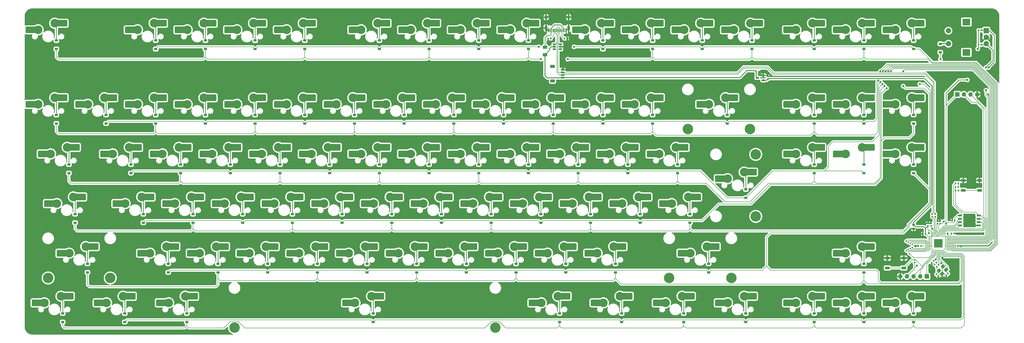
<source format=gbr>
%TF.GenerationSoftware,KiCad,Pcbnew,(7.0.0)*%
%TF.CreationDate,2023-12-09T11:02:40+00:00*%
%TF.ProjectId,TKL_PCB,544b4c5f-5043-4422-9e6b-696361645f70,rev?*%
%TF.SameCoordinates,Original*%
%TF.FileFunction,Copper,L2,Bot*%
%TF.FilePolarity,Positive*%
%FSLAX46Y46*%
G04 Gerber Fmt 4.6, Leading zero omitted, Abs format (unit mm)*
G04 Created by KiCad (PCBNEW (7.0.0)) date 2023-12-09 11:02:40*
%MOMM*%
%LPD*%
G01*
G04 APERTURE LIST*
G04 Aperture macros list*
%AMRoundRect*
0 Rectangle with rounded corners*
0 $1 Rounding radius*
0 $2 $3 $4 $5 $6 $7 $8 $9 X,Y pos of 4 corners*
0 Add a 4 corners polygon primitive as box body*
4,1,4,$2,$3,$4,$5,$6,$7,$8,$9,$2,$3,0*
0 Add four circle primitives for the rounded corners*
1,1,$1+$1,$2,$3*
1,1,$1+$1,$4,$5*
1,1,$1+$1,$6,$7*
1,1,$1+$1,$8,$9*
0 Add four rect primitives between the rounded corners*
20,1,$1+$1,$2,$3,$4,$5,0*
20,1,$1+$1,$4,$5,$6,$7,0*
20,1,$1+$1,$6,$7,$8,$9,0*
20,1,$1+$1,$8,$9,$2,$3,0*%
%AMRotRect*
0 Rectangle, with rotation*
0 The origin of the aperture is its center*
0 $1 length*
0 $2 width*
0 $3 Rotation angle, in degrees counterclockwise*
0 Add horizontal line*
21,1,$1,$2,0,0,$3*%
G04 Aperture macros list end*
%TA.AperFunction,ComponentPad*%
%ADD10C,4.000000*%
%TD*%
%TA.AperFunction,ComponentPad*%
%ADD11R,1.700000X1.700000*%
%TD*%
%TA.AperFunction,ComponentPad*%
%ADD12O,1.700000X1.700000*%
%TD*%
%TA.AperFunction,SMDPad,CuDef*%
%ADD13RoundRect,0.225000X0.375000X-0.225000X0.375000X0.225000X-0.375000X0.225000X-0.375000X-0.225000X0*%
%TD*%
%TA.AperFunction,SMDPad,CuDef*%
%ADD14RoundRect,0.135000X0.135000X0.185000X-0.135000X0.185000X-0.135000X-0.185000X0.135000X-0.185000X0*%
%TD*%
%TA.AperFunction,ComponentPad*%
%ADD15C,3.300000*%
%TD*%
%TA.AperFunction,SMDPad,CuDef*%
%ADD16R,1.650000X2.500000*%
%TD*%
%TA.AperFunction,SMDPad,CuDef*%
%ADD17RoundRect,0.250000X1.025000X1.000000X-1.025000X1.000000X-1.025000X-1.000000X1.025000X-1.000000X0*%
%TD*%
%TA.AperFunction,SMDPad,CuDef*%
%ADD18RoundRect,0.135000X-0.185000X0.135000X-0.185000X-0.135000X0.185000X-0.135000X0.185000X0.135000X0*%
%TD*%
%TA.AperFunction,SMDPad,CuDef*%
%ADD19RoundRect,0.150000X0.475000X0.150000X-0.475000X0.150000X-0.475000X-0.150000X0.475000X-0.150000X0*%
%TD*%
%TA.AperFunction,SMDPad,CuDef*%
%ADD20R,1.700000X1.000000*%
%TD*%
%TA.AperFunction,SMDPad,CuDef*%
%ADD21RoundRect,0.150000X0.650000X0.150000X-0.650000X0.150000X-0.650000X-0.150000X0.650000X-0.150000X0*%
%TD*%
%TA.AperFunction,SMDPad,CuDef*%
%ADD22RoundRect,0.140000X0.140000X0.170000X-0.140000X0.170000X-0.140000X-0.170000X0.140000X-0.170000X0*%
%TD*%
%TA.AperFunction,SMDPad,CuDef*%
%ADD23RoundRect,0.140000X0.021213X-0.219203X0.219203X-0.021213X-0.021213X0.219203X-0.219203X0.021213X0*%
%TD*%
%TA.AperFunction,SMDPad,CuDef*%
%ADD24RoundRect,0.140000X-0.140000X-0.170000X0.140000X-0.170000X0.140000X0.170000X-0.140000X0.170000X0*%
%TD*%
%TA.AperFunction,SMDPad,CuDef*%
%ADD25RoundRect,0.150000X0.625000X-0.150000X0.625000X0.150000X-0.625000X0.150000X-0.625000X-0.150000X0*%
%TD*%
%TA.AperFunction,SMDPad,CuDef*%
%ADD26RoundRect,0.250000X0.650000X-0.350000X0.650000X0.350000X-0.650000X0.350000X-0.650000X-0.350000X0*%
%TD*%
%TA.AperFunction,SMDPad,CuDef*%
%ADD27RoundRect,0.140000X0.170000X-0.140000X0.170000X0.140000X-0.170000X0.140000X-0.170000X-0.140000X0*%
%TD*%
%TA.AperFunction,SMDPad,CuDef*%
%ADD28R,0.600000X1.450000*%
%TD*%
%TA.AperFunction,SMDPad,CuDef*%
%ADD29R,0.300000X1.450000*%
%TD*%
%TA.AperFunction,ComponentPad*%
%ADD30O,1.000000X1.600000*%
%TD*%
%TA.AperFunction,ComponentPad*%
%ADD31O,1.000000X2.100000*%
%TD*%
%TA.AperFunction,SMDPad,CuDef*%
%ADD32RoundRect,0.150000X0.512500X0.150000X-0.512500X0.150000X-0.512500X-0.150000X0.512500X-0.150000X0*%
%TD*%
%TA.AperFunction,SMDPad,CuDef*%
%ADD33RoundRect,0.140000X-0.021213X0.219203X-0.219203X0.021213X0.021213X-0.219203X0.219203X-0.021213X0*%
%TD*%
%TA.AperFunction,SMDPad,CuDef*%
%ADD34RoundRect,0.140000X0.219203X0.021213X0.021213X0.219203X-0.219203X-0.021213X-0.021213X-0.219203X0*%
%TD*%
%TA.AperFunction,SMDPad,CuDef*%
%ADD35RoundRect,0.135000X-0.135000X-0.185000X0.135000X-0.185000X0.135000X0.185000X-0.135000X0.185000X0*%
%TD*%
%TA.AperFunction,ComponentPad*%
%ADD36R,2.000000X2.000000*%
%TD*%
%TA.AperFunction,ComponentPad*%
%ADD37C,2.000000*%
%TD*%
%TA.AperFunction,ComponentPad*%
%ADD38R,3.000000X2.500000*%
%TD*%
%TA.AperFunction,SMDPad,CuDef*%
%ADD39RoundRect,0.225000X-0.250000X0.225000X-0.250000X-0.225000X0.250000X-0.225000X0.250000X0.225000X0*%
%TD*%
%TA.AperFunction,SMDPad,CuDef*%
%ADD40RoundRect,0.250000X-0.625000X0.375000X-0.625000X-0.375000X0.625000X-0.375000X0.625000X0.375000X0*%
%TD*%
%TA.AperFunction,SMDPad,CuDef*%
%ADD41RotRect,1.400000X1.200000X45.000000*%
%TD*%
%TA.AperFunction,SMDPad,CuDef*%
%ADD42RoundRect,0.135000X0.035355X-0.226274X0.226274X-0.035355X-0.035355X0.226274X-0.226274X0.035355X0*%
%TD*%
%TA.AperFunction,SMDPad,CuDef*%
%ADD43RoundRect,0.050000X0.387500X0.050000X-0.387500X0.050000X-0.387500X-0.050000X0.387500X-0.050000X0*%
%TD*%
%TA.AperFunction,SMDPad,CuDef*%
%ADD44RoundRect,0.050000X0.050000X0.387500X-0.050000X0.387500X-0.050000X-0.387500X0.050000X-0.387500X0*%
%TD*%
%TA.AperFunction,SMDPad,CuDef*%
%ADD45R,3.200000X3.200000*%
%TD*%
%TA.AperFunction,ViaPad*%
%ADD46C,0.800000*%
%TD*%
%TA.AperFunction,ViaPad*%
%ADD47C,0.600000*%
%TD*%
%TA.AperFunction,Conductor*%
%ADD48C,0.200000*%
%TD*%
%TA.AperFunction,Conductor*%
%ADD49C,0.250000*%
%TD*%
%TA.AperFunction,Conductor*%
%ADD50C,0.300000*%
%TD*%
G04 APERTURE END LIST*
D10*
%TO.P,S1,*%
%TO.N,*%
X49212500Y-115728750D03*
X25400000Y-115728750D03*
%TD*%
%TO.P,S3,*%
%TO.N,*%
X287337500Y-115728750D03*
X263525000Y-115728750D03*
%TD*%
%TO.P,S4,*%
%TO.N,*%
X296703750Y-68262500D03*
X296703750Y-92075000D03*
%TD*%
D11*
%TO.P,J3,1,Pin_1*%
%TO.N,+3V3*%
X373948749Y-45239152D03*
D12*
%TO.P,J3,2,Pin_2*%
%TO.N,SDA*%
X376488749Y-45239152D03*
%TO.P,J3,3,Pin_3*%
%TO.N,SCL*%
X379028749Y-45239152D03*
%TO.P,J3,4,Pin_4*%
%TO.N,GND*%
X381568749Y-45239152D03*
%TD*%
D10*
%TO.P,S2,*%
%TO.N,*%
X196850000Y-134778750D03*
X96837500Y-134778750D03*
%TD*%
%TO.P,S5,*%
%TO.N,*%
X294481250Y-58578750D03*
X270668750Y-58578750D03*
%TD*%
D13*
%TO.P,D9,1,K*%
%TO.N,row1*%
X209550000Y-27843750D03*
%TO.P,D9,2,A*%
%TO.N,Net-(D9-A)*%
X209550000Y-24543750D03*
%TD*%
D14*
%TO.P,R3,1*%
%TO.N,REB*%
X383097500Y-26193750D03*
%TO.P,R3,2*%
%TO.N,+3V3*%
X382077500Y-26193750D03*
%TD*%
D13*
%TO.P,D27,1,K*%
%TO.N,row3*%
X219075000Y-56418750D03*
%TO.P,D27,2,A*%
%TO.N,Net-(D27-A)*%
X219075000Y-53118750D03*
%TD*%
D15*
%TO.P,SW83,1,1*%
%TO.N,col6*%
X262096250Y-125253750D03*
D16*
X260271249Y-125253749D03*
D17*
X258546250Y-125253750D03*
%TO.P,SW83,2,2*%
%TO.N,Net-(D83-A)*%
X271996250Y-122713750D03*
D16*
X270246249Y-122713749D03*
D15*
X268446250Y-122713750D03*
%TD*%
%TO.P,SW42,1,1*%
%TO.N,col5*%
X183515000Y-68103750D03*
D16*
X181689999Y-68103749D03*
D17*
X179965000Y-68103750D03*
%TO.P,SW42,2,2*%
%TO.N,Net-(D42-A)*%
X193415000Y-65563750D03*
D16*
X191664999Y-65563749D03*
D15*
X189865000Y-65563750D03*
%TD*%
%TO.P,SW67,1,1*%
%TO.N,col2*%
X102552500Y-106203750D03*
D16*
X100727499Y-106203749D03*
D17*
X99002500Y-106203750D03*
%TO.P,SW67,2,2*%
%TO.N,Net-(D67-A)*%
X112452500Y-103663750D03*
D16*
X110702499Y-103663749D03*
D15*
X108902500Y-103663750D03*
%TD*%
%TO.P,SW33,1,1*%
%TO.N,col8*%
X350202500Y-49053750D03*
D16*
X348377499Y-49053749D03*
D17*
X346652500Y-49053750D03*
%TO.P,SW33,2,2*%
%TO.N,Net-(D33-A)*%
X360102500Y-46513750D03*
D16*
X358352499Y-46513749D03*
D15*
X356552500Y-46513750D03*
%TD*%
D13*
%TO.P,D40,1,K*%
%TO.N,row5*%
X152400000Y-75468750D03*
%TO.P,D40,2,A*%
%TO.N,Net-(D40-A)*%
X152400000Y-72168750D03*
%TD*%
D15*
%TO.P,SW86,1,1*%
%TO.N,col8*%
X331152500Y-125253750D03*
D16*
X329327499Y-125253749D03*
D17*
X327602500Y-125253750D03*
%TO.P,SW86,2,2*%
%TO.N,Net-(D86-A)*%
X341052500Y-122713750D03*
D16*
X339302499Y-122713749D03*
D15*
X337502500Y-122713750D03*
%TD*%
D13*
%TO.P,D33,1,K*%
%TO.N,row8*%
X357187500Y-56418750D03*
%TO.P,D33,2,A*%
%TO.N,Net-(D33-A)*%
X357187500Y-53118750D03*
%TD*%
D15*
%TO.P,SW20,1,1*%
%TO.N,col2*%
X78740000Y-49053750D03*
D16*
X76914999Y-49053749D03*
D17*
X75190000Y-49053750D03*
%TO.P,SW20,2,2*%
%TO.N,Net-(D20-A)*%
X88640000Y-46513750D03*
D16*
X86889999Y-46513749D03*
D15*
X85090000Y-46513750D03*
%TD*%
D13*
%TO.P,D87,1,K*%
%TO.N,row11*%
X357187500Y-132618750D03*
%TO.P,D87,2,A*%
%TO.N,Net-(D87-A)*%
X357187500Y-129318750D03*
%TD*%
%TO.P,D73,1,K*%
%TO.N,row10*%
X223837500Y-113568750D03*
%TO.P,D73,2,A*%
%TO.N,Net-(D73-A)*%
X223837500Y-110268750D03*
%TD*%
%TO.P,D80,1,K*%
%TO.N,row12*%
X150018750Y-132618750D03*
%TO.P,D80,2,A*%
%TO.N,Net-(D80-A)*%
X150018750Y-129318750D03*
%TD*%
D15*
%TO.P,SW69,1,1*%
%TO.N,col3*%
X140652500Y-106203750D03*
D16*
X138827499Y-106203749D03*
D17*
X137102500Y-106203750D03*
%TO.P,SW69,2,2*%
%TO.N,Net-(D69-A)*%
X150552500Y-103663750D03*
D16*
X148802499Y-103663749D03*
D15*
X147002500Y-103663750D03*
%TD*%
D18*
%TO.P,R5,1*%
%TO.N,RESET*%
X357603648Y-108730877D03*
%TO.P,R5,2*%
%TO.N,+3V3*%
X357603648Y-109750877D03*
%TD*%
D13*
%TO.P,D34,1,K*%
%TO.N,row5*%
X33337500Y-75468750D03*
%TO.P,D34,2,A*%
%TO.N,Net-(D34-A)*%
X33337500Y-72168750D03*
%TD*%
%TO.P,D53,1,K*%
%TO.N,row7*%
X80962500Y-94518750D03*
%TO.P,D53,2,A*%
%TO.N,Net-(D53-A)*%
X80962500Y-91218750D03*
%TD*%
%TO.P,D26,1,K*%
%TO.N,row4*%
X200025000Y-56418750D03*
%TO.P,D26,2,A*%
%TO.N,Net-(D26-A)*%
X200025000Y-53118750D03*
%TD*%
%TO.P,D58,1,K*%
%TO.N,row8*%
X176212500Y-94518750D03*
%TO.P,D58,2,A*%
%TO.N,Net-(D58-A)*%
X176212500Y-91218750D03*
%TD*%
%TO.P,D56,1,K*%
%TO.N,row8*%
X138112500Y-94518750D03*
%TO.P,D56,2,A*%
%TO.N,Net-(D56-A)*%
X138112500Y-91218750D03*
%TD*%
%TO.P,D29,1,K*%
%TO.N,row3*%
X257175000Y-56418750D03*
%TO.P,D29,2,A*%
%TO.N,Net-(D29-A)*%
X257175000Y-53118750D03*
%TD*%
D15*
%TO.P,SW50,1,1*%
%TO.N,col8*%
X350202500Y-68103750D03*
D16*
X348377499Y-68103749D03*
D17*
X346652500Y-68103750D03*
%TO.P,SW50,2,2*%
%TO.N,Net-(D50-A)*%
X360102500Y-65563750D03*
D16*
X358352499Y-65563749D03*
D15*
X356552500Y-65563750D03*
%TD*%
D13*
%TO.P,D3,1,K*%
%TO.N,row1*%
X85725000Y-27843750D03*
%TO.P,D3,2,A*%
%TO.N,Net-(D3-A)*%
X85725000Y-24543750D03*
%TD*%
D19*
%TO.P,U2,1,IO1*%
%TO.N,D+*%
X221837500Y-26037500D03*
%TO.P,U2,2,VN*%
%TO.N,GND*%
X221837500Y-26987500D03*
%TO.P,U2,3,IO2*%
%TO.N,unconnected-(U2-IO2-Pad3)*%
X221837500Y-27937500D03*
%TO.P,U2,4,IO3*%
%TO.N,unconnected-(U2-IO3-Pad4)*%
X219487500Y-27937500D03*
%TO.P,U2,5,VP*%
%TO.N,+5V*%
X219487500Y-26987500D03*
%TO.P,U2,6,IO4*%
%TO.N,D-*%
X219487500Y-26037500D03*
%TD*%
D14*
%TO.P,R6,1*%
%TO.N,Net-(R6-Pad1)*%
X374316250Y-79375000D03*
%TO.P,R6,2*%
%TO.N,+3V3*%
X373296250Y-79375000D03*
%TD*%
D15*
%TO.P,SW28,1,1*%
%TO.N,col6*%
X231140000Y-49053750D03*
D16*
X229314999Y-49053749D03*
D17*
X227590000Y-49053750D03*
%TO.P,SW28,2,2*%
%TO.N,Net-(D28-A)*%
X241040000Y-46513750D03*
D16*
X239289999Y-46513749D03*
D15*
X237490000Y-46513750D03*
%TD*%
D13*
%TO.P,D47,1,K*%
%TO.N,row6*%
X292893750Y-84993750D03*
%TO.P,D47,2,A*%
%TO.N,Net-(D47-A)*%
X292893750Y-81693750D03*
%TD*%
%TO.P,D39,1,K*%
%TO.N,row6*%
X133350000Y-75468750D03*
%TO.P,D39,2,A*%
%TO.N,Net-(D39-A)*%
X133350000Y-72168750D03*
%TD*%
%TO.P,D44,1,K*%
%TO.N,row5*%
X228600000Y-75468750D03*
%TO.P,D44,2,A*%
%TO.N,Net-(D44-A)*%
X228600000Y-72168750D03*
%TD*%
%TO.P,D14,1,K*%
%TO.N,row2*%
X319087500Y-27843750D03*
%TO.P,D14,2,A*%
%TO.N,Net-(D14-A)*%
X319087500Y-24543750D03*
%TD*%
%TO.P,D28,1,K*%
%TO.N,row4*%
X238125000Y-56418750D03*
%TO.P,D28,2,A*%
%TO.N,Net-(D28-A)*%
X238125000Y-53118750D03*
%TD*%
%TO.P,D2,1,K*%
%TO.N,row2*%
X66675000Y-27843750D03*
%TO.P,D2,2,A*%
%TO.N,Net-(D2-A)*%
X66675000Y-24543750D03*
%TD*%
%TO.P,D43,1,K*%
%TO.N,row6*%
X209550000Y-75468750D03*
%TO.P,D43,2,A*%
%TO.N,Net-(D43-A)*%
X209550000Y-72168750D03*
%TD*%
%TO.P,D63,1,K*%
%TO.N,row7*%
X271462500Y-94518750D03*
%TO.P,D63,2,A*%
%TO.N,Net-(D63-A)*%
X271462500Y-91218750D03*
%TD*%
%TO.P,D52,1,K*%
%TO.N,row8*%
X61912500Y-94518750D03*
%TO.P,D52,2,A*%
%TO.N,Net-(D52-A)*%
X61912500Y-91218750D03*
%TD*%
%TO.P,D79,1,K*%
%TO.N,row11*%
X78581250Y-132618750D03*
%TO.P,D79,2,A*%
%TO.N,Net-(D79-A)*%
X78581250Y-129318750D03*
%TD*%
D20*
%TO.P,RST1,1,1*%
%TO.N,GND*%
X353459147Y-108091768D03*
X347159147Y-108091768D03*
%TO.P,RST1,2,2*%
%TO.N,RESET*%
X353459147Y-111891768D03*
X347159147Y-111891768D03*
%TD*%
D15*
%TO.P,SW38,1,1*%
%TO.N,col3*%
X107315000Y-68103750D03*
D16*
X105489999Y-68103749D03*
D17*
X103765000Y-68103750D03*
%TO.P,SW38,2,2*%
%TO.N,Net-(D38-A)*%
X117215000Y-65563750D03*
D16*
X115464999Y-65563749D03*
D15*
X113665000Y-65563750D03*
%TD*%
D13*
%TO.P,D83,1,K*%
%TO.N,row11*%
X269081250Y-132618750D03*
%TO.P,D83,2,A*%
%TO.N,Net-(D83-A)*%
X269081250Y-129318750D03*
%TD*%
D15*
%TO.P,SW22,1,1*%
%TO.N,col3*%
X116840000Y-49053750D03*
D16*
X115014999Y-49053749D03*
D17*
X113290000Y-49053750D03*
%TO.P,SW22,2,2*%
%TO.N,Net-(D22-A)*%
X126740000Y-46513750D03*
D16*
X124989999Y-46513749D03*
D15*
X123190000Y-46513750D03*
%TD*%
%TO.P,SW6,1,1*%
%TO.N,col3*%
X145415000Y-20478750D03*
D16*
X143589999Y-20478749D03*
D17*
X141865000Y-20478750D03*
%TO.P,SW6,2,2*%
%TO.N,Net-(D6-A)*%
X155315000Y-17938750D03*
D16*
X153564999Y-17938749D03*
D15*
X151765000Y-17938750D03*
%TD*%
D21*
%TO.P,Flash,1,~{CS}*%
%TO.N,Q_SEL*%
X382218750Y-91757500D03*
%TO.P,Flash,2,DO(IO1)*%
%TO.N,Q_IO1*%
X382218750Y-93027500D03*
%TO.P,Flash,3,IO2*%
%TO.N,Q_IO2*%
X382218750Y-94297500D03*
%TO.P,Flash,4,GND*%
%TO.N,GND*%
X382218750Y-95567500D03*
%TO.P,Flash,5,DI(IO0)*%
%TO.N,Q_IO0*%
X375018750Y-95567500D03*
%TO.P,Flash,6,CLK*%
%TO.N,Q_CLK*%
X375018750Y-94297500D03*
%TO.P,Flash,7,IO3*%
%TO.N,Q_IO3*%
X375018750Y-93027500D03*
%TO.P,Flash,8,VCC*%
%TO.N,+3V3*%
X375018750Y-91757500D03*
%TD*%
D13*
%TO.P,D37,1,K*%
%TO.N,row6*%
X95250000Y-75468750D03*
%TO.P,D37,2,A*%
%TO.N,Net-(D37-A)*%
X95250000Y-72168750D03*
%TD*%
D22*
%TO.P,C10,1*%
%TO.N,+3V3*%
X361762390Y-98748485D03*
%TO.P,C10,2*%
%TO.N,GND*%
X360802390Y-98748485D03*
%TD*%
D13*
%TO.P,D68,1,K*%
%TO.N,row9*%
X128587500Y-113568750D03*
%TO.P,D68,2,A*%
%TO.N,Net-(D68-A)*%
X128587500Y-110268750D03*
%TD*%
D15*
%TO.P,SW74,1,1*%
%TO.N,col6*%
X235902500Y-106203750D03*
D16*
X234077499Y-106203749D03*
D17*
X232352500Y-106203750D03*
%TO.P,SW74,2,2*%
%TO.N,Net-(D74-A)*%
X245802500Y-103663750D03*
D16*
X244052499Y-103663749D03*
D15*
X242252500Y-103663750D03*
%TD*%
D13*
%TO.P,D81,1,K*%
%TO.N,row11*%
X221456250Y-132618750D03*
%TO.P,D81,2,A*%
%TO.N,Net-(D81-A)*%
X221456250Y-129318750D03*
%TD*%
D15*
%TO.P,SW41,1,1*%
%TO.N,col4*%
X164465000Y-68103750D03*
D16*
X162639999Y-68103749D03*
D17*
X160915000Y-68103750D03*
%TO.P,SW41,2,2*%
%TO.N,Net-(D41-A)*%
X174365000Y-65563750D03*
D16*
X172614999Y-65563749D03*
D15*
X170815000Y-65563750D03*
%TD*%
D22*
%TO.P,C5,1*%
%TO.N,+3V3*%
X372996466Y-93688597D03*
%TO.P,C5,2*%
%TO.N,GND*%
X372036466Y-93688597D03*
%TD*%
D15*
%TO.P,SW11,1,1*%
%TO.N,col6*%
X250190000Y-20478750D03*
D16*
X248364999Y-20478749D03*
D17*
X246640000Y-20478750D03*
%TO.P,SW11,2,2*%
%TO.N,Net-(D11-A)*%
X260090000Y-17938750D03*
D16*
X258339999Y-17938749D03*
D15*
X256540000Y-17938750D03*
%TD*%
D13*
%TO.P,D1,1,K*%
%TO.N,row1*%
X28575000Y-27843750D03*
%TO.P,D1,2,A*%
%TO.N,Net-(D1-A)*%
X28575000Y-24543750D03*
%TD*%
D23*
%TO.P,C3,1*%
%TO.N,GND*%
X369747504Y-114695183D03*
%TO.P,C3,2*%
%TO.N,XIN*%
X370426326Y-114016361D03*
%TD*%
D24*
%TO.P,C13,1*%
%TO.N,+3V3*%
X373096446Y-103447575D03*
%TO.P,C13,2*%
%TO.N,GND*%
X374056446Y-103447575D03*
%TD*%
D13*
%TO.P,D25,1,K*%
%TO.N,row3*%
X180975000Y-56418750D03*
%TO.P,D25,2,A*%
%TO.N,Net-(D25-A)*%
X180975000Y-53118750D03*
%TD*%
D25*
%TO.P,J2,1,Pin_1*%
%TO.N,+5V*%
X222662500Y-38806250D03*
%TO.P,J2,2,Pin_2*%
%TO.N,D-*%
X222662500Y-37806250D03*
%TO.P,J2,3,Pin_3*%
%TO.N,D+*%
X222662500Y-36806250D03*
%TO.P,J2,4,Pin_4*%
%TO.N,GND*%
X222662500Y-35806250D03*
D26*
%TO.P,J2,MP*%
%TO.N,N/C*%
X218787500Y-40106250D03*
X218787500Y-34506250D03*
%TD*%
D13*
%TO.P,D49,1,K*%
%TO.N,row6*%
X338137500Y-75468750D03*
%TO.P,D49,2,A*%
%TO.N,Net-(D49-A)*%
X338137500Y-72168750D03*
%TD*%
D27*
%TO.P,C6,1*%
%TO.N,+1V1*%
X363899353Y-95728434D03*
%TO.P,C6,2*%
%TO.N,GND*%
X363899353Y-94768434D03*
%TD*%
D15*
%TO.P,SW82,1,1*%
%TO.N,col6*%
X238283750Y-125253750D03*
D16*
X236458749Y-125253749D03*
D17*
X234733750Y-125253750D03*
%TO.P,SW82,2,2*%
%TO.N,Net-(D82-A)*%
X248183750Y-122713750D03*
D16*
X246433749Y-122713749D03*
D15*
X244633750Y-122713750D03*
%TD*%
%TO.P,SW59,1,1*%
%TO.N,col5*%
X188277500Y-87153750D03*
D16*
X186452499Y-87153749D03*
D17*
X184727500Y-87153750D03*
%TO.P,SW59,2,2*%
%TO.N,Net-(D59-A)*%
X198177500Y-84613750D03*
D16*
X196427499Y-84613749D03*
D15*
X194627500Y-84613750D03*
%TD*%
D13*
%TO.P,D65,1,K*%
%TO.N,row10*%
X71437500Y-113568750D03*
%TO.P,D65,2,A*%
%TO.N,Net-(D65-A)*%
X71437500Y-110268750D03*
%TD*%
D15*
%TO.P,SW16,1,1*%
%TO.N,col8*%
X350202500Y-20478750D03*
D16*
X348377499Y-20478749D03*
D17*
X346652500Y-20478750D03*
%TO.P,SW16,2,2*%
%TO.N,Net-(D16-A)*%
X360102500Y-17938750D03*
D16*
X358352499Y-17938749D03*
D15*
X356552500Y-17938750D03*
%TD*%
D28*
%TO.P,J1,A1,GND*%
%TO.N,GND*%
X217412499Y-20713749D03*
%TO.P,J1,A4,VBUS*%
%TO.N,VBUS*%
X218212499Y-20713749D03*
D29*
%TO.P,J1,A5,CC1*%
%TO.N,Net-(J1-CC1)*%
X219412499Y-20713749D03*
%TO.P,J1,A6,D+*%
%TO.N,D+*%
X220412499Y-20713749D03*
%TO.P,J1,A7,D-*%
%TO.N,D-*%
X220912499Y-20713749D03*
%TO.P,J1,A8,SBU1*%
%TO.N,unconnected-(J1-SBU1-PadA8)*%
X221912499Y-20713749D03*
D28*
%TO.P,J1,A9,VBUS*%
%TO.N,VBUS*%
X223112499Y-20713749D03*
%TO.P,J1,A12,GND*%
%TO.N,GND*%
X223912499Y-20713749D03*
%TO.P,J1,B1,GND*%
X223912499Y-20713749D03*
%TO.P,J1,B4,VBUS*%
%TO.N,VBUS*%
X223112499Y-20713749D03*
D29*
%TO.P,J1,B5,CC2*%
%TO.N,Net-(J1-CC2)*%
X222412499Y-20713749D03*
%TO.P,J1,B6,D+*%
%TO.N,D+*%
X221412499Y-20713749D03*
%TO.P,J1,B7,D-*%
%TO.N,D-*%
X219912499Y-20713749D03*
%TO.P,J1,B8,SBU2*%
%TO.N,unconnected-(J1-SBU2-PadB8)*%
X218912499Y-20713749D03*
D28*
%TO.P,J1,B9,VBUS*%
%TO.N,VBUS*%
X218212499Y-20713749D03*
%TO.P,J1,B12,GND*%
%TO.N,GND*%
X217412499Y-20713749D03*
D30*
%TO.P,J1,S1,SHIELD*%
X216342499Y-15618749D03*
D31*
X216342499Y-19798749D03*
D30*
X224982499Y-15618749D03*
D31*
X224982499Y-19798749D03*
%TD*%
D15*
%TO.P,SW4,1,1*%
%TO.N,col2*%
X97790000Y-20478750D03*
D16*
X95964999Y-20478749D03*
D17*
X94240000Y-20478750D03*
%TO.P,SW4,2,2*%
%TO.N,Net-(D4-A)*%
X107690000Y-17938750D03*
D16*
X105939999Y-17938749D03*
D15*
X104140000Y-17938750D03*
%TD*%
%TO.P,SW46,1,1*%
%TO.N,col7*%
X259715000Y-68103750D03*
D16*
X257889999Y-68103749D03*
D17*
X256165000Y-68103750D03*
%TO.P,SW46,2,2*%
%TO.N,Net-(D46-A)*%
X269615000Y-65563750D03*
D16*
X267864999Y-65563749D03*
D15*
X266065000Y-65563750D03*
%TD*%
D13*
%TO.P,D51,1,K*%
%TO.N,row7*%
X35718750Y-94518750D03*
%TO.P,D51,2,A*%
%TO.N,Net-(D51-A)*%
X35718750Y-91218750D03*
%TD*%
%TO.P,D62,1,K*%
%TO.N,row8*%
X252412500Y-94518750D03*
%TO.P,D62,2,A*%
%TO.N,Net-(D62-A)*%
X252412500Y-91218750D03*
%TD*%
D15*
%TO.P,SW7,1,1*%
%TO.N,col4*%
X164465000Y-20478750D03*
D16*
X162639999Y-20478749D03*
D17*
X160915000Y-20478750D03*
%TO.P,SW7,2,2*%
%TO.N,Net-(D7-A)*%
X174365000Y-17938750D03*
D16*
X172614999Y-17938749D03*
D15*
X170815000Y-17938750D03*
%TD*%
D13*
%TO.P,D38,1,K*%
%TO.N,row5*%
X114300000Y-75468750D03*
%TO.P,D38,2,A*%
%TO.N,Net-(D38-A)*%
X114300000Y-72168750D03*
%TD*%
D15*
%TO.P,SW85,1,1*%
%TO.N,col7*%
X312102500Y-125253750D03*
D16*
X310277499Y-125253749D03*
D17*
X308552500Y-125253750D03*
%TO.P,SW85,2,2*%
%TO.N,Net-(D85-A)*%
X322002500Y-122713750D03*
D16*
X320252499Y-122713749D03*
D15*
X318452500Y-122713750D03*
%TD*%
%TO.P,SW17,1,1*%
%TO.N,col1*%
X21590000Y-49053750D03*
D16*
X19764999Y-49053749D03*
D17*
X18040000Y-49053750D03*
%TO.P,SW17,2,2*%
%TO.N,Net-(D17-A)*%
X31490000Y-46513750D03*
D16*
X29739999Y-46513749D03*
D15*
X27940000Y-46513750D03*
%TD*%
%TO.P,SW23,1,1*%
%TO.N,col4*%
X135890000Y-49053750D03*
D16*
X134064999Y-49053749D03*
D17*
X132340000Y-49053750D03*
%TO.P,SW23,2,2*%
%TO.N,Net-(D23-A)*%
X145790000Y-46513750D03*
D16*
X144039999Y-46513749D03*
D15*
X142240000Y-46513750D03*
%TD*%
%TO.P,SW58,1,1*%
%TO.N,col4*%
X169227500Y-87153750D03*
D16*
X167402499Y-87153749D03*
D17*
X165677500Y-87153750D03*
%TO.P,SW58,2,2*%
%TO.N,Net-(D58-A)*%
X179127500Y-84613750D03*
D16*
X177377499Y-84613749D03*
D15*
X175577500Y-84613750D03*
%TD*%
%TO.P,SW76,1,1*%
%TO.N,col8*%
X331152500Y-106203750D03*
D16*
X329327499Y-106203749D03*
D17*
X327602500Y-106203750D03*
%TO.P,SW76,2,2*%
%TO.N,Net-(D76-A)*%
X341052500Y-103663750D03*
D16*
X339302499Y-103663749D03*
D15*
X337502500Y-103663750D03*
%TD*%
%TO.P,SW19,1,1*%
%TO.N,col2*%
X59690000Y-49053750D03*
D16*
X57864999Y-49053749D03*
D17*
X56140000Y-49053750D03*
%TO.P,SW19,2,2*%
%TO.N,Net-(D19-A)*%
X69590000Y-46513750D03*
D16*
X67839999Y-46513749D03*
D15*
X66040000Y-46513750D03*
%TD*%
D13*
%TO.P,D76,1,K*%
%TO.N,row9*%
X338137500Y-113568750D03*
%TO.P,D76,2,A*%
%TO.N,Net-(D76-A)*%
X338137500Y-110268750D03*
%TD*%
D15*
%TO.P,SW12,1,1*%
%TO.N,col6*%
X269240000Y-20478750D03*
D16*
X267414999Y-20478749D03*
D17*
X265690000Y-20478750D03*
%TO.P,SW12,2,2*%
%TO.N,Net-(D12-A)*%
X279140000Y-17938750D03*
D16*
X277389999Y-17938749D03*
D15*
X275590000Y-17938750D03*
%TD*%
%TO.P,SW53,1,1*%
%TO.N,col2*%
X73977500Y-87153750D03*
D16*
X72152499Y-87153749D03*
D17*
X70427500Y-87153750D03*
%TO.P,SW53,2,2*%
%TO.N,Net-(D53-A)*%
X83877500Y-84613750D03*
D16*
X82127499Y-84613749D03*
D15*
X80327500Y-84613750D03*
%TD*%
D13*
%TO.P,D59,1,K*%
%TO.N,row7*%
X195262500Y-94518750D03*
%TO.P,D59,2,A*%
%TO.N,Net-(D59-A)*%
X195262500Y-91218750D03*
%TD*%
%TO.P,D32,1,K*%
%TO.N,row4*%
X338137500Y-56418750D03*
%TO.P,D32,2,A*%
%TO.N,Net-(D32-A)*%
X338137500Y-53118750D03*
%TD*%
D15*
%TO.P,SW37,1,1*%
%TO.N,col2*%
X88265000Y-68103750D03*
D16*
X86439999Y-68103749D03*
D17*
X84715000Y-68103750D03*
%TO.P,SW37,2,2*%
%TO.N,Net-(D37-A)*%
X98165000Y-65563750D03*
D16*
X96414999Y-65563749D03*
D15*
X94615000Y-65563750D03*
%TD*%
D32*
%TO.P,Regulator,1,GND*%
%TO.N,GND*%
X299587500Y-37943750D03*
%TO.P,Regulator,2,VO*%
%TO.N,+3V3*%
X299587500Y-39843750D03*
%TO.P,Regulator,3,VI*%
%TO.N,+5V*%
X297312500Y-38893750D03*
%TD*%
D33*
%TO.P,C7,1*%
%TO.N,+1V1*%
X364859741Y-109187032D03*
%TO.P,C7,2*%
%TO.N,GND*%
X364180919Y-109865854D03*
%TD*%
D34*
%TO.P,C4,1*%
%TO.N,GND*%
X366592833Y-114959248D03*
%TO.P,C4,2*%
%TO.N,Net-(C4-Pad2)*%
X365914011Y-114280426D03*
%TD*%
D13*
%TO.P,D50,1,K*%
%TO.N,row7*%
X357187500Y-75468750D03*
%TO.P,D50,2,A*%
%TO.N,Net-(D50-A)*%
X357187500Y-72168750D03*
%TD*%
D15*
%TO.P,SW31,1,1*%
%TO.N,col8*%
X312102500Y-49053750D03*
D16*
X310277499Y-49053749D03*
D17*
X308552500Y-49053750D03*
%TO.P,SW31,2,2*%
%TO.N,Net-(D31-A)*%
X322002500Y-46513750D03*
D16*
X320252499Y-46513749D03*
D15*
X318452500Y-46513750D03*
%TD*%
%TO.P,SW75,1,1*%
%TO.N,col6*%
X271621250Y-106203750D03*
D16*
X269796249Y-106203749D03*
D17*
X268071250Y-106203750D03*
%TO.P,SW75,2,2*%
%TO.N,Net-(D75-A)*%
X281521250Y-103663750D03*
D16*
X279771249Y-103663749D03*
D15*
X277971250Y-103663750D03*
%TD*%
%TO.P,SW77,1,1*%
%TO.N,col1*%
X23971250Y-125253750D03*
D16*
X22146249Y-125253749D03*
D17*
X20421250Y-125253750D03*
%TO.P,SW77,2,2*%
%TO.N,Net-(D77-A)*%
X33871250Y-122713750D03*
D16*
X32121249Y-122713749D03*
D15*
X30321250Y-122713750D03*
%TD*%
%TO.P,SW32,1,1*%
%TO.N,col8*%
X331152500Y-49053750D03*
D16*
X329327499Y-49053749D03*
D17*
X327602500Y-49053750D03*
%TO.P,SW32,2,2*%
%TO.N,Net-(D32-A)*%
X341052500Y-46513750D03*
D16*
X339302499Y-46513749D03*
D15*
X337502500Y-46513750D03*
%TD*%
D27*
%TO.P,C14,1*%
%TO.N,+3V3*%
X366318961Y-94898200D03*
%TO.P,C14,2*%
%TO.N,GND*%
X366318961Y-93938200D03*
%TD*%
D13*
%TO.P,D17,1,K*%
%TO.N,row3*%
X28575000Y-56418750D03*
%TO.P,D17,2,A*%
%TO.N,Net-(D17-A)*%
X28575000Y-53118750D03*
%TD*%
D35*
%TO.P,R4,1*%
%TO.N,+3V3*%
X382077500Y-20637500D03*
%TO.P,R4,2*%
%TO.N,REA*%
X383097500Y-20637500D03*
%TD*%
D15*
%TO.P,SW48,1,1*%
%TO.N,col8*%
X312102500Y-68103750D03*
D16*
X310277499Y-68103749D03*
D17*
X308552500Y-68103750D03*
%TO.P,SW48,2,2*%
%TO.N,Net-(D48-A)*%
X322002500Y-65563750D03*
D16*
X320252499Y-65563749D03*
D15*
X318452500Y-65563750D03*
%TD*%
D27*
%TO.P,C15,1*%
%TO.N,+3V3*%
X362743750Y-95730000D03*
%TO.P,C15,2*%
%TO.N,GND*%
X362743750Y-94770000D03*
%TD*%
D15*
%TO.P,SW72,1,1*%
%TO.N,col5*%
X197802500Y-106203750D03*
D16*
X195977499Y-106203749D03*
D17*
X194252500Y-106203750D03*
%TO.P,SW72,2,2*%
%TO.N,Net-(D72-A)*%
X207702500Y-103663750D03*
D16*
X205952499Y-103663749D03*
D15*
X204152500Y-103663750D03*
%TD*%
%TO.P,SW34,1,1*%
%TO.N,col1*%
X26352500Y-68103750D03*
D16*
X24527499Y-68103749D03*
D17*
X22802500Y-68103750D03*
%TO.P,SW34,2,2*%
%TO.N,Net-(D34-A)*%
X36252500Y-65563750D03*
D16*
X34502499Y-65563749D03*
D15*
X32702500Y-65563750D03*
%TD*%
%TO.P,SW36,1,1*%
%TO.N,col2*%
X69215000Y-68103750D03*
D16*
X67389999Y-68103749D03*
D17*
X65665000Y-68103750D03*
%TO.P,SW36,2,2*%
%TO.N,Net-(D36-A)*%
X79115000Y-65563750D03*
D16*
X77364999Y-65563749D03*
D15*
X75565000Y-65563750D03*
%TD*%
%TO.P,SW18,1,1*%
%TO.N,col1*%
X40640000Y-49053750D03*
D16*
X38814999Y-49053749D03*
D17*
X37090000Y-49053750D03*
%TO.P,SW18,2,2*%
%TO.N,Net-(D18-A)*%
X50540000Y-46513750D03*
D16*
X48789999Y-46513749D03*
D15*
X46990000Y-46513750D03*
%TD*%
%TO.P,SW8,1,1*%
%TO.N,col4*%
X183515000Y-20478750D03*
D16*
X181689999Y-20478749D03*
D17*
X179965000Y-20478750D03*
%TO.P,SW8,2,2*%
%TO.N,Net-(D8-A)*%
X193415000Y-17938750D03*
D16*
X191664999Y-17938749D03*
D15*
X189865000Y-17938750D03*
%TD*%
D13*
%TO.P,D69,1,K*%
%TO.N,row10*%
X147637500Y-113568750D03*
%TO.P,D69,2,A*%
%TO.N,Net-(D69-A)*%
X147637500Y-110268750D03*
%TD*%
%TO.P,D31,1,K*%
%TO.N,row3*%
X319087500Y-56418750D03*
%TO.P,D31,2,A*%
%TO.N,Net-(D31-A)*%
X319087500Y-53118750D03*
%TD*%
D15*
%TO.P,SW79,1,1*%
%TO.N,col2*%
X71596250Y-125253750D03*
D16*
X69771249Y-125253749D03*
D17*
X68046250Y-125253750D03*
%TO.P,SW79,2,2*%
%TO.N,Net-(D79-A)*%
X81496250Y-122713750D03*
D16*
X79746249Y-122713749D03*
D15*
X77946250Y-122713750D03*
%TD*%
%TO.P,SW71,1,1*%
%TO.N,col4*%
X178752500Y-106203750D03*
D16*
X176927499Y-106203749D03*
D17*
X175202500Y-106203750D03*
%TO.P,SW71,2,2*%
%TO.N,Net-(D71-A)*%
X188652500Y-103663750D03*
D16*
X186902499Y-103663749D03*
D15*
X185102500Y-103663750D03*
%TD*%
D11*
%TO.P,J4,1,Pin_1*%
%TO.N,SWC*%
X362262499Y-115093749D03*
D12*
%TO.P,J4,2,Pin_2*%
%TO.N,SWD*%
X359722499Y-115093749D03*
%TO.P,J4,3,Pin_3*%
%TO.N,RESET*%
X357182499Y-115093749D03*
%TO.P,J4,4,Pin_4*%
%TO.N,+3V3*%
X354642499Y-115093749D03*
%TO.P,J4,5,Pin_5*%
%TO.N,GND*%
X352102499Y-115093749D03*
%TD*%
D14*
%TO.P,R1,1*%
%TO.N,Net-(J1-CC1)*%
X218097890Y-23794288D03*
%TO.P,R1,2*%
%TO.N,GND*%
X217077890Y-23794288D03*
%TD*%
D15*
%TO.P,SW3,1,1*%
%TO.N,col2*%
X78740000Y-20478750D03*
D16*
X76914999Y-20478749D03*
D17*
X75190000Y-20478750D03*
%TO.P,SW3,2,2*%
%TO.N,Net-(D3-A)*%
X88640000Y-17938750D03*
D16*
X86889999Y-17938749D03*
D15*
X85090000Y-17938750D03*
%TD*%
D13*
%TO.P,D70,1,K*%
%TO.N,row9*%
X166687500Y-113568750D03*
%TO.P,D70,2,A*%
%TO.N,Net-(D70-A)*%
X166687500Y-110268750D03*
%TD*%
D15*
%TO.P,SW81,1,1*%
%TO.N,col5*%
X214471250Y-125253750D03*
D16*
X212646249Y-125253749D03*
D17*
X210921250Y-125253750D03*
%TO.P,SW81,2,2*%
%TO.N,Net-(D81-A)*%
X224371250Y-122713750D03*
D16*
X222621249Y-122713749D03*
D15*
X220821250Y-122713750D03*
%TD*%
%TO.P,SW9,1,1*%
%TO.N,col5*%
X202565000Y-20478750D03*
D16*
X200739999Y-20478749D03*
D17*
X199015000Y-20478750D03*
%TO.P,SW9,2,2*%
%TO.N,Net-(D9-A)*%
X212465000Y-17938750D03*
D16*
X210714999Y-17938749D03*
D15*
X208915000Y-17938750D03*
%TD*%
D24*
%TO.P,C12,1*%
%TO.N,+3V3*%
X371718072Y-98617275D03*
%TO.P,C12,2*%
%TO.N,GND*%
X372678072Y-98617275D03*
%TD*%
D13*
%TO.P,D84,1,K*%
%TO.N,row12*%
X292893750Y-132618750D03*
%TO.P,D84,2,A*%
%TO.N,Net-(D84-A)*%
X292893750Y-129318750D03*
%TD*%
%TO.P,D77,1,K*%
%TO.N,row11*%
X30956250Y-132618750D03*
%TO.P,D77,2,A*%
%TO.N,Net-(D77-A)*%
X30956250Y-129318750D03*
%TD*%
D36*
%TO.P,SW88,A,A*%
%TO.N,REA*%
X385070499Y-20796249D03*
D37*
%TO.P,SW88,B,B*%
%TO.N,REB*%
X385070500Y-25796250D03*
%TO.P,SW88,C,C*%
%TO.N,GND*%
X385070500Y-23296250D03*
D38*
%TO.P,SW88,MP*%
%TO.N,N/C*%
X377450499Y-29146249D03*
X377450499Y-17446249D03*
D37*
%TO.P,SW88,S1,S1*%
%TO.N,col8*%
X370570500Y-20796250D03*
%TO.P,SW88,S2,S2*%
%TO.N,Net-(D88-A)*%
X370570500Y-25796250D03*
%TD*%
D13*
%TO.P,D78,1,K*%
%TO.N,row12*%
X54768750Y-132618750D03*
%TO.P,D78,2,A*%
%TO.N,Net-(D78-A)*%
X54768750Y-129318750D03*
%TD*%
D15*
%TO.P,SW70,1,1*%
%TO.N,col4*%
X159702500Y-106203750D03*
D16*
X157877499Y-106203749D03*
D17*
X156152500Y-106203750D03*
%TO.P,SW70,2,2*%
%TO.N,Net-(D70-A)*%
X169602500Y-103663750D03*
D16*
X167852499Y-103663749D03*
D15*
X166052500Y-103663750D03*
%TD*%
D13*
%TO.P,D12,1,K*%
%TO.N,row2*%
X276225000Y-27843750D03*
%TO.P,D12,2,A*%
%TO.N,Net-(D12-A)*%
X276225000Y-24543750D03*
%TD*%
%TO.P,D88,1,K*%
%TO.N,row10*%
X367445295Y-29123948D03*
%TO.P,D88,2,A*%
%TO.N,Net-(D88-A)*%
X367445295Y-25823948D03*
%TD*%
D22*
%TO.P,C11,1*%
%TO.N,+3V3*%
X360048750Y-103414598D03*
%TO.P,C11,2*%
%TO.N,GND*%
X359088750Y-103414598D03*
%TD*%
D13*
%TO.P,D5,1,K*%
%TO.N,row1*%
X123825000Y-27843750D03*
%TO.P,D5,2,A*%
%TO.N,Net-(D5-A)*%
X123825000Y-24543750D03*
%TD*%
%TO.P,D72,1,K*%
%TO.N,row9*%
X204787500Y-113568750D03*
%TO.P,D72,2,A*%
%TO.N,Net-(D72-A)*%
X204787500Y-110268750D03*
%TD*%
D15*
%TO.P,SW5,1,1*%
%TO.N,col3*%
X116840000Y-20478750D03*
D16*
X115014999Y-20478749D03*
D17*
X113290000Y-20478750D03*
%TO.P,SW5,2,2*%
%TO.N,Net-(D5-A)*%
X126740000Y-17938750D03*
D16*
X124989999Y-17938749D03*
D15*
X123190000Y-17938750D03*
%TD*%
%TO.P,SW13,1,1*%
%TO.N,col7*%
X288290000Y-20478750D03*
D16*
X286464999Y-20478749D03*
D17*
X284740000Y-20478750D03*
%TO.P,SW13,2,2*%
%TO.N,Net-(D13-A)*%
X298190000Y-17938750D03*
D16*
X296439999Y-17938749D03*
D15*
X294640000Y-17938750D03*
%TD*%
%TO.P,SW26,1,1*%
%TO.N,col5*%
X193040000Y-49053750D03*
D16*
X191214999Y-49053749D03*
D17*
X189490000Y-49053750D03*
%TO.P,SW26,2,2*%
%TO.N,Net-(D26-A)*%
X202940000Y-46513750D03*
D16*
X201189999Y-46513749D03*
D15*
X199390000Y-46513750D03*
%TD*%
%TO.P,SW47,1,1*%
%TO.N,col7*%
X285908750Y-77628750D03*
D16*
X284083749Y-77628749D03*
D17*
X282358750Y-77628750D03*
%TO.P,SW47,2,2*%
%TO.N,Net-(D47-A)*%
X295808750Y-75088750D03*
D16*
X294058749Y-75088749D03*
D15*
X292258750Y-75088750D03*
%TD*%
D13*
%TO.P,D23,1,K*%
%TO.N,row3*%
X142875000Y-56418750D03*
%TO.P,D23,2,A*%
%TO.N,Net-(D23-A)*%
X142875000Y-53118750D03*
%TD*%
D39*
%TO.P,C9,1*%
%TO.N,+3V3*%
X357187500Y-95268750D03*
%TO.P,C9,2*%
%TO.N,GND*%
X357187500Y-96818750D03*
%TD*%
D13*
%TO.P,D66,1,K*%
%TO.N,row9*%
X90487500Y-113568750D03*
%TO.P,D66,2,A*%
%TO.N,Net-(D66-A)*%
X90487500Y-110268750D03*
%TD*%
%TO.P,D54,1,K*%
%TO.N,row8*%
X100012500Y-94518750D03*
%TO.P,D54,2,A*%
%TO.N,Net-(D54-A)*%
X100012500Y-91218750D03*
%TD*%
D40*
%TO.P,F1,1*%
%TO.N,VBUS*%
X215900000Y-27175000D03*
%TO.P,F1,2*%
%TO.N,+5V*%
X215900000Y-29975000D03*
%TD*%
D15*
%TO.P,SW80,1,1*%
%TO.N,col4*%
X143033750Y-125253750D03*
D16*
X141208749Y-125253749D03*
D17*
X139483750Y-125253750D03*
%TO.P,SW80,2,2*%
%TO.N,Net-(D80-A)*%
X152933750Y-122713750D03*
D16*
X151183749Y-122713749D03*
D15*
X149383750Y-122713750D03*
%TD*%
D13*
%TO.P,D85,1,K*%
%TO.N,row11*%
X319087500Y-132618750D03*
%TO.P,D85,2,A*%
%TO.N,Net-(D85-A)*%
X319087500Y-129318750D03*
%TD*%
D15*
%TO.P,SW14,1,1*%
%TO.N,col7*%
X312102500Y-20478750D03*
D16*
X310277499Y-20478749D03*
D17*
X308552500Y-20478750D03*
%TO.P,SW14,2,2*%
%TO.N,Net-(D14-A)*%
X322002500Y-17938750D03*
D16*
X320252499Y-17938749D03*
D15*
X318452500Y-17938750D03*
%TD*%
D13*
%TO.P,D10,1,K*%
%TO.N,row2*%
X238125000Y-27843750D03*
%TO.P,D10,2,A*%
%TO.N,Net-(D10-A)*%
X238125000Y-24543750D03*
%TD*%
D15*
%TO.P,SW21,1,1*%
%TO.N,col3*%
X97790000Y-49053750D03*
D16*
X95964999Y-49053749D03*
D17*
X94240000Y-49053750D03*
%TO.P,SW21,2,2*%
%TO.N,Net-(D21-A)*%
X107690000Y-46513750D03*
D16*
X105939999Y-46513749D03*
D15*
X104140000Y-46513750D03*
%TD*%
%TO.P,SW73,1,1*%
%TO.N,col5*%
X216852500Y-106203750D03*
D16*
X215027499Y-106203749D03*
D17*
X213302500Y-106203750D03*
%TO.P,SW73,2,2*%
%TO.N,Net-(D73-A)*%
X226752500Y-103663750D03*
D16*
X225002499Y-103663749D03*
D15*
X223202500Y-103663750D03*
%TD*%
D13*
%TO.P,D19,1,K*%
%TO.N,row3*%
X66675000Y-56418750D03*
%TO.P,D19,2,A*%
%TO.N,Net-(D19-A)*%
X66675000Y-53118750D03*
%TD*%
D15*
%TO.P,SW57,1,1*%
%TO.N,col4*%
X150177500Y-87153750D03*
D16*
X148352499Y-87153749D03*
D17*
X146627500Y-87153750D03*
%TO.P,SW57,2,2*%
%TO.N,Net-(D57-A)*%
X160077500Y-84613750D03*
D16*
X158327499Y-84613749D03*
D15*
X156527500Y-84613750D03*
%TD*%
D13*
%TO.P,D74,1,K*%
%TO.N,row9*%
X242887500Y-113568750D03*
%TO.P,D74,2,A*%
%TO.N,Net-(D74-A)*%
X242887500Y-110268750D03*
%TD*%
%TO.P,D46,1,K*%
%TO.N,row5*%
X266700000Y-75468750D03*
%TO.P,D46,2,A*%
%TO.N,Net-(D46-A)*%
X266700000Y-72168750D03*
%TD*%
D18*
%TO.P,R10,1*%
%TO.N,D+*%
X365467229Y-91183663D03*
%TO.P,R10,2*%
%TO.N,Net-(U3-USB_DP)*%
X365467229Y-92203663D03*
%TD*%
D13*
%TO.P,D24,1,K*%
%TO.N,row4*%
X161925000Y-56418750D03*
%TO.P,D24,2,A*%
%TO.N,Net-(D24-A)*%
X161925000Y-53118750D03*
%TD*%
%TO.P,D11,1,K*%
%TO.N,row1*%
X257175000Y-27843750D03*
%TO.P,D11,2,A*%
%TO.N,Net-(D11-A)*%
X257175000Y-24543750D03*
%TD*%
D15*
%TO.P,SW87,1,1*%
%TO.N,col8*%
X350202500Y-125253750D03*
D16*
X348377499Y-125253749D03*
D17*
X346652500Y-125253750D03*
%TO.P,SW87,2,2*%
%TO.N,Net-(D87-A)*%
X360102500Y-122713750D03*
D16*
X358352499Y-122713749D03*
D15*
X356552500Y-122713750D03*
%TD*%
%TO.P,SW35,1,1*%
%TO.N,col1*%
X50165000Y-68103750D03*
D16*
X48339999Y-68103749D03*
D17*
X46615000Y-68103750D03*
%TO.P,SW35,2,2*%
%TO.N,Net-(D35-A)*%
X60065000Y-65563750D03*
D16*
X58314999Y-65563749D03*
D15*
X56515000Y-65563750D03*
%TD*%
D14*
%TO.P,R8,1*%
%TO.N,Net-(BOOT1-Pad2)*%
X374316250Y-82156250D03*
%TO.P,R8,2*%
%TO.N,Q_SEL*%
X373296250Y-82156250D03*
%TD*%
D13*
%TO.P,D4,1,K*%
%TO.N,row2*%
X104775000Y-27843750D03*
%TO.P,D4,2,A*%
%TO.N,Net-(D4-A)*%
X104775000Y-24543750D03*
%TD*%
D15*
%TO.P,SW56,1,1*%
%TO.N,col3*%
X131127500Y-87153750D03*
D16*
X129302499Y-87153749D03*
D17*
X127577500Y-87153750D03*
%TO.P,SW56,2,2*%
%TO.N,Net-(D56-A)*%
X141027500Y-84613750D03*
D16*
X139277499Y-84613749D03*
D15*
X137477500Y-84613750D03*
%TD*%
%TO.P,SW15,1,1*%
%TO.N,col8*%
X331152500Y-20478750D03*
D16*
X329327499Y-20478749D03*
D17*
X327602500Y-20478750D03*
%TO.P,SW15,2,2*%
%TO.N,Net-(D15-A)*%
X341052500Y-17938750D03*
D16*
X339302499Y-17938749D03*
D15*
X337502500Y-17938750D03*
%TD*%
D13*
%TO.P,D57,1,K*%
%TO.N,row7*%
X157162500Y-94518750D03*
%TO.P,D57,2,A*%
%TO.N,Net-(D57-A)*%
X157162500Y-91218750D03*
%TD*%
D15*
%TO.P,SW55,1,1*%
%TO.N,col3*%
X112077500Y-87153750D03*
D16*
X110252499Y-87153749D03*
D17*
X108527500Y-87153750D03*
%TO.P,SW55,2,2*%
%TO.N,Net-(D55-A)*%
X121977500Y-84613750D03*
D16*
X120227499Y-84613749D03*
D15*
X118427500Y-84613750D03*
%TD*%
D13*
%TO.P,D75,1,K*%
%TO.N,row10*%
X278606250Y-113568750D03*
%TO.P,D75,2,A*%
%TO.N,Net-(D75-A)*%
X278606250Y-110268750D03*
%TD*%
%TO.P,D13,1,K*%
%TO.N,row1*%
X295275000Y-27843750D03*
%TO.P,D13,2,A*%
%TO.N,Net-(D13-A)*%
X295275000Y-24543750D03*
%TD*%
%TO.P,D55,1,K*%
%TO.N,row7*%
X119062500Y-94518750D03*
%TO.P,D55,2,A*%
%TO.N,Net-(D55-A)*%
X119062500Y-91218750D03*
%TD*%
%TO.P,D48,1,K*%
%TO.N,row5*%
X319087500Y-75468750D03*
%TO.P,D48,2,A*%
%TO.N,Net-(D48-A)*%
X319087500Y-72168750D03*
%TD*%
D15*
%TO.P,SW65,1,1*%
%TO.N,col1*%
X64452500Y-106203750D03*
D16*
X62627499Y-106203749D03*
D17*
X60902500Y-106203750D03*
%TO.P,SW65,2,2*%
%TO.N,Net-(D65-A)*%
X74352500Y-103663750D03*
D16*
X72602499Y-103663749D03*
D15*
X70802500Y-103663750D03*
%TD*%
D13*
%TO.P,D16,1,K*%
%TO.N,row2*%
X357187500Y-27843750D03*
%TO.P,D16,2,A*%
%TO.N,Net-(D16-A)*%
X357187500Y-24543750D03*
%TD*%
D15*
%TO.P,SW63,1,1*%
%TO.N,col7*%
X264477500Y-87153750D03*
D16*
X262652499Y-87153749D03*
D17*
X260927500Y-87153750D03*
%TO.P,SW63,2,2*%
%TO.N,Net-(D63-A)*%
X274377500Y-84613750D03*
D16*
X272627499Y-84613749D03*
D15*
X270827500Y-84613750D03*
%TD*%
%TO.P,SW49,1,1*%
%TO.N,col8*%
X331152500Y-68103750D03*
D16*
X329327499Y-68103749D03*
D17*
X327602500Y-68103750D03*
%TO.P,SW49,2,2*%
%TO.N,Net-(D49-A)*%
X341052500Y-65563750D03*
D16*
X339302499Y-65563749D03*
D15*
X337502500Y-65563750D03*
%TD*%
D13*
%TO.P,D64,1,K*%
%TO.N,row9*%
X40481250Y-113568750D03*
%TO.P,D64,2,A*%
%TO.N,Net-(D64-A)*%
X40481250Y-110268750D03*
%TD*%
D15*
%TO.P,SW24,1,1*%
%TO.N,col4*%
X154940000Y-49053750D03*
D16*
X153114999Y-49053749D03*
D17*
X151390000Y-49053750D03*
%TO.P,SW24,2,2*%
%TO.N,Net-(D24-A)*%
X164840000Y-46513750D03*
D16*
X163089999Y-46513749D03*
D15*
X161290000Y-46513750D03*
%TD*%
%TO.P,SW51,1,1*%
%TO.N,col1*%
X28733750Y-87153750D03*
D16*
X26908749Y-87153749D03*
D17*
X25183750Y-87153750D03*
%TO.P,SW51,2,2*%
%TO.N,Net-(D51-A)*%
X38633750Y-84613750D03*
D16*
X36883749Y-84613749D03*
D15*
X35083750Y-84613750D03*
%TD*%
D13*
%TO.P,D60,1,K*%
%TO.N,row8*%
X214312500Y-94518750D03*
%TO.P,D60,2,A*%
%TO.N,Net-(D60-A)*%
X214312500Y-91218750D03*
%TD*%
D15*
%TO.P,SW66,1,1*%
%TO.N,col2*%
X83502500Y-106203750D03*
D16*
X81677499Y-106203749D03*
D17*
X79952500Y-106203750D03*
%TO.P,SW66,2,2*%
%TO.N,Net-(D66-A)*%
X93402500Y-103663750D03*
D16*
X91652499Y-103663749D03*
D15*
X89852500Y-103663750D03*
%TD*%
%TO.P,SW84,1,1*%
%TO.N,col7*%
X285908750Y-125253750D03*
D16*
X284083749Y-125253749D03*
D17*
X282358750Y-125253750D03*
%TO.P,SW84,2,2*%
%TO.N,Net-(D84-A)*%
X295808750Y-122713750D03*
D16*
X294058749Y-122713749D03*
D15*
X292258750Y-122713750D03*
%TD*%
D13*
%TO.P,D61,1,K*%
%TO.N,row7*%
X233362500Y-94518750D03*
%TO.P,D61,2,A*%
%TO.N,Net-(D61-A)*%
X233362500Y-91218750D03*
%TD*%
D15*
%TO.P,SW43,1,1*%
%TO.N,col5*%
X202565000Y-68103750D03*
D16*
X200739999Y-68103749D03*
D17*
X199015000Y-68103750D03*
%TO.P,SW43,2,2*%
%TO.N,Net-(D43-A)*%
X212465000Y-65563750D03*
D16*
X210714999Y-65563749D03*
D15*
X208915000Y-65563750D03*
%TD*%
%TO.P,SW52,1,1*%
%TO.N,col1*%
X54927500Y-87153750D03*
D16*
X53102499Y-87153749D03*
D17*
X51377500Y-87153750D03*
%TO.P,SW52,2,2*%
%TO.N,Net-(D52-A)*%
X64827500Y-84613750D03*
D16*
X63077499Y-84613749D03*
D15*
X61277500Y-84613750D03*
%TD*%
%TO.P,SW40,1,1*%
%TO.N,col4*%
X145415000Y-68103750D03*
D16*
X143589999Y-68103749D03*
D17*
X141865000Y-68103750D03*
%TO.P,SW40,2,2*%
%TO.N,Net-(D40-A)*%
X155315000Y-65563750D03*
D16*
X153564999Y-65563749D03*
D15*
X151765000Y-65563750D03*
%TD*%
D13*
%TO.P,D67,1,K*%
%TO.N,row10*%
X109537500Y-113568750D03*
%TO.P,D67,2,A*%
%TO.N,Net-(D67-A)*%
X109537500Y-110268750D03*
%TD*%
D15*
%TO.P,SW1,1,1*%
%TO.N,col1*%
X21590000Y-20478750D03*
D16*
X19764999Y-20478749D03*
D17*
X18040000Y-20478750D03*
%TO.P,SW1,2,2*%
%TO.N,Net-(D1-A)*%
X31490000Y-17938750D03*
D16*
X29739999Y-17938749D03*
D15*
X27940000Y-17938750D03*
%TD*%
D27*
%TO.P,C8,1*%
%TO.N,+1V1*%
X367407596Y-94881144D03*
%TO.P,C8,2*%
%TO.N,GND*%
X367407596Y-93921144D03*
%TD*%
D13*
%TO.P,D22,1,K*%
%TO.N,row4*%
X123825000Y-56418750D03*
%TO.P,D22,2,A*%
%TO.N,Net-(D22-A)*%
X123825000Y-53118750D03*
%TD*%
%TO.P,D21,1,K*%
%TO.N,row3*%
X104775000Y-56418750D03*
%TO.P,D21,2,A*%
%TO.N,Net-(D21-A)*%
X104775000Y-53118750D03*
%TD*%
%TO.P,D6,1,K*%
%TO.N,row2*%
X152400000Y-27843750D03*
%TO.P,D6,2,A*%
%TO.N,Net-(D6-A)*%
X152400000Y-24543750D03*
%TD*%
D15*
%TO.P,SW62,1,1*%
%TO.N,col6*%
X245427500Y-87153750D03*
D16*
X243602499Y-87153749D03*
D17*
X241877500Y-87153750D03*
%TO.P,SW62,2,2*%
%TO.N,Net-(D62-A)*%
X255327500Y-84613750D03*
D16*
X253577499Y-84613749D03*
D15*
X251777500Y-84613750D03*
%TD*%
%TO.P,SW30,1,1*%
%TO.N,col7*%
X278765000Y-49053750D03*
D16*
X276939999Y-49053749D03*
D17*
X275215000Y-49053750D03*
%TO.P,SW30,2,2*%
%TO.N,Net-(D30-A)*%
X288665000Y-46513750D03*
D16*
X286914999Y-46513749D03*
D15*
X285115000Y-46513750D03*
%TD*%
%TO.P,SW45,1,1*%
%TO.N,col6*%
X240665000Y-68103750D03*
D16*
X238839999Y-68103749D03*
D17*
X237115000Y-68103750D03*
%TO.P,SW45,2,2*%
%TO.N,Net-(D45-A)*%
X250565000Y-65563750D03*
D16*
X248814999Y-65563749D03*
D15*
X247015000Y-65563750D03*
%TD*%
D13*
%TO.P,D35,1,K*%
%TO.N,row6*%
X57150000Y-75468750D03*
%TO.P,D35,2,A*%
%TO.N,Net-(D35-A)*%
X57150000Y-72168750D03*
%TD*%
%TO.P,D86,1,K*%
%TO.N,row12*%
X338137500Y-132618750D03*
%TO.P,D86,2,A*%
%TO.N,Net-(D86-A)*%
X338137500Y-129318750D03*
%TD*%
%TO.P,D30,1,K*%
%TO.N,row4*%
X285750000Y-56418750D03*
%TO.P,D30,2,A*%
%TO.N,Net-(D30-A)*%
X285750000Y-53118750D03*
%TD*%
%TO.P,D71,1,K*%
%TO.N,row10*%
X185737500Y-113568750D03*
%TO.P,D71,2,A*%
%TO.N,Net-(D71-A)*%
X185737500Y-110268750D03*
%TD*%
%TO.P,D82,1,K*%
%TO.N,row12*%
X245268750Y-132618750D03*
%TO.P,D82,2,A*%
%TO.N,Net-(D82-A)*%
X245268750Y-129318750D03*
%TD*%
D15*
%TO.P,SW68,1,1*%
%TO.N,col3*%
X121602500Y-106203750D03*
D16*
X119777499Y-106203749D03*
D17*
X118052500Y-106203750D03*
%TO.P,SW68,2,2*%
%TO.N,Net-(D68-A)*%
X131502500Y-103663750D03*
D16*
X129752499Y-103663749D03*
D15*
X127952500Y-103663750D03*
%TD*%
D13*
%TO.P,D8,1,K*%
%TO.N,row2*%
X190500000Y-27843750D03*
%TO.P,D8,2,A*%
%TO.N,Net-(D8-A)*%
X190500000Y-24543750D03*
%TD*%
D18*
%TO.P,R11,1*%
%TO.N,D-*%
X364356323Y-91188472D03*
%TO.P,R11,2*%
%TO.N,Net-(U3-USB_DM)*%
X364356323Y-92208472D03*
%TD*%
D35*
%TO.P,R2,1*%
%TO.N,Net-(J1-CC2)*%
X223324307Y-23794288D03*
%TO.P,R2,2*%
%TO.N,GND*%
X224344307Y-23794288D03*
%TD*%
D41*
%TO.P,Y1,1,1*%
%TO.N,Net-(C4-Pad2)*%
X366921141Y-112889276D03*
%TO.P,Y1,2,2*%
%TO.N,GND*%
X368476776Y-111333641D03*
%TO.P,Y1,3,3*%
%TO.N,XIN*%
X369678857Y-112535722D03*
%TO.P,Y1,4,4*%
%TO.N,GND*%
X368123222Y-114091357D03*
%TD*%
D15*
%TO.P,SW60,1,1*%
%TO.N,col5*%
X207327500Y-87153750D03*
D16*
X205502499Y-87153749D03*
D17*
X203777500Y-87153750D03*
%TO.P,SW60,2,2*%
%TO.N,Net-(D60-A)*%
X217227500Y-84613750D03*
D16*
X215477499Y-84613749D03*
D15*
X213677500Y-84613750D03*
%TD*%
D42*
%TO.P,R9,1*%
%TO.N,Net-(C4-Pad2)*%
X366096888Y-111358554D03*
%TO.P,R9,2*%
%TO.N,XOUT*%
X366818136Y-110637306D03*
%TD*%
D13*
%TO.P,D7,1,K*%
%TO.N,row1*%
X171450000Y-27843750D03*
%TO.P,D7,2,A*%
%TO.N,Net-(D7-A)*%
X171450000Y-24543750D03*
%TD*%
%TO.P,D41,1,K*%
%TO.N,row6*%
X171450000Y-75468750D03*
%TO.P,D41,2,A*%
%TO.N,Net-(D41-A)*%
X171450000Y-72168750D03*
%TD*%
D20*
%TO.P,BOOT1,1,1*%
%TO.N,GND*%
X382556249Y-78274999D03*
X376256249Y-78274999D03*
%TO.P,BOOT1,2,2*%
%TO.N,Net-(BOOT1-Pad2)*%
X382556249Y-82074999D03*
X376256249Y-82074999D03*
%TD*%
D27*
%TO.P,C2,1*%
%TO.N,+3V3*%
X301329864Y-39373750D03*
%TO.P,C2,2*%
%TO.N,GND*%
X301329864Y-38413750D03*
%TD*%
D35*
%TO.P,R7,1*%
%TO.N,Q_SEL*%
X373296250Y-80775000D03*
%TO.P,R7,2*%
%TO.N,Net-(R6-Pad1)*%
X374316250Y-80775000D03*
%TD*%
D24*
%TO.P,C1,1*%
%TO.N,+5V*%
X296862500Y-36512500D03*
%TO.P,C1,2*%
%TO.N,GND*%
X297822500Y-36512500D03*
%TD*%
D13*
%TO.P,D18,1,K*%
%TO.N,row4*%
X47625000Y-56418750D03*
%TO.P,D18,2,A*%
%TO.N,Net-(D18-A)*%
X47625000Y-53118750D03*
%TD*%
D15*
%TO.P,SW10,1,1*%
%TO.N,col5*%
X231140000Y-20478750D03*
D16*
X229314999Y-20478749D03*
D17*
X227590000Y-20478750D03*
%TO.P,SW10,2,2*%
%TO.N,Net-(D10-A)*%
X241040000Y-17938750D03*
D16*
X239289999Y-17938749D03*
D15*
X237490000Y-17938750D03*
%TD*%
%TO.P,SW29,1,1*%
%TO.N,col7*%
X250190000Y-49053750D03*
D16*
X248364999Y-49053749D03*
D17*
X246640000Y-49053750D03*
%TO.P,SW29,2,2*%
%TO.N,Net-(D29-A)*%
X260090000Y-46513750D03*
D16*
X258339999Y-46513749D03*
D15*
X256540000Y-46513750D03*
%TD*%
D43*
%TO.P,U3,1,IOVDD*%
%TO.N,+3V3*%
X370150000Y-99793750D03*
%TO.P,U3,2,GPIO0*%
%TO.N,SDA*%
X370150000Y-100193750D03*
%TO.P,U3,3,GPIO1*%
%TO.N,SCL*%
X370150000Y-100593750D03*
%TO.P,U3,4,GPIO2*%
%TO.N,REB*%
X370150000Y-100993750D03*
%TO.P,U3,5,GPIO3*%
%TO.N,REA*%
X370150000Y-101393750D03*
%TO.P,U3,6,GPIO4*%
%TO.N,row7*%
X370150000Y-101793750D03*
%TO.P,U3,7,GPIO5*%
%TO.N,row8*%
X370150000Y-102193750D03*
%TO.P,U3,8,GPIO6*%
%TO.N,row5*%
X370150000Y-102593750D03*
%TO.P,U3,9,GPIO7*%
%TO.N,row6*%
X370150000Y-102993750D03*
%TO.P,U3,10,IOVDD*%
%TO.N,+3V3*%
X370150000Y-103393750D03*
%TO.P,U3,11,GPIO8*%
%TO.N,row3*%
X370150000Y-103793750D03*
%TO.P,U3,12,GPIO9*%
%TO.N,row4*%
X370150000Y-104193750D03*
%TO.P,U3,13,GPIO10*%
%TO.N,row1*%
X370150000Y-104593750D03*
%TO.P,U3,14,GPIO11*%
%TO.N,row2*%
X370150000Y-104993750D03*
D44*
%TO.P,U3,15,GPIO12*%
%TO.N,row11*%
X369312500Y-105831250D03*
%TO.P,U3,16,GPIO13*%
%TO.N,row12*%
X368912500Y-105831250D03*
%TO.P,U3,17,GPIO14*%
%TO.N,row9*%
X368512500Y-105831250D03*
%TO.P,U3,18,GPIO15*%
%TO.N,row10*%
X368112500Y-105831250D03*
%TO.P,U3,19,TESTEN*%
%TO.N,GND*%
X367712500Y-105831250D03*
%TO.P,U3,20,XIN*%
%TO.N,XIN*%
X367312500Y-105831250D03*
%TO.P,U3,21,XOUT*%
%TO.N,XOUT*%
X366912500Y-105831250D03*
%TO.P,U3,22,IOVDD*%
%TO.N,+3V3*%
X366512500Y-105831250D03*
%TO.P,U3,23,DVDD*%
%TO.N,+1V1*%
X366112500Y-105831250D03*
%TO.P,U3,24,SWCLK*%
%TO.N,SWC*%
X365712500Y-105831250D03*
%TO.P,U3,25,SWD*%
%TO.N,SWD*%
X365312500Y-105831250D03*
%TO.P,U3,26,RUN*%
%TO.N,RESET*%
X364912500Y-105831250D03*
%TO.P,U3,27,GPIO16*%
%TO.N,unconnected-(U3-GPIO16-Pad27)*%
X364512500Y-105831250D03*
%TO.P,U3,28,GPIO17*%
%TO.N,LED_min*%
X364112500Y-105831250D03*
D43*
%TO.P,U3,29,GPIO18*%
%TO.N,col8*%
X363275000Y-104993750D03*
%TO.P,U3,30,GPIO19*%
%TO.N,col7*%
X363275000Y-104593750D03*
%TO.P,U3,31,GPIO20*%
%TO.N,col6*%
X363275000Y-104193750D03*
%TO.P,U3,32,GPIO21*%
%TO.N,col5*%
X363275000Y-103793750D03*
%TO.P,U3,33,IOVDD*%
%TO.N,+3V3*%
X363275000Y-103393750D03*
%TO.P,U3,34,GPIO22*%
%TO.N,col4*%
X363275000Y-102993750D03*
%TO.P,U3,35,GPIO23*%
%TO.N,col3*%
X363275000Y-102593750D03*
%TO.P,U3,36,GPIO24*%
%TO.N,col2*%
X363275000Y-102193750D03*
%TO.P,U3,37,GPIO25*%
%TO.N,col1*%
X363275000Y-101793750D03*
%TO.P,U3,38,GPIO26_ADC0*%
%TO.N,unconnected-(U3-GPIO26_ADC0-Pad38)*%
X363275000Y-101393750D03*
%TO.P,U3,39,GPIO27_ADC1*%
%TO.N,unconnected-(U3-GPIO27_ADC1-Pad39)*%
X363275000Y-100993750D03*
%TO.P,U3,40,GPIO28_ADC2*%
%TO.N,unconnected-(U3-GPIO28_ADC2-Pad40)*%
X363275000Y-100593750D03*
%TO.P,U3,41,GPIO29_ADC3*%
%TO.N,unconnected-(U3-GPIO29_ADC3-Pad41)*%
X363275000Y-100193750D03*
%TO.P,U3,42,IOVDD*%
%TO.N,+3V3*%
X363275000Y-99793750D03*
D44*
%TO.P,U3,43,ADC_AVDD*%
X364112500Y-98956250D03*
%TO.P,U3,44,VREG_IN*%
X364512500Y-98956250D03*
%TO.P,U3,45,VREG_VOUT*%
%TO.N,+1V1*%
X364912500Y-98956250D03*
%TO.P,U3,46,USB_DM*%
%TO.N,Net-(U3-USB_DM)*%
X365312500Y-98956250D03*
%TO.P,U3,47,USB_DP*%
%TO.N,Net-(U3-USB_DP)*%
X365712500Y-98956250D03*
%TO.P,U3,48,USB_VDD*%
%TO.N,+3V3*%
X366112500Y-98956250D03*
%TO.P,U3,49,IOVDD*%
X366512500Y-98956250D03*
%TO.P,U3,50,DVDD*%
%TO.N,+1V1*%
X366912500Y-98956250D03*
%TO.P,U3,51,QSPI_SD3*%
%TO.N,Q_IO3*%
X367312500Y-98956250D03*
%TO.P,U3,52,QSPI_SCLK*%
%TO.N,Q_CLK*%
X367712500Y-98956250D03*
%TO.P,U3,53,QSPI_SD0*%
%TO.N,Q_IO0*%
X368112500Y-98956250D03*
%TO.P,U3,54,QSPI_SD2*%
%TO.N,Q_IO2*%
X368512500Y-98956250D03*
%TO.P,U3,55,QSPI_SD1*%
%TO.N,Q_IO1*%
X368912500Y-98956250D03*
%TO.P,U3,56,QSPI_SS*%
%TO.N,Q_SEL*%
X369312500Y-98956250D03*
D45*
%TO.P,U3,57,GND*%
%TO.N,GND*%
X366712499Y-102393749D03*
%TD*%
D15*
%TO.P,SW78,1,1*%
%TO.N,col1*%
X47783750Y-125253750D03*
D16*
X45958749Y-125253749D03*
D17*
X44233750Y-125253750D03*
%TO.P,SW78,2,2*%
%TO.N,Net-(D78-A)*%
X57683750Y-122713750D03*
D16*
X55933749Y-122713749D03*
D15*
X54133750Y-122713750D03*
%TD*%
%TO.P,SW44,1,1*%
%TO.N,col6*%
X221615000Y-68103750D03*
D16*
X219789999Y-68103749D03*
D17*
X218065000Y-68103750D03*
%TO.P,SW44,2,2*%
%TO.N,Net-(D44-A)*%
X231515000Y-65563750D03*
D16*
X229764999Y-65563749D03*
D15*
X227965000Y-65563750D03*
%TD*%
D13*
%TO.P,D15,1,K*%
%TO.N,row1*%
X338137500Y-27843750D03*
%TO.P,D15,2,A*%
%TO.N,Net-(D15-A)*%
X338137500Y-24543750D03*
%TD*%
%TO.P,D20,1,K*%
%TO.N,row4*%
X85725000Y-56418750D03*
%TO.P,D20,2,A*%
%TO.N,Net-(D20-A)*%
X85725000Y-53118750D03*
%TD*%
D15*
%TO.P,SW61,1,1*%
%TO.N,col6*%
X226377500Y-87153750D03*
D16*
X224552499Y-87153749D03*
D17*
X222827500Y-87153750D03*
%TO.P,SW61,2,2*%
%TO.N,Net-(D61-A)*%
X236277500Y-84613750D03*
D16*
X234527499Y-84613749D03*
D15*
X232727500Y-84613750D03*
%TD*%
%TO.P,SW27,1,1*%
%TO.N,col6*%
X212090000Y-49053750D03*
D16*
X210264999Y-49053749D03*
D17*
X208540000Y-49053750D03*
%TO.P,SW27,2,2*%
%TO.N,Net-(D27-A)*%
X221990000Y-46513750D03*
D16*
X220239999Y-46513749D03*
D15*
X218440000Y-46513750D03*
%TD*%
D33*
%TO.P,C16,1*%
%TO.N,+3V3*%
X365933888Y-109819106D03*
%TO.P,C16,2*%
%TO.N,GND*%
X365255066Y-110497928D03*
%TD*%
D15*
%TO.P,SW54,1,1*%
%TO.N,col2*%
X93027500Y-87153750D03*
D16*
X91202499Y-87153749D03*
D17*
X89477500Y-87153750D03*
%TO.P,SW54,2,2*%
%TO.N,Net-(D54-A)*%
X102927500Y-84613750D03*
D16*
X101177499Y-84613749D03*
D15*
X99377500Y-84613750D03*
%TD*%
D13*
%TO.P,D36,1,K*%
%TO.N,row5*%
X76200000Y-75468750D03*
%TO.P,D36,2,A*%
%TO.N,Net-(D36-A)*%
X76200000Y-72168750D03*
%TD*%
%TO.P,D42,1,K*%
%TO.N,row5*%
X190500000Y-75468750D03*
%TO.P,D42,2,A*%
%TO.N,Net-(D42-A)*%
X190500000Y-72168750D03*
%TD*%
%TO.P,D45,1,K*%
%TO.N,row6*%
X247650000Y-75468750D03*
%TO.P,D45,2,A*%
%TO.N,Net-(D45-A)*%
X247650000Y-72168750D03*
%TD*%
D15*
%TO.P,SW39,1,1*%
%TO.N,col3*%
X126365000Y-68103750D03*
D16*
X124539999Y-68103749D03*
D17*
X122815000Y-68103750D03*
%TO.P,SW39,2,2*%
%TO.N,Net-(D39-A)*%
X136265000Y-65563750D03*
D16*
X134514999Y-65563749D03*
D15*
X132715000Y-65563750D03*
%TD*%
%TO.P,SW2,1,1*%
%TO.N,col1*%
X59690000Y-20478750D03*
D16*
X57864999Y-20478749D03*
D17*
X56140000Y-20478750D03*
%TO.P,SW2,2,2*%
%TO.N,Net-(D2-A)*%
X69590000Y-17938750D03*
D16*
X67839999Y-17938749D03*
D15*
X66040000Y-17938750D03*
%TD*%
%TO.P,SW64,1,1*%
%TO.N,col1*%
X33496250Y-106203750D03*
D16*
X31671249Y-106203749D03*
D17*
X29946250Y-106203750D03*
%TO.P,SW64,2,2*%
%TO.N,Net-(D64-A)*%
X43396250Y-103663750D03*
D16*
X41646249Y-103663749D03*
D15*
X39846250Y-103663750D03*
%TD*%
%TO.P,SW25,1,1*%
%TO.N,col5*%
X173990000Y-49053750D03*
D16*
X172164999Y-49053749D03*
D17*
X170440000Y-49053750D03*
%TO.P,SW25,2,2*%
%TO.N,Net-(D25-A)*%
X183890000Y-46513750D03*
D16*
X182139999Y-46513749D03*
D15*
X180340000Y-46513750D03*
%TD*%
D46*
%TO.N,GND*%
X364148473Y-111125000D03*
X363364179Y-93783217D03*
X378618750Y-95250000D03*
X386788707Y-24093865D03*
X370925181Y-93436296D03*
X369093750Y-115887500D03*
X366831385Y-93017219D03*
X375443750Y-103499500D03*
X367769702Y-110061717D03*
X367303952Y-115911405D03*
X224631250Y-24920282D03*
X367752174Y-101357904D03*
X365680395Y-103437652D03*
X299576841Y-36999557D03*
X357187500Y-98425000D03*
X301324135Y-37400575D03*
X366681250Y-102350000D03*
X379406250Y-79381250D03*
X350309148Y-109198019D03*
X357981250Y-84137500D03*
X217662291Y-24929387D03*
X357981250Y-103502116D03*
X381793750Y-42068750D03*
X367752174Y-103429683D03*
X359697236Y-98421829D03*
X368300000Y-107950000D03*
X373834960Y-98791618D03*
X365681250Y-101350000D03*
X298794258Y-36162584D03*
%TO.N,+3V3*%
X363081250Y-98550000D03*
X370219980Y-98699909D03*
X369646256Y-94862637D03*
X358481250Y-110950000D03*
X381793750Y-27781250D03*
X377825000Y-39687500D03*
%TO.N,+1V1*%
X364331250Y-96837500D03*
X368814856Y-94022869D03*
X365715587Y-108548988D03*
%TO.N,row1*%
X224631250Y-31750000D03*
X214312500Y-31750000D03*
%TO.N,row2*%
X213518750Y-26987500D03*
X227012500Y-26987500D03*
%TO.N,row3*%
X344487500Y-40481250D03*
X345457741Y-36381750D03*
%TO.N,row4*%
X343645290Y-39943027D03*
X344458238Y-36381750D03*
%TO.N,row8*%
X346868750Y-42862500D03*
X348456250Y-36381750D03*
%TO.N,row5*%
X346075000Y-42068750D03*
X347456747Y-36381750D03*
%TO.N,row6*%
X346457244Y-36381750D03*
X345281250Y-41275000D03*
%TO.N,row7*%
X353218750Y-36381750D03*
X353218750Y-42068750D03*
%TO.N,row10*%
X367506250Y-31750000D03*
X359568750Y-41275000D03*
D47*
%TO.N,col1*%
X354341244Y-101595550D03*
%TO.N,col2*%
X355140746Y-101995550D03*
%TO.N,col3*%
X355928744Y-102395550D03*
%TO.N,col4*%
X356728246Y-102800550D03*
%TO.N,col5*%
X356734000Y-104002116D03*
%TO.N,col6*%
X355934496Y-104388050D03*
%TO.N,col7*%
X355220271Y-104802115D03*
%TO.N,col8*%
X354459385Y-105201616D03*
%TO.N,LED_min*%
X355600000Y-106362500D03*
D46*
%TO.N,REB*%
X384968750Y-43656250D03*
X384968750Y-34925000D03*
%TO.N,REA*%
X385968253Y-34925000D03*
X385762500Y-45243750D03*
%TD*%
D48*
%TO.N,GND*%
X372678072Y-98617275D02*
X373660617Y-98617275D01*
X364148473Y-111125000D02*
X364148473Y-110737637D01*
D49*
X216342500Y-19798750D02*
X216342500Y-15618750D01*
D50*
X301329864Y-38413750D02*
X301329864Y-37406304D01*
D48*
X368253061Y-113961520D02*
X368253061Y-111557358D01*
D50*
X223837500Y-26987500D02*
X223043750Y-27781250D01*
D48*
X367712500Y-107362500D02*
X368300000Y-107950000D01*
D50*
X357187500Y-96818750D02*
X357187500Y-98425000D01*
D49*
X386788707Y-24093865D02*
X385991092Y-23296250D01*
D48*
X369747504Y-114695183D02*
X369747504Y-115233746D01*
D50*
X360802390Y-98748485D02*
X360023892Y-98748485D01*
D48*
X347159148Y-108091769D02*
X350309148Y-108091769D01*
D50*
X362743750Y-94770000D02*
X363897787Y-94770000D01*
D49*
X223912500Y-20713750D02*
X224067500Y-20713750D01*
D50*
X301329864Y-37406304D02*
X301324135Y-37400575D01*
D49*
X385991092Y-23296250D02*
X385070500Y-23296250D01*
D48*
X366592833Y-115200286D02*
X367303952Y-115911405D01*
D50*
X224631250Y-26193750D02*
X224631250Y-24920282D01*
D48*
X371177482Y-93688597D02*
X370925181Y-93436296D01*
X373660617Y-98617275D02*
X373834960Y-98791618D01*
D50*
X299587500Y-37943750D02*
X300859864Y-37943750D01*
D49*
X381568750Y-45239153D02*
X381568750Y-42293750D01*
D48*
X365088388Y-110331250D02*
X364554860Y-110331250D01*
X224631250Y-24920282D02*
X224631250Y-24081231D01*
X365255066Y-110497928D02*
X365088388Y-110331250D01*
D50*
X367407596Y-93593430D02*
X366831385Y-93017219D01*
D48*
X380200000Y-78275000D02*
X379406250Y-79068750D01*
D50*
X363899353Y-94318391D02*
X363364179Y-93783217D01*
X363899353Y-94768434D02*
X363899353Y-94318391D01*
D48*
X224631250Y-24081231D02*
X224344307Y-23794288D01*
X350309148Y-108091769D02*
X353459148Y-108091769D01*
X376256250Y-78275000D02*
X379406250Y-78275000D01*
D50*
X223837500Y-26987500D02*
X224631250Y-26193750D01*
D48*
X366592833Y-114959248D02*
X366592833Y-115200286D01*
X372036466Y-93688597D02*
X371177482Y-93688597D01*
D50*
X367390540Y-93938200D02*
X367407596Y-93921144D01*
X300859864Y-37943750D02*
X301329864Y-38413750D01*
D49*
X224659325Y-15295575D02*
X224982500Y-15618750D01*
D50*
X366318961Y-93938200D02*
X367390540Y-93938200D01*
D49*
X224982500Y-19798750D02*
X224982500Y-15618750D01*
D48*
X369143679Y-114091358D02*
X368123223Y-114091358D01*
D50*
X363897787Y-94770000D02*
X363899353Y-94768434D01*
X299576841Y-36999557D02*
X299576841Y-37933091D01*
D48*
X369747504Y-115233746D02*
X369093750Y-115887500D01*
D49*
X217257500Y-20713750D02*
X216342500Y-19798750D01*
D48*
X364554860Y-110331250D02*
X364443055Y-110443055D01*
X351102898Y-108091769D02*
X350309148Y-108885519D01*
X217077890Y-23794288D02*
X217077890Y-24344986D01*
D50*
X362743750Y-94403646D02*
X363364179Y-93783217D01*
D48*
X368476777Y-111333642D02*
X368476777Y-110768792D01*
D50*
X362743750Y-94770000D02*
X362743750Y-94403646D01*
D48*
X357981250Y-103502116D02*
X358068768Y-103414598D01*
D49*
X224067500Y-20713750D02*
X224982500Y-19798750D01*
X216342500Y-15618750D02*
X216665675Y-15295575D01*
D50*
X297822500Y-36512500D02*
X299253750Y-37943750D01*
D48*
X364180919Y-109865854D02*
X364180919Y-110180919D01*
D50*
X297822500Y-36512500D02*
X298444342Y-36512500D01*
D48*
X366592833Y-114959248D02*
X367460723Y-114091358D01*
D49*
X375391825Y-103447575D02*
X374056446Y-103447575D01*
X378618750Y-95250000D02*
X378936250Y-95567500D01*
D48*
X364148473Y-110737637D02*
X364443055Y-110443055D01*
X368253061Y-111557358D02*
X368476777Y-111333642D01*
D50*
X298444342Y-36512500D02*
X298794258Y-36162584D01*
D49*
X217412500Y-20713750D02*
X217257500Y-20713750D01*
D50*
X367407596Y-93921144D02*
X367407596Y-93593430D01*
D49*
X216665675Y-15295575D02*
X224659325Y-15295575D01*
D48*
X369747504Y-114695183D02*
X369143679Y-114091358D01*
D49*
X381568750Y-42293750D02*
X381793750Y-42068750D01*
X375443750Y-103499500D02*
X375391825Y-103447575D01*
D48*
X368476777Y-110768792D02*
X367769702Y-110061717D01*
X364180919Y-110180919D02*
X364443055Y-110443055D01*
X379406250Y-79068750D02*
X379406250Y-79381250D01*
D50*
X360023892Y-98748485D02*
X359697236Y-98421829D01*
X223043750Y-35425000D02*
X222662500Y-35806250D01*
X299253750Y-37943750D02*
X299587500Y-37943750D01*
D48*
X217077890Y-24344986D02*
X217662291Y-24929387D01*
X350309148Y-108885519D02*
X350309148Y-109198019D01*
D50*
X366318961Y-93529643D02*
X366831385Y-93017219D01*
D48*
X358068768Y-103414598D02*
X359088750Y-103414598D01*
X367460723Y-114091358D02*
X368123223Y-114091358D01*
D49*
X378936250Y-95567500D02*
X382218750Y-95567500D01*
D50*
X299576841Y-37933091D02*
X299587500Y-37943750D01*
D48*
X379406250Y-78275000D02*
X380200000Y-78275000D01*
D50*
X366318961Y-93938200D02*
X366318961Y-93529643D01*
X223043750Y-27781250D02*
X223043750Y-35425000D01*
D48*
X368123223Y-114091358D02*
X368253061Y-113961520D01*
X380200000Y-78275000D02*
X382556250Y-78275000D01*
D50*
X221837500Y-26987500D02*
X223837500Y-26987500D01*
D48*
X367712500Y-105831250D02*
X367712500Y-107362500D01*
%TO.N,Net-(BOOT1-Pad2)*%
X376256250Y-82075000D02*
X374397500Y-82075000D01*
X374397500Y-82075000D02*
X374316250Y-82156250D01*
X376256250Y-82075000D02*
X382556250Y-82075000D01*
D50*
%TO.N,+5V*%
X217487500Y-27781250D02*
X218281250Y-26987500D01*
X215900000Y-29975000D02*
X217487500Y-28387500D01*
X296484134Y-36134134D02*
X296862500Y-36512500D01*
X222662500Y-38806250D02*
X290600000Y-38806250D01*
X215900000Y-38100000D02*
X216693750Y-38893750D01*
X290600000Y-38806250D02*
X293272116Y-36134134D01*
X217487500Y-28387500D02*
X217487500Y-27781250D01*
X216693750Y-38893750D02*
X222575000Y-38893750D01*
X293272116Y-36134134D02*
X296484134Y-36134134D01*
X297312500Y-38893750D02*
X296862500Y-38443750D01*
X296862500Y-38443750D02*
X296862500Y-36512500D01*
X215900000Y-29975000D02*
X215900000Y-38100000D01*
X218281250Y-26987500D02*
X219487500Y-26987500D01*
X222575000Y-38893750D02*
X222662500Y-38806250D01*
%TO.N,+3V3*%
X299587500Y-39843750D02*
X300859864Y-39843750D01*
D49*
X382077500Y-26193750D02*
X382077500Y-27497500D01*
D48*
X366712500Y-99693750D02*
X365918750Y-99693750D01*
D50*
X364219293Y-87433832D02*
X364219293Y-41956793D01*
D48*
X364717525Y-105093750D02*
X366307475Y-105093750D01*
X372996466Y-93688597D02*
X372996466Y-94028243D01*
X363807475Y-103393750D02*
X364112500Y-103088725D01*
X364512500Y-99432830D02*
X364151580Y-99793750D01*
X368707475Y-105093750D02*
X369412500Y-104388725D01*
X369646256Y-94862637D02*
X369646256Y-49541647D01*
X357603648Y-112132602D02*
X354642500Y-115093750D01*
D50*
X361094780Y-96043750D02*
X361762390Y-96711360D01*
D48*
X369412500Y-104388725D02*
X369412500Y-103598775D01*
D50*
X357187500Y-95268750D02*
X357187500Y-94465625D01*
D48*
X375018750Y-91757500D02*
X374116177Y-91757500D01*
X364112500Y-99754670D02*
X364151580Y-99793750D01*
X369412500Y-99998775D02*
X369107475Y-99693750D01*
D49*
X382077500Y-27497500D02*
X381793750Y-27781250D01*
D48*
X366307475Y-105093750D02*
X366512500Y-105298775D01*
X366512500Y-109240494D02*
X366512500Y-105831250D01*
X357603648Y-112132602D02*
X357603648Y-111827602D01*
X364112500Y-97979736D02*
X363576404Y-97443640D01*
X370219980Y-99332480D02*
X370681250Y-99793750D01*
X369646256Y-49541647D02*
X373948750Y-45239153D01*
D49*
X374650000Y-39687500D02*
X369646256Y-44691244D01*
D48*
X366112500Y-97663154D02*
X366112500Y-95104661D01*
X357603648Y-111827602D02*
X358481250Y-110950000D01*
X364512500Y-98956250D02*
X364512500Y-99432830D01*
X364112500Y-98956250D02*
X364112500Y-97979736D01*
X362743750Y-95730000D02*
X362743750Y-97188794D01*
X369887500Y-99793750D02*
X370681250Y-99793750D01*
X366512500Y-98063154D02*
X366112500Y-97663154D01*
X364512500Y-98956250D02*
X364512500Y-98379736D01*
X366112500Y-98956250D02*
X366112500Y-99500000D01*
X364151580Y-99793750D02*
X363275000Y-99793750D01*
X361762390Y-98748485D02*
X362807655Y-99793750D01*
X364512500Y-98379736D02*
X364112500Y-97979736D01*
X366112500Y-99500000D02*
X365918750Y-99693750D01*
X357603648Y-109750877D02*
X357603648Y-112132602D01*
X364112500Y-104488725D02*
X364717525Y-105093750D01*
X364112500Y-103088725D02*
X364112500Y-104488725D01*
X372996466Y-92877211D02*
X372996466Y-93688597D01*
X370976437Y-99793750D02*
X371718072Y-99052115D01*
X366512500Y-98956250D02*
X366512500Y-99493750D01*
X372996466Y-94028243D02*
X372536586Y-94488123D01*
X364112500Y-99754670D02*
X364112500Y-103088725D01*
X362807655Y-99793750D02*
X363275000Y-99793750D01*
X370219980Y-98699909D02*
X370219980Y-99332480D01*
D49*
X369646256Y-44691244D02*
X369646256Y-49541647D01*
D48*
X364251580Y-99693750D02*
X364151580Y-99793750D01*
X366512500Y-98956250D02*
X366512500Y-98063154D01*
D50*
X301510087Y-39193527D02*
X301329864Y-39373750D01*
D48*
X366512500Y-99493750D02*
X366712500Y-99693750D01*
X370020770Y-94488123D02*
X369646256Y-94862637D01*
X366307475Y-105093750D02*
X368707475Y-105093750D01*
X363275000Y-103393750D02*
X363807475Y-103393750D01*
D50*
X364219293Y-41956793D02*
X361456027Y-39193527D01*
D48*
X363081250Y-97526294D02*
X363081250Y-98550000D01*
D50*
X361762390Y-96711360D02*
X362743750Y-95730000D01*
D48*
X363081250Y-97526294D02*
X362998596Y-97443640D01*
D49*
X382077500Y-20637500D02*
X382077500Y-26193750D01*
D48*
X372512936Y-80158314D02*
X372512936Y-87569186D01*
X360048750Y-103414598D02*
X360069598Y-103393750D01*
X372536586Y-94488123D02*
X370020770Y-94488123D01*
X371718072Y-99052115D02*
X371718072Y-98617275D01*
X375437500Y-91338750D02*
X375018750Y-91757500D01*
X373042621Y-103393750D02*
X373096446Y-103447575D01*
D50*
X300859864Y-39843750D02*
X301329864Y-39373750D01*
D48*
X363576404Y-97443640D02*
X362998596Y-97443640D01*
X369617525Y-103393750D02*
X370150000Y-103393750D01*
X372512936Y-87569186D02*
X375437500Y-90493750D01*
X369412500Y-99998775D02*
X369617525Y-99793750D01*
X366112500Y-95104661D02*
X366318961Y-94898200D01*
D50*
X357962500Y-96043750D02*
X361094780Y-96043750D01*
D49*
X377825000Y-39687500D02*
X374650000Y-39687500D01*
D48*
X373296250Y-79375000D02*
X372512936Y-80158314D01*
X374116177Y-91757500D02*
X372996466Y-92877211D01*
X364112500Y-98956250D02*
X364112500Y-99754670D01*
D50*
X357187500Y-95268750D02*
X357962500Y-96043750D01*
D48*
X365918750Y-99693750D02*
X364251580Y-99693750D01*
D50*
X357187500Y-94465625D02*
X364219293Y-87433832D01*
D48*
X360069598Y-103393750D02*
X363275000Y-103393750D01*
D50*
X361456027Y-39193527D02*
X301510087Y-39193527D01*
X361762390Y-97443640D02*
X361762390Y-98748485D01*
D48*
X362743750Y-97188794D02*
X362998596Y-97443640D01*
X365933888Y-109819106D02*
X366512500Y-109240494D01*
X366112500Y-98956250D02*
X366112500Y-97663154D01*
X375437500Y-90493750D02*
X375437500Y-91338750D01*
X370150000Y-103393750D02*
X373042621Y-103393750D01*
X366512500Y-105298775D02*
X366512500Y-105831250D01*
X370681250Y-99793750D02*
X370976437Y-99793750D01*
X369412500Y-103598775D02*
X369412500Y-99998775D01*
X369617525Y-99793750D02*
X370150000Y-99793750D01*
D50*
X361762390Y-97443640D02*
X361762390Y-96711360D01*
D48*
X369412500Y-103598775D02*
X369617525Y-103393750D01*
X369107475Y-99693750D02*
X366712500Y-99693750D01*
%TO.N,XIN*%
X370173833Y-111411333D02*
X367312500Y-108550000D01*
X369678858Y-112535723D02*
X370173833Y-112040748D01*
X370426326Y-114016361D02*
X369678858Y-113268893D01*
X367312500Y-108550000D02*
X367312500Y-105831250D01*
X370173833Y-112040748D02*
X370173833Y-111411333D01*
X369678858Y-113268893D02*
X369678858Y-112535723D01*
%TO.N,Net-(C4-Pad2)*%
X366096888Y-111358554D02*
X366096888Y-112065023D01*
X365914011Y-114280426D02*
X366921142Y-113273295D01*
X366921142Y-113273295D02*
X366921142Y-112889277D01*
X366096888Y-112065023D02*
X366921142Y-112889277D01*
%TO.N,+1V1*%
X367956581Y-94881144D02*
X368814856Y-94022869D01*
X365715587Y-108548988D02*
X366112500Y-108152075D01*
X366912500Y-96915329D02*
X366712500Y-96715329D01*
X364368750Y-96197831D02*
X364368750Y-96800000D01*
X365077543Y-109187032D02*
X365715587Y-108548988D01*
X366712500Y-95576240D02*
X367407596Y-94881144D01*
X366712500Y-96715329D02*
X366712500Y-95576240D01*
X364859741Y-109187032D02*
X365077543Y-109187032D01*
X364368750Y-96800000D02*
X364331250Y-96837500D01*
X366112500Y-108152075D02*
X366112500Y-105831250D01*
X364331250Y-96837500D02*
X364912500Y-97418750D01*
X366912500Y-98956250D02*
X366912500Y-96915329D01*
X367407596Y-94881144D02*
X367956581Y-94881144D01*
X364368750Y-96197831D02*
X363899353Y-95728434D01*
X364912500Y-97418750D02*
X364912500Y-98956250D01*
%TO.N,row1*%
X86518750Y-31750000D02*
X123031250Y-31750000D01*
X372028685Y-104593750D02*
X370150000Y-104593750D01*
X256381250Y-31750000D02*
X257175000Y-30956250D01*
X381015998Y-33353498D02*
X388937500Y-41275000D01*
X209550000Y-30956250D02*
X209550000Y-27843750D01*
X85725000Y-30956250D02*
X86518750Y-31750000D01*
X362743750Y-31750000D02*
X364347249Y-33353498D01*
X338137500Y-30956250D02*
X338137500Y-27843750D01*
X224631250Y-31750000D02*
X256381250Y-31750000D01*
X171450000Y-30956250D02*
X171450000Y-27843750D01*
X123825000Y-30956250D02*
X123825000Y-27843750D01*
X386559812Y-104999500D02*
X372434436Y-104999500D01*
X172243750Y-31750000D02*
X208756250Y-31750000D01*
X296068750Y-31750000D02*
X337343750Y-31750000D01*
X257175000Y-30956250D02*
X257968750Y-31750000D01*
X257968750Y-31750000D02*
X294481250Y-31750000D01*
X29368750Y-31750000D02*
X84931250Y-31750000D01*
X364347249Y-33353498D02*
X381015998Y-33353498D01*
X28575000Y-30956250D02*
X29368750Y-31750000D01*
X171450000Y-30956250D02*
X172243750Y-31750000D01*
X388937500Y-102621814D02*
X386559812Y-104999500D01*
X295275000Y-30956250D02*
X296068750Y-31750000D01*
X209550000Y-30956250D02*
X210343750Y-31750000D01*
X123031250Y-31750000D02*
X123825000Y-30956250D01*
X257175000Y-30956250D02*
X257175000Y-27843750D01*
X210343750Y-31750000D02*
X214312500Y-31750000D01*
X123825000Y-30956250D02*
X124618750Y-31750000D01*
X372434436Y-104999500D02*
X372028685Y-104593750D01*
X338931250Y-31750000D02*
X362743750Y-31750000D01*
X85725000Y-30956250D02*
X85725000Y-27843750D01*
X337343750Y-31750000D02*
X338137500Y-30956250D01*
X338137500Y-30956250D02*
X338931250Y-31750000D01*
X388937500Y-41275000D02*
X388937500Y-102621814D01*
X294481250Y-31750000D02*
X295275000Y-30956250D01*
X124618750Y-31750000D02*
X170656250Y-31750000D01*
X28575000Y-27843750D02*
X28575000Y-30956250D01*
X170656250Y-31750000D02*
X171450000Y-30956250D01*
X295275000Y-30956250D02*
X295275000Y-27843750D01*
X208756250Y-31750000D02*
X209550000Y-30956250D01*
X84931250Y-31750000D02*
X85725000Y-30956250D01*
D49*
%TO.N,Net-(D1-A)*%
X28575000Y-18573750D02*
X28575000Y-24543750D01*
X27940000Y-17938750D02*
X28575000Y-18573750D01*
D48*
%TO.N,row2*%
X389337500Y-41109315D02*
X389337500Y-102787500D01*
X319943750Y-26987500D02*
X356331250Y-26987500D01*
X67531250Y-26987500D02*
X73025000Y-26987500D01*
X381181683Y-32953498D02*
X389337500Y-41109315D01*
X356331250Y-26987500D02*
X357187500Y-27843750D01*
X73025000Y-26987500D02*
X103918750Y-26987500D01*
X277081250Y-26987500D02*
X318231250Y-26987500D01*
X359403186Y-27843750D02*
X364512934Y-32953498D01*
X191356250Y-26987500D02*
X213518750Y-26987500D01*
X319087500Y-27843750D02*
X319943750Y-26987500D01*
X276225000Y-27843750D02*
X277081250Y-26987500D01*
X104775000Y-27843750D02*
X105631250Y-26987500D01*
X190500000Y-27843750D02*
X191356250Y-26987500D01*
X152400000Y-27843750D02*
X153256250Y-26987500D01*
X364512934Y-32953498D02*
X381181683Y-32953498D01*
X189643750Y-26987500D02*
X190500000Y-27843750D01*
X318231250Y-26987500D02*
X319087500Y-27843750D01*
X238125000Y-27843750D02*
X238981250Y-26987500D01*
X275368750Y-26987500D02*
X276225000Y-27843750D01*
X372268750Y-105399500D02*
X371863000Y-104993750D01*
X103918750Y-26987500D02*
X104775000Y-27843750D01*
X386725497Y-105399500D02*
X372268750Y-105399500D01*
X389337500Y-102787500D02*
X386725497Y-105399500D01*
X238981250Y-26987500D02*
X275368750Y-26987500D01*
X371863000Y-104993750D02*
X370150000Y-104993750D01*
X227012500Y-26987500D02*
X237268750Y-26987500D01*
X357187500Y-27843750D02*
X359403186Y-27843750D01*
X153256250Y-26987500D02*
X189643750Y-26987500D01*
X66675000Y-27843750D02*
X67531250Y-26987500D01*
X105631250Y-26987500D02*
X151543750Y-26987500D01*
X151543750Y-26987500D02*
X152400000Y-27843750D01*
X237268750Y-26987500D02*
X238125000Y-27843750D01*
D49*
%TO.N,Net-(D2-A)*%
X66675000Y-18573750D02*
X66675000Y-24543750D01*
X66040000Y-17938750D02*
X66675000Y-18573750D01*
D48*
%TO.N,row3*%
X66675000Y-59531250D02*
X67468750Y-60325000D01*
X257175000Y-59531250D02*
X258547500Y-60903750D01*
X180975000Y-59531250D02*
X180975000Y-56418750D01*
X372360055Y-103793750D02*
X370150000Y-103793750D01*
X257175000Y-59531250D02*
X257175000Y-56418750D01*
X320415357Y-60859107D02*
X342365893Y-60859107D01*
X180975000Y-59531250D02*
X181768750Y-60325000D01*
X345457741Y-36381750D02*
X347685993Y-34153498D01*
X258547500Y-60903750D02*
X317715000Y-60903750D01*
X342365893Y-60859107D02*
X343555254Y-59669746D01*
X319087500Y-59531250D02*
X320415357Y-60859107D01*
X380649272Y-34153498D02*
X388137500Y-41641726D01*
X104775000Y-59531250D02*
X104775000Y-56418750D01*
X317715000Y-60903750D02*
X319087500Y-59531250D01*
X104775000Y-59531250D02*
X105568750Y-60325000D01*
X347685993Y-34153498D02*
X380649272Y-34153498D01*
X105568750Y-60325000D02*
X142081250Y-60325000D01*
X142875000Y-59531250D02*
X142875000Y-56418750D01*
X372765805Y-104199500D02*
X372360055Y-103793750D01*
X143668750Y-60325000D02*
X180181250Y-60325000D01*
X386228442Y-104199500D02*
X372765805Y-104199500D01*
X28575000Y-59531250D02*
X29368750Y-60325000D01*
X29368750Y-60325000D02*
X65881250Y-60325000D01*
X180181250Y-60325000D02*
X180975000Y-59531250D01*
X103981250Y-60325000D02*
X104775000Y-59531250D01*
X219075000Y-59531250D02*
X219075000Y-56418750D01*
X343555254Y-41413496D02*
X344487500Y-40481250D01*
X28575000Y-56418750D02*
X28575000Y-59531250D01*
X218281250Y-60325000D02*
X219075000Y-59531250D01*
X142081250Y-60325000D02*
X142875000Y-59531250D01*
X343555254Y-43656250D02*
X343555254Y-41413496D01*
X319087500Y-59531250D02*
X319087500Y-56418750D01*
X256381250Y-60325000D02*
X257175000Y-59531250D01*
X181768750Y-60325000D02*
X218281250Y-60325000D01*
X219868750Y-60325000D02*
X256381250Y-60325000D01*
X65881250Y-60325000D02*
X66675000Y-59531250D01*
X388137500Y-102290442D02*
X386228442Y-104199500D01*
X219075000Y-59531250D02*
X219868750Y-60325000D01*
X67468750Y-60325000D02*
X103981250Y-60325000D01*
X388137500Y-41641726D02*
X388137500Y-102290442D01*
X142875000Y-59531250D02*
X143668750Y-60325000D01*
X343555254Y-59669746D02*
X343555254Y-43656250D01*
X66675000Y-59531250D02*
X66675000Y-56418750D01*
D49*
%TO.N,Net-(D3-A)*%
X85725000Y-18573750D02*
X85725000Y-24543750D01*
X85090000Y-17938750D02*
X85725000Y-18573750D01*
D48*
%TO.N,row4*%
X343155254Y-54513496D02*
X343155254Y-43656250D01*
X123825000Y-56418750D02*
X124681250Y-55562500D01*
X53975000Y-55562500D02*
X84868750Y-55562500D01*
X200881250Y-55562500D02*
X237268750Y-55562500D01*
X199168750Y-55562500D02*
X200025000Y-56418750D01*
X84868750Y-55562500D02*
X85725000Y-56418750D01*
X285750000Y-56418750D02*
X286606250Y-55562500D01*
X372600121Y-104599500D02*
X372194370Y-104193750D01*
X284893750Y-55562500D02*
X285750000Y-56418750D01*
X388537500Y-41476041D02*
X388537500Y-102456128D01*
X338931250Y-55562500D02*
X342106250Y-55562500D01*
X386394127Y-104599500D02*
X372600121Y-104599500D01*
X338137500Y-56418750D02*
X338137500Y-56356250D01*
X200025000Y-56418750D02*
X200881250Y-55562500D01*
X124681250Y-55562500D02*
X161068750Y-55562500D01*
X122968750Y-55562500D02*
X123825000Y-56418750D01*
X372194370Y-104193750D02*
X370150000Y-104193750D01*
X238981250Y-55562500D02*
X284893750Y-55562500D01*
X47625000Y-56418750D02*
X48481250Y-55562500D01*
X238125000Y-56418750D02*
X238981250Y-55562500D01*
X161925000Y-56418750D02*
X162781250Y-55562500D01*
X161068750Y-55562500D02*
X161925000Y-56418750D01*
X344458238Y-36381750D02*
X347086490Y-33753498D01*
X380814957Y-33753498D02*
X388537500Y-41476041D01*
X343155254Y-43656250D02*
X343155254Y-40433063D01*
X338137500Y-56356250D02*
X338931250Y-55562500D01*
X388537500Y-102456128D02*
X386394127Y-104599500D01*
X48481250Y-55562500D02*
X53975000Y-55562500D01*
X86581250Y-55562500D02*
X122968750Y-55562500D01*
X342106250Y-55562500D02*
X343155254Y-54513496D01*
X343155254Y-40433063D02*
X343645290Y-39943027D01*
X286606250Y-55562500D02*
X337281250Y-55562500D01*
X162781250Y-55562500D02*
X199168750Y-55562500D01*
X337281250Y-55562500D02*
X338137500Y-56418750D01*
X347086490Y-33753498D02*
X380814957Y-33753498D01*
X85725000Y-56418750D02*
X86581250Y-55562500D01*
X237268750Y-55562500D02*
X238125000Y-56418750D01*
D49*
%TO.N,Net-(D4-A)*%
X104140000Y-17938750D02*
X104775000Y-18573750D01*
X104775000Y-18573750D02*
X104775000Y-24543750D01*
D48*
%TO.N,row8*%
X349484502Y-35353498D02*
X380152214Y-35353498D01*
X346075000Y-61912500D02*
X355600000Y-61912500D01*
X385236934Y-101787944D02*
X372536936Y-101787944D01*
X294824613Y-87312500D02*
X302337113Y-79800000D01*
X372131130Y-102193750D02*
X370150000Y-102193750D01*
X99156250Y-93662500D02*
X100012500Y-94518750D01*
X175356250Y-93662500D02*
X176212500Y-94518750D01*
X372536936Y-101787944D02*
X372131130Y-102193750D01*
X276225000Y-93662500D02*
X282575000Y-87312500D01*
X344855254Y-44875996D02*
X344855254Y-63132246D01*
X344855254Y-77419746D02*
X344855254Y-63132246D01*
X100012500Y-94518750D02*
X100868750Y-93662500D01*
X137256250Y-93662500D02*
X138112500Y-94518750D01*
X348456250Y-36381750D02*
X349484502Y-35353498D01*
X252412500Y-94518750D02*
X253268750Y-93662500D01*
X100868750Y-93662500D02*
X137256250Y-93662500D01*
X61912500Y-94518750D02*
X62768750Y-93662500D01*
X386937500Y-42138784D02*
X386937500Y-100087378D01*
X138968750Y-93662500D02*
X175356250Y-93662500D01*
X251556250Y-93662500D02*
X252412500Y-94518750D01*
X282575000Y-87312500D02*
X294824613Y-87312500D01*
X344855254Y-63132246D02*
X346075000Y-61912500D01*
X62768750Y-93662500D02*
X99156250Y-93662500D01*
X214312500Y-94518750D02*
X215168750Y-93662500D01*
X176212500Y-94518750D02*
X177068750Y-93662500D01*
X380152214Y-35353498D02*
X386937500Y-42138784D01*
X302337113Y-79800000D02*
X342475000Y-79800000D01*
X138112500Y-94518750D02*
X138968750Y-93662500D01*
X357187500Y-60325000D02*
X357187500Y-56418750D01*
X253268750Y-93662500D02*
X276225000Y-93662500D01*
X177068750Y-93662500D02*
X213456250Y-93662500D01*
X386937500Y-100087378D02*
X385236934Y-101787944D01*
X213456250Y-93662500D02*
X214312500Y-94518750D01*
X342475000Y-79800000D02*
X344855254Y-77419746D01*
X215168750Y-93662500D02*
X251556250Y-93662500D01*
X346868750Y-42862500D02*
X344855254Y-44875996D01*
X355600000Y-61912500D02*
X357187500Y-60325000D01*
D49*
%TO.N,Net-(D5-A)*%
X123825000Y-18573750D02*
X123825000Y-24543750D01*
X123190000Y-17938750D02*
X123825000Y-18573750D01*
D48*
%TO.N,row5*%
X76200000Y-78581250D02*
X76200000Y-75468750D01*
X372296814Y-102593750D02*
X370150000Y-102593750D01*
X190500000Y-78581250D02*
X191293750Y-79375000D01*
X265906250Y-79375000D02*
X266700000Y-78581250D01*
X372702621Y-102187944D02*
X372296814Y-102593750D01*
X151606250Y-79375000D02*
X152400000Y-78581250D01*
X387337500Y-100253064D02*
X385402620Y-102187944D01*
X152400000Y-78581250D02*
X153193750Y-79375000D01*
X294481250Y-86518750D02*
X301625000Y-79375000D01*
X114300000Y-78581250D02*
X115093750Y-79375000D01*
X227806250Y-79375000D02*
X228600000Y-78581250D01*
X34131250Y-79375000D02*
X75406250Y-79375000D01*
X115093750Y-79375000D02*
X151606250Y-79375000D01*
X190500000Y-78581250D02*
X190500000Y-75468750D01*
X113506250Y-79375000D02*
X114300000Y-78581250D01*
X380317900Y-34953498D02*
X387337500Y-41973098D01*
X344430254Y-77243706D02*
X344430254Y-43713496D01*
X267493750Y-79375000D02*
X277812500Y-79375000D01*
X342298960Y-79375000D02*
X344430254Y-77243706D01*
X33337500Y-78581250D02*
X34131250Y-79375000D01*
X347456747Y-36381750D02*
X348884999Y-34953498D01*
X266700000Y-78581250D02*
X267493750Y-79375000D01*
X301625000Y-79375000D02*
X318293750Y-79375000D01*
X189706250Y-79375000D02*
X190500000Y-78581250D01*
X348884999Y-34953498D02*
X380317900Y-34953498D01*
X344430254Y-43713496D02*
X346075000Y-42068750D01*
X191293750Y-79375000D02*
X227806250Y-79375000D01*
X33337500Y-75468750D02*
X33337500Y-78581250D01*
X153193750Y-79375000D02*
X189706250Y-79375000D01*
X319881250Y-79375000D02*
X342298960Y-79375000D01*
X318293750Y-79375000D02*
X319087500Y-78581250D01*
X229393750Y-79375000D02*
X265906250Y-79375000D01*
X319087500Y-78581250D02*
X319087500Y-75468750D01*
X228600000Y-78581250D02*
X228600000Y-75468750D01*
X385402620Y-102187944D02*
X372702621Y-102187944D01*
X284956250Y-86518750D02*
X294481250Y-86518750D01*
X114300000Y-78581250D02*
X114300000Y-75468750D01*
X76993750Y-79375000D02*
X113506250Y-79375000D01*
X319087500Y-78581250D02*
X319881250Y-79375000D01*
X266700000Y-78581250D02*
X266700000Y-75468750D01*
X387337500Y-41973098D02*
X387337500Y-100253064D01*
X228600000Y-78581250D02*
X229393750Y-79375000D01*
X152400000Y-78581250D02*
X152400000Y-75468750D01*
X75406250Y-79375000D02*
X76200000Y-78581250D01*
X277812500Y-79375000D02*
X284956250Y-86518750D01*
X76200000Y-78581250D02*
X76993750Y-79375000D01*
D49*
%TO.N,Net-(D6-A)*%
X152400000Y-18573750D02*
X152400000Y-24543750D01*
X151765000Y-17938750D02*
X152400000Y-18573750D01*
D48*
%TO.N,row6*%
X324643750Y-73025000D02*
X324643750Y-65087500D01*
X57150000Y-75468750D02*
X58006250Y-74612500D01*
X171450000Y-75468750D02*
X172306250Y-74612500D01*
X380483586Y-34553498D02*
X387737500Y-41807413D01*
X170593750Y-74612500D02*
X171450000Y-75468750D01*
X372462500Y-102993750D02*
X370150000Y-102993750D01*
X303212500Y-74675000D02*
X303212500Y-74612500D01*
X344487500Y-42068750D02*
X345281250Y-41275000D01*
X292893750Y-84993750D02*
X303212500Y-74675000D01*
X95250000Y-75468750D02*
X96106250Y-74612500D01*
X208693750Y-74612500D02*
X209550000Y-75468750D01*
X348285496Y-34553498D02*
X380483586Y-34553498D01*
X337281250Y-74612500D02*
X338137500Y-75468750D01*
X292831250Y-84931250D02*
X292893750Y-84993750D01*
X326231250Y-63500000D02*
X341312500Y-63500000D01*
X385568306Y-102587944D02*
X372868306Y-102587944D01*
X343980254Y-43656250D02*
X343980254Y-42575996D01*
X275431250Y-74612500D02*
X285750000Y-84931250D01*
X341312500Y-63500000D02*
X343980254Y-60832246D01*
X303212500Y-74612500D02*
X337281250Y-74612500D01*
X58006250Y-74612500D02*
X94393750Y-74612500D01*
X248506250Y-74612500D02*
X275431250Y-74612500D01*
X94393750Y-74612500D02*
X95250000Y-75468750D01*
X346457244Y-36381750D02*
X348285496Y-34553498D01*
X343980254Y-42575996D02*
X344487500Y-42068750D01*
X246793750Y-74612500D02*
X247650000Y-75468750D01*
X96106250Y-74612500D02*
X132493750Y-74612500D01*
X247650000Y-75468750D02*
X248506250Y-74612500D01*
X324643750Y-65087500D02*
X326231250Y-63500000D01*
X387737500Y-100418750D02*
X385568306Y-102587944D01*
X133350000Y-75468750D02*
X134206250Y-74612500D01*
X323056250Y-74612500D02*
X324643750Y-73025000D01*
X372868306Y-102587944D02*
X372462500Y-102993750D01*
X134206250Y-74612500D02*
X170593750Y-74612500D01*
X285750000Y-84931250D02*
X292831250Y-84931250D01*
X209550000Y-75468750D02*
X210406250Y-74612500D01*
X343980254Y-60832246D02*
X343980254Y-43656250D01*
X132493750Y-74612500D02*
X133350000Y-75468750D01*
X210406250Y-74612500D02*
X246793750Y-74612500D01*
X172306250Y-74612500D02*
X208693750Y-74612500D01*
X387737500Y-41807413D02*
X387737500Y-100418750D01*
D49*
%TO.N,Net-(D7-A)*%
X171450000Y-18573750D02*
X171450000Y-24543750D01*
X170815000Y-17938750D02*
X171450000Y-18573750D01*
D48*
%TO.N,row7*%
X355200000Y-95878064D02*
X355200000Y-95084314D01*
X233362500Y-96837500D02*
X233362500Y-94518750D01*
X80168750Y-97631250D02*
X80962500Y-96837500D01*
X361156250Y-42862500D02*
X363369293Y-45075543D01*
X372371250Y-101387944D02*
X371965444Y-101793750D01*
X371965444Y-101793750D02*
X370150000Y-101793750D01*
X118268750Y-97631250D02*
X119062500Y-96837500D01*
X363369293Y-45075543D02*
X363369293Y-81650543D01*
X157162500Y-96837500D02*
X157956250Y-97631250D01*
X35718750Y-96837500D02*
X36512500Y-97631250D01*
X272256250Y-97631250D02*
X353446814Y-97631250D01*
X355200000Y-95084314D02*
X363369293Y-86915021D01*
X119062500Y-96837500D02*
X119062500Y-94518750D01*
X379986528Y-35753498D02*
X386537500Y-42304470D01*
X233362500Y-96837500D02*
X234156250Y-97631250D01*
X157956250Y-97631250D02*
X194468750Y-97631250D01*
X36512500Y-97631250D02*
X80168750Y-97631250D01*
X353218750Y-42068750D02*
X354012500Y-42862500D01*
X35718750Y-94518750D02*
X35718750Y-96837500D01*
X270668750Y-97631250D02*
X271462500Y-96837500D01*
X354012500Y-42862500D02*
X361156250Y-42862500D01*
X234156250Y-97631250D02*
X270668750Y-97631250D01*
X271462500Y-96837500D02*
X271462500Y-94518750D01*
X196056250Y-97631250D02*
X232568750Y-97631250D01*
X353218750Y-36381750D02*
X353847002Y-35753498D01*
X195262500Y-96837500D02*
X195262500Y-94518750D01*
X271462500Y-96837500D02*
X272256250Y-97631250D01*
X363369293Y-81650543D02*
X363369293Y-81852891D01*
X157162500Y-96837500D02*
X157162500Y-94518750D01*
X195262500Y-96837500D02*
X196056250Y-97631250D01*
X119856250Y-97631250D02*
X156368750Y-97631250D01*
X119062500Y-96837500D02*
X119856250Y-97631250D01*
X353446814Y-97631250D02*
X355200000Y-95878064D01*
X81756250Y-97631250D02*
X118268750Y-97631250D01*
X80962500Y-96837500D02*
X80962500Y-94518750D01*
X357187500Y-75468750D02*
X363369293Y-81650543D01*
X363369293Y-86915021D02*
X363369293Y-81852891D01*
X386537500Y-99921692D02*
X385071248Y-101387944D01*
X232568750Y-97631250D02*
X233362500Y-96837500D01*
X386537500Y-42304470D02*
X386537500Y-99921692D01*
X80962500Y-96837500D02*
X81756250Y-97631250D01*
X156368750Y-97631250D02*
X157162500Y-96837500D01*
X194468750Y-97631250D02*
X195262500Y-96837500D01*
X385071248Y-101387944D02*
X372371250Y-101387944D01*
X353847002Y-35753498D02*
X379986528Y-35753498D01*
D49*
%TO.N,Net-(D8-A)*%
X189865000Y-17938750D02*
X190500000Y-18573750D01*
X190500000Y-18573750D02*
X190500000Y-24543750D01*
D48*
%TO.N,row9*%
X374674247Y-118016441D02*
X375843750Y-116846935D01*
X338137500Y-116681250D02*
X338137500Y-113568750D01*
X90487500Y-115887500D02*
X90487500Y-113568750D01*
X375843750Y-116846935D02*
X375843750Y-107784314D01*
X242093750Y-116681250D02*
X242887500Y-115887500D01*
X40481250Y-113568750D02*
X40481250Y-118268750D01*
X90487500Y-115887500D02*
X91281250Y-116681250D01*
X338137500Y-116681250D02*
X339472691Y-118016441D01*
X167481250Y-116681250D02*
X203993750Y-116681250D01*
X336790000Y-118028750D02*
X338137500Y-116681250D01*
X339472691Y-118016441D02*
X374674247Y-118016441D01*
X166687500Y-115887500D02*
X166687500Y-113568750D01*
X204787500Y-115887500D02*
X204787500Y-113568750D01*
X165893750Y-116681250D02*
X166687500Y-115887500D01*
X128587500Y-115887500D02*
X128587500Y-113568750D01*
X41275000Y-119062500D02*
X89693750Y-119062500D01*
X128587500Y-115887500D02*
X129381250Y-116681250D01*
X129381250Y-116681250D02*
X165893750Y-116681250D01*
X242887500Y-115887500D02*
X245028750Y-118028750D01*
X166687500Y-115887500D02*
X167481250Y-116681250D01*
X90487500Y-118268750D02*
X90487500Y-115887500D01*
X242887500Y-115887500D02*
X242887500Y-113568750D01*
X203993750Y-116681250D02*
X204787500Y-115887500D01*
X91281250Y-116681250D02*
X127793750Y-116681250D01*
X89693750Y-119062500D02*
X90487500Y-118268750D01*
X375215685Y-107156250D02*
X369139339Y-107156250D01*
X204787500Y-115887500D02*
X205581250Y-116681250D01*
X368512500Y-106529411D02*
X368512500Y-105831250D01*
X127793750Y-116681250D02*
X128587500Y-115887500D01*
X40481250Y-118268750D02*
X41275000Y-119062500D01*
X369139339Y-107156250D02*
X368512500Y-106529411D01*
X245028750Y-118028750D02*
X336790000Y-118028750D01*
X205581250Y-116681250D02*
X242093750Y-116681250D01*
X375843750Y-107784314D02*
X375215685Y-107156250D01*
D49*
%TO.N,Net-(D9-A)*%
X209550000Y-18573750D02*
X209550000Y-24543750D01*
X208915000Y-17938750D02*
X209550000Y-18573750D01*
D48*
%TO.N,row10*%
X375443750Y-107950000D02*
X375050000Y-107556250D01*
X148493750Y-112712500D02*
X184881250Y-112712500D01*
X302418750Y-112712500D02*
X342900000Y-112712500D01*
X110393750Y-112712500D02*
X146781250Y-112712500D01*
X355600000Y-95250000D02*
X355600000Y-96043750D01*
X223837500Y-113568750D02*
X224693750Y-112712500D01*
X184881250Y-112712500D02*
X185737500Y-113568750D01*
X300831250Y-111125000D02*
X302418750Y-112712500D01*
X299243750Y-112712500D02*
X279462500Y-112712500D01*
X363769293Y-87080707D02*
X355600000Y-95250000D01*
X344628941Y-117616441D02*
X374508559Y-117616441D01*
X367506250Y-29184903D02*
X367445295Y-29123948D01*
X72293750Y-112712500D02*
X108681250Y-112712500D01*
X186593750Y-112712500D02*
X222981250Y-112712500D01*
X343693750Y-116681250D02*
X344628941Y-117616441D01*
X147637500Y-113568750D02*
X148493750Y-112712500D01*
X300831250Y-111125000D02*
X299243750Y-112712500D01*
X71437500Y-113568750D02*
X72293750Y-112712500D01*
X368973654Y-107556250D02*
X368112500Y-106695097D01*
X363769293Y-43888043D02*
X363769293Y-87080707D01*
X374508559Y-117616441D02*
X375443750Y-116681250D01*
X224693750Y-112712500D02*
X277750000Y-112712500D01*
X367506250Y-31750000D02*
X367506250Y-29184903D01*
X300831250Y-100012500D02*
X300831250Y-111125000D01*
X109537500Y-113568750D02*
X110393750Y-112712500D01*
X222981250Y-112712500D02*
X223837500Y-113568750D01*
X359568750Y-41275000D02*
X361156250Y-41275000D01*
X108681250Y-112712500D02*
X109537500Y-113568750D01*
X375443750Y-116681250D02*
X375443750Y-107950000D01*
X277750000Y-112712500D02*
X278606250Y-113568750D01*
X361156250Y-41275000D02*
X363769293Y-43888043D01*
X146781250Y-112712500D02*
X147637500Y-113568750D01*
X353218750Y-98425000D02*
X302418750Y-98425000D01*
X279462500Y-112712500D02*
X278606250Y-113568750D01*
X355600000Y-96043750D02*
X353218750Y-98425000D01*
X343693750Y-113506250D02*
X343693750Y-116681250D01*
X185737500Y-113568750D02*
X186593750Y-112712500D01*
X375050000Y-107556250D02*
X368973654Y-107556250D01*
X342900000Y-112712500D02*
X343693750Y-113506250D01*
X302418750Y-98425000D02*
X300831250Y-100012500D01*
X368112500Y-106695097D02*
X368112500Y-105831250D01*
D49*
%TO.N,Net-(D10-A)*%
X238125000Y-18573750D02*
X238125000Y-24543750D01*
X237490000Y-17938750D02*
X238125000Y-18573750D01*
D48*
%TO.N,row11*%
X222250000Y-134937500D02*
X268287500Y-134937500D01*
X319881250Y-134937500D02*
X356393750Y-134937500D01*
X78581250Y-134143750D02*
X78581250Y-132618750D01*
X375443750Y-134937500D02*
X376643750Y-133737500D01*
X357187500Y-134143750D02*
X357187500Y-132618750D01*
X95234279Y-132453750D02*
X98322500Y-132453750D01*
X200818750Y-134937500D02*
X220662500Y-134937500D01*
X357981250Y-134937500D02*
X375443750Y-134937500D01*
X269081250Y-134143750D02*
X269875000Y-134937500D01*
X269875000Y-134937500D02*
X318293750Y-134937500D01*
X77787500Y-134937500D02*
X78581250Y-134143750D01*
X195365000Y-132453750D02*
X198335000Y-132453750D01*
X318293750Y-134937500D02*
X319087500Y-134143750D01*
X98322500Y-132453750D02*
X100806250Y-134937500D01*
X269081250Y-134143750D02*
X269081250Y-132618750D01*
X78581250Y-134143750D02*
X79375000Y-134937500D01*
X30956250Y-132618750D02*
X30956250Y-134143750D01*
X221456250Y-134143750D02*
X222250000Y-134937500D01*
X369812500Y-106331250D02*
X369312500Y-105831250D01*
X268287500Y-134937500D02*
X269081250Y-134143750D01*
X192881250Y-134937500D02*
X195365000Y-132453750D01*
X220662500Y-134937500D02*
X221456250Y-134143750D01*
X356393750Y-134937500D02*
X357187500Y-134143750D01*
X92750529Y-134937500D02*
X95234279Y-132453750D01*
X375557411Y-106331250D02*
X369812500Y-106331250D01*
X319087500Y-134143750D02*
X319087500Y-132618750D01*
X357187500Y-134143750D02*
X357981250Y-134937500D01*
X79375000Y-134937500D02*
X92750529Y-134937500D01*
X319087500Y-134143750D02*
X319881250Y-134937500D01*
X30956250Y-134143750D02*
X31750000Y-134937500D01*
X376643750Y-107417588D02*
X375557411Y-106331250D01*
X31750000Y-134937500D02*
X77787500Y-134937500D01*
X221456250Y-134143750D02*
X221456250Y-132618750D01*
X376643750Y-133737500D02*
X376643750Y-107417588D01*
X198335000Y-132453750D02*
X200818750Y-134937500D01*
X100806250Y-134937500D02*
X192881250Y-134937500D01*
D49*
%TO.N,Net-(D11-A)*%
X257175000Y-18573750D02*
X257175000Y-24543750D01*
X256540000Y-17938750D02*
X257175000Y-18573750D01*
D48*
%TO.N,row12*%
X376237500Y-117018870D02*
X376237500Y-130968750D01*
X150875000Y-131762500D02*
X244412500Y-131762500D01*
X55625000Y-131762500D02*
X149162500Y-131762500D01*
X376237500Y-130968750D02*
X375443750Y-131762500D01*
X337281250Y-131762500D02*
X338137500Y-132618750D01*
X54768750Y-132618750D02*
X55625000Y-131762500D01*
X376243749Y-107618628D02*
X376243750Y-117012620D01*
X149162500Y-131762500D02*
X150018750Y-132618750D01*
X150018750Y-132618750D02*
X150875000Y-131762500D01*
X246125000Y-131762500D02*
X292037500Y-131762500D01*
X292037500Y-131762500D02*
X292893750Y-132618750D01*
X368912500Y-106363725D02*
X369305025Y-106756250D01*
X244412500Y-131762500D02*
X245268750Y-132618750D01*
X293750000Y-131762500D02*
X337281250Y-131762500D01*
X369305025Y-106756250D02*
X375381370Y-106756250D01*
X292893750Y-132618750D02*
X293750000Y-131762500D01*
X375381370Y-106756250D02*
X376243749Y-107618628D01*
X368912500Y-105831250D02*
X368912500Y-106363725D01*
X375443750Y-131762500D02*
X338993750Y-131762500D01*
X338993750Y-131762500D02*
X338137500Y-132618750D01*
X376243750Y-117012620D02*
X376237500Y-117018870D01*
X245268750Y-132618750D02*
X246125000Y-131762500D01*
D49*
%TO.N,Net-(D12-A)*%
X276225000Y-18573750D02*
X276225000Y-24543750D01*
X275590000Y-17938750D02*
X276225000Y-18573750D01*
D48*
%TO.N,col1*%
X362524242Y-101793750D02*
X363275000Y-101793750D01*
X354763446Y-101173348D02*
X361903840Y-101173348D01*
X361903840Y-101173348D02*
X362524242Y-101793750D01*
X354341244Y-101595550D02*
X354763446Y-101173348D01*
D49*
%TO.N,Net-(D13-A)*%
X295275000Y-18573750D02*
X295275000Y-24543750D01*
X294640000Y-17938750D02*
X295275000Y-18573750D01*
D48*
%TO.N,col2*%
X361738154Y-101573348D02*
X362358556Y-102193750D01*
X355562948Y-101573348D02*
X361738154Y-101573348D01*
X362358556Y-102193750D02*
X363275000Y-102193750D01*
X355140746Y-101995550D02*
X355562948Y-101573348D01*
D49*
%TO.N,Net-(D14-A)*%
X319087500Y-18573750D02*
X319087500Y-24543750D01*
X318452500Y-17938750D02*
X319087500Y-18573750D01*
D48*
%TO.N,col3*%
X361572468Y-101973348D02*
X362192871Y-102593750D01*
X355928744Y-102395550D02*
X356350946Y-101973348D01*
X356350946Y-101973348D02*
X361572468Y-101973348D01*
X362192871Y-102593750D02*
X363275000Y-102593750D01*
D49*
%TO.N,Net-(D15-A)*%
X337502500Y-17938750D02*
X338137500Y-18573750D01*
X338137500Y-18573750D02*
X338137500Y-24543750D01*
D48*
%TO.N,col4*%
X356728246Y-102800550D02*
X357155448Y-102373348D01*
X361406783Y-102373348D02*
X362027186Y-102993750D01*
X362027186Y-102993750D02*
X363275000Y-102993750D01*
X357155448Y-102373348D02*
X361406783Y-102373348D01*
D49*
%TO.N,Net-(D16-A)*%
X357187500Y-18573750D02*
X357187500Y-24543750D01*
X356552500Y-17938750D02*
X357187500Y-18573750D01*
D48*
%TO.N,col5*%
X362027945Y-103793750D02*
X363275000Y-103793750D01*
X356734000Y-104002116D02*
X357100634Y-104368750D01*
X357100634Y-104368750D02*
X361452944Y-104368750D01*
X361452944Y-104368750D02*
X362027945Y-103793750D01*
D49*
%TO.N,Net-(D17-A)*%
X28575000Y-47148750D02*
X28575000Y-53118750D01*
X27940000Y-46513750D02*
X28575000Y-47148750D01*
D48*
%TO.N,col6*%
X361618630Y-104768750D02*
X362193630Y-104193750D01*
X362193630Y-104193750D02*
X363275000Y-104193750D01*
X356315196Y-104768750D02*
X361618630Y-104768750D01*
X355934496Y-104388050D02*
X356315196Y-104768750D01*
D49*
%TO.N,Net-(D18-A)*%
X47625000Y-47148750D02*
X47625000Y-53118750D01*
X46990000Y-46513750D02*
X47625000Y-47148750D01*
D48*
%TO.N,col7*%
X355220271Y-104802115D02*
X355586906Y-105168750D01*
X355586906Y-105168750D02*
X361784314Y-105168750D01*
X361784314Y-105168750D02*
X362359315Y-104593750D01*
X362359315Y-104593750D02*
X363275000Y-104593750D01*
D49*
%TO.N,Net-(D19-A)*%
X66675000Y-47148750D02*
X66675000Y-53118750D01*
X66040000Y-46513750D02*
X66675000Y-47148750D01*
D48*
%TO.N,col8*%
X354826519Y-105568750D02*
X361950000Y-105568750D01*
X361950000Y-105568750D02*
X362525000Y-104993750D01*
X354459385Y-105201616D02*
X354826519Y-105568750D01*
X362525000Y-104993750D02*
X363275000Y-104993750D01*
D49*
%TO.N,Net-(D20-A)*%
X85090000Y-46513750D02*
X85725000Y-47148750D01*
X85725000Y-47148750D02*
X85725000Y-53118750D01*
%TO.N,Net-(D21-A)*%
X104775000Y-47148750D02*
X104775000Y-53118750D01*
X104140000Y-46513750D02*
X104775000Y-47148750D01*
%TO.N,Net-(D22-A)*%
X123190000Y-46513750D02*
X123825000Y-47148750D01*
X123825000Y-47148750D02*
X123825000Y-53118750D01*
%TO.N,Net-(D23-A)*%
X142875000Y-47148750D02*
X142875000Y-53118750D01*
X142240000Y-46513750D02*
X142875000Y-47148750D01*
%TO.N,Net-(D24-A)*%
X161290000Y-46513750D02*
X161925000Y-47148750D01*
X161925000Y-47148750D02*
X161925000Y-53118750D01*
%TO.N,Net-(D25-A)*%
X180975000Y-47148750D02*
X180975000Y-53118750D01*
X180340000Y-46513750D02*
X180975000Y-47148750D01*
%TO.N,Net-(D26-A)*%
X200025000Y-47148750D02*
X200025000Y-53118750D01*
X199390000Y-46513750D02*
X200025000Y-47148750D01*
%TO.N,Net-(D27-A)*%
X218440000Y-46513750D02*
X219075000Y-47148750D01*
X219075000Y-47148750D02*
X219075000Y-53118750D01*
%TO.N,Net-(D28-A)*%
X237490000Y-46513750D02*
X238125000Y-47148750D01*
X238125000Y-47148750D02*
X238125000Y-53118750D01*
%TO.N,Net-(D29-A)*%
X256540000Y-46513750D02*
X257175000Y-47148750D01*
X257175000Y-47148750D02*
X257175000Y-53118750D01*
%TO.N,Net-(D31-A)*%
X319087500Y-47148750D02*
X319087500Y-53118750D01*
X318452500Y-46513750D02*
X319087500Y-47148750D01*
%TO.N,Net-(D32-A)*%
X337502500Y-46513750D02*
X338137500Y-47148750D01*
X338137500Y-47148750D02*
X338137500Y-53118750D01*
%TO.N,Net-(D33-A)*%
X356552500Y-46513750D02*
X357187500Y-47148750D01*
X357187500Y-47148750D02*
X357187500Y-53118750D01*
%TO.N,Net-(D34-A)*%
X33337500Y-66198750D02*
X33337500Y-72168750D01*
X32702500Y-65563750D02*
X33337500Y-66198750D01*
%TO.N,Net-(D35-A)*%
X57150000Y-66198750D02*
X57150000Y-72168750D01*
X56515000Y-65563750D02*
X57150000Y-66198750D01*
%TO.N,Net-(D36-A)*%
X75565000Y-65563750D02*
X76200000Y-66198750D01*
X76200000Y-66198750D02*
X76200000Y-72168750D01*
%TO.N,Net-(D37-A)*%
X94615000Y-65563750D02*
X95250000Y-66198750D01*
X95250000Y-66198750D02*
X95250000Y-72168750D01*
%TO.N,Net-(D38-A)*%
X114300000Y-66198750D02*
X114300000Y-72168750D01*
X113665000Y-65563750D02*
X114300000Y-66198750D01*
%TO.N,Net-(D39-A)*%
X133350000Y-66198750D02*
X133350000Y-72168750D01*
X132715000Y-65563750D02*
X133350000Y-66198750D01*
%TO.N,Net-(D40-A)*%
X151765000Y-65563750D02*
X152400000Y-66198750D01*
X152400000Y-66198750D02*
X152400000Y-72168750D01*
%TO.N,Net-(D41-A)*%
X171450000Y-66198750D02*
X171450000Y-72168750D01*
X170815000Y-65563750D02*
X171450000Y-66198750D01*
%TO.N,Net-(D42-A)*%
X189865000Y-65563750D02*
X190500000Y-66198750D01*
X190500000Y-66198750D02*
X190500000Y-72168750D01*
%TO.N,Net-(D43-A)*%
X209550000Y-66198750D02*
X209550000Y-72168750D01*
X208915000Y-65563750D02*
X209550000Y-66198750D01*
%TO.N,Net-(D44-A)*%
X228600000Y-66198750D02*
X228600000Y-72168750D01*
X227965000Y-65563750D02*
X228600000Y-66198750D01*
%TO.N,Net-(D45-A)*%
X247015000Y-65563750D02*
X247650000Y-66198750D01*
X247650000Y-66198750D02*
X247650000Y-72168750D01*
%TO.N,Net-(D46-A)*%
X266065000Y-65563750D02*
X266700000Y-66198750D01*
X266700000Y-66198750D02*
X266700000Y-72168750D01*
%TO.N,Net-(D47-A)*%
X292893750Y-75723750D02*
X292893750Y-81693750D01*
X292258750Y-75088750D02*
X292893750Y-75723750D01*
%TO.N,Net-(D48-A)*%
X319087500Y-66198750D02*
X319087500Y-72168750D01*
X318452500Y-65563750D02*
X319087500Y-66198750D01*
%TO.N,Net-(D49-A)*%
X338137500Y-66198750D02*
X338137500Y-72168750D01*
X337502500Y-65563750D02*
X338137500Y-66198750D01*
%TO.N,Net-(D50-A)*%
X357187500Y-66198750D02*
X357187500Y-72168750D01*
X356552500Y-65563750D02*
X357187500Y-66198750D01*
%TO.N,Net-(D51-A)*%
X35083750Y-84613750D02*
X35718750Y-85248750D01*
X35718750Y-85248750D02*
X35718750Y-91218750D01*
%TO.N,Net-(D52-A)*%
X61277500Y-84613750D02*
X61912500Y-85248750D01*
X61912500Y-85248750D02*
X61912500Y-91218750D01*
%TO.N,Net-(D55-A)*%
X118427500Y-84613750D02*
X119062500Y-85248750D01*
X119062500Y-85248750D02*
X119062500Y-91218750D01*
%TO.N,Net-(D56-A)*%
X137477500Y-84613750D02*
X138112500Y-85248750D01*
X138112500Y-85248750D02*
X138112500Y-91218750D01*
%TO.N,Net-(D57-A)*%
X156527500Y-84613750D02*
X157162500Y-85248750D01*
X157162500Y-85248750D02*
X157162500Y-91218750D01*
%TO.N,Net-(D58-A)*%
X175577500Y-84613750D02*
X176212500Y-85248750D01*
X176212500Y-85248750D02*
X176212500Y-91218750D01*
%TO.N,Net-(D59-A)*%
X195262500Y-85248750D02*
X195262500Y-91218750D01*
X194627500Y-84613750D02*
X195262500Y-85248750D01*
%TO.N,Net-(D60-A)*%
X214312500Y-85248750D02*
X214312500Y-91218750D01*
X213677500Y-84613750D02*
X214312500Y-85248750D01*
%TO.N,Net-(D61-A)*%
X232727500Y-84613750D02*
X233362500Y-85248750D01*
X233362500Y-85248750D02*
X233362500Y-91218750D01*
%TO.N,Net-(D62-A)*%
X251777500Y-84613750D02*
X252412500Y-85248750D01*
X252412500Y-85248750D02*
X252412500Y-91218750D01*
%TO.N,Net-(D63-A)*%
X270827500Y-84613750D02*
X271462500Y-85248750D01*
X271462500Y-85248750D02*
X271462500Y-91218750D01*
%TO.N,Net-(D64-A)*%
X39846250Y-103663750D02*
X40481250Y-104298750D01*
X40481250Y-104298750D02*
X40481250Y-110268750D01*
%TO.N,Net-(D65-A)*%
X70802500Y-103663750D02*
X71437500Y-104298750D01*
X71437500Y-104298750D02*
X71437500Y-110268750D01*
%TO.N,Net-(D66-A)*%
X89852500Y-103663750D02*
X90487500Y-104298750D01*
X90487500Y-104298750D02*
X90487500Y-110268750D01*
%TO.N,Net-(D67-A)*%
X108902500Y-103663750D02*
X109537500Y-104298750D01*
X109537500Y-104298750D02*
X109537500Y-110268750D01*
%TO.N,Net-(D69-A)*%
X147002500Y-103663750D02*
X147637500Y-104298750D01*
X147637500Y-104298750D02*
X147637500Y-110268750D01*
%TO.N,Net-(D70-A)*%
X166052500Y-103663750D02*
X166687500Y-104298750D01*
X166687500Y-104298750D02*
X166687500Y-110268750D01*
%TO.N,Net-(D72-A)*%
X204787500Y-104298750D02*
X204787500Y-110268750D01*
X204152500Y-103663750D02*
X204787500Y-104298750D01*
%TO.N,Net-(D73-A)*%
X223837500Y-104298750D02*
X223837500Y-110268750D01*
X223202500Y-103663750D02*
X223837500Y-104298750D01*
%TO.N,Net-(D74-A)*%
X242887500Y-104298750D02*
X242887500Y-110268750D01*
X242252500Y-103663750D02*
X242887500Y-104298750D01*
%TO.N,Net-(D75-A)*%
X277971250Y-103663750D02*
X278606250Y-104298750D01*
X278606250Y-104298750D02*
X278606250Y-110268750D01*
%TO.N,Net-(D76-A)*%
X338137500Y-104298750D02*
X338137500Y-110268750D01*
X337502500Y-103663750D02*
X338137500Y-104298750D01*
%TO.N,Net-(D77-A)*%
X30321250Y-122713750D02*
X30956250Y-123348750D01*
X30956250Y-123348750D02*
X30956250Y-129318750D01*
%TO.N,Net-(D78-A)*%
X54133750Y-122713750D02*
X54768750Y-123348750D01*
X54768750Y-123348750D02*
X54768750Y-129318750D01*
%TO.N,Net-(D79-A)*%
X77946250Y-122713750D02*
X78581250Y-123348750D01*
X78581250Y-123348750D02*
X78581250Y-129318750D01*
%TO.N,Net-(D80-A)*%
X150018750Y-123348750D02*
X150018750Y-129318750D01*
X149383750Y-122713750D02*
X150018750Y-123348750D01*
%TO.N,Net-(D81-A)*%
X220821250Y-122713750D02*
X221456250Y-123348750D01*
X221456250Y-123348750D02*
X221456250Y-129318750D01*
%TO.N,Net-(D83-A)*%
X268446250Y-122713750D02*
X269081250Y-123348750D01*
X269081250Y-123348750D02*
X269081250Y-129318750D01*
%TO.N,Net-(D84-A)*%
X292893750Y-123348750D02*
X292893750Y-129318750D01*
X292258750Y-122713750D02*
X292893750Y-123348750D01*
%TO.N,Net-(D85-A)*%
X318452500Y-122713750D02*
X319087500Y-123348750D01*
X319087500Y-123348750D02*
X319087500Y-129318750D01*
%TO.N,Net-(D86-A)*%
X338137500Y-123348750D02*
X338137500Y-129318750D01*
X337502500Y-122713750D02*
X338137500Y-123348750D01*
%TO.N,Net-(D87-A)*%
X356552500Y-122713750D02*
X357187500Y-123348750D01*
X357187500Y-123348750D02*
X357187500Y-129318750D01*
D50*
%TO.N,Net-(D88-A)*%
X367472993Y-25796250D02*
X367445295Y-25823948D01*
X370570500Y-25796250D02*
X367472993Y-25796250D01*
%TO.N,VBUS*%
X218212500Y-19914511D02*
X219562496Y-18564515D01*
X223112500Y-19912500D02*
X223112500Y-20713750D01*
D49*
X217947223Y-22559027D02*
X218212500Y-22293750D01*
X215900000Y-23492473D02*
X216833446Y-22559027D01*
D50*
X218212500Y-20713750D02*
X218212500Y-19914511D01*
D49*
X216833446Y-22559027D02*
X217947223Y-22559027D01*
D50*
X221764515Y-18564515D02*
X223112500Y-19912500D01*
X219562496Y-18564515D02*
X221764515Y-18564515D01*
D49*
X218212500Y-22293750D02*
X218212500Y-20713750D01*
X215900000Y-27175000D02*
X215900000Y-23492473D01*
D48*
%TO.N,Net-(J1-CC1)*%
X219412500Y-22479678D02*
X218097890Y-23794288D01*
X219412500Y-20713750D02*
X219412500Y-22479678D01*
%TO.N,D+*%
X301291446Y-34700000D02*
X303672696Y-37081250D01*
X365467229Y-90829729D02*
X365467229Y-91183663D01*
X365125000Y-40481250D02*
X365125000Y-90487500D01*
X220717134Y-19335463D02*
X221148136Y-19335463D01*
X220887500Y-22588264D02*
X220887500Y-36628185D01*
X220412500Y-20713750D02*
X220462500Y-20713750D01*
X222662500Y-36806250D02*
X222937499Y-37081249D01*
X220887500Y-36628185D02*
X221065565Y-36806250D01*
X303672696Y-37081250D02*
X361725000Y-37081250D01*
X220462500Y-20713750D02*
X220462500Y-19590097D01*
X221412500Y-19599827D02*
X221412500Y-20713750D01*
X221525000Y-26037500D02*
X220887500Y-25400000D01*
X292006800Y-34700000D02*
X301291446Y-34700000D01*
X361725000Y-37081250D02*
X365125000Y-40481250D01*
X365125000Y-90487500D02*
X365467229Y-90829729D01*
X221412500Y-22063264D02*
X220887500Y-22588264D01*
X221837500Y-26037500D02*
X221525000Y-26037500D01*
X221148136Y-19335463D02*
X221412500Y-19599827D01*
X222937499Y-37081249D02*
X289625551Y-37081249D01*
X289625551Y-37081249D02*
X292006800Y-34700000D01*
X221065565Y-36806250D02*
X222662500Y-36806250D01*
X220462500Y-19590097D02*
X220717134Y-19335463D01*
X221412500Y-20713750D02*
X221412500Y-22063264D01*
%TO.N,D-*%
X220437500Y-25400000D02*
X220437500Y-36743870D01*
X361609314Y-37531250D02*
X303486296Y-37531250D01*
X220626077Y-21970040D02*
X220912500Y-21683617D01*
X303486296Y-37531250D02*
X301105046Y-35150000D01*
X222937499Y-37531251D02*
X222662500Y-37806250D01*
X220437500Y-36743870D02*
X221499880Y-37806250D01*
X219912500Y-20713750D02*
X219912500Y-21688750D01*
X364669293Y-40591229D02*
X361609314Y-37531250D01*
X292193200Y-35150000D02*
X289811949Y-37531251D01*
X220193790Y-21970040D02*
X220437500Y-22213750D01*
X220912500Y-21683617D02*
X220912500Y-20713750D01*
X219800000Y-26037500D02*
X220437500Y-25400000D01*
X219912500Y-21688750D02*
X220193790Y-21970040D01*
X219487500Y-26037500D02*
X219800000Y-26037500D01*
X221499880Y-37806250D02*
X222662500Y-37806250D01*
X364669293Y-90487500D02*
X364356323Y-90800470D01*
X220437500Y-22213750D02*
X220437500Y-25400000D01*
X220193790Y-21970040D02*
X220626077Y-21970040D01*
X289811949Y-37531251D02*
X222937499Y-37531251D01*
X364356323Y-90800470D02*
X364356323Y-91188472D01*
X364669293Y-90487500D02*
X364669293Y-40591229D01*
X301105046Y-35150000D02*
X292193200Y-35150000D01*
%TO.N,Net-(J1-CC2)*%
X222412500Y-20713750D02*
X222412500Y-22882481D01*
X222412500Y-22882481D02*
X223324307Y-23794288D01*
%TO.N,RESET*%
X353533231Y-111891769D02*
X356694123Y-108730877D01*
X353459148Y-111891769D02*
X347159148Y-111891769D01*
X364912500Y-106574999D02*
X360645343Y-110842157D01*
X357603648Y-108730877D02*
X357968377Y-108730877D01*
X360645343Y-110842157D02*
X360645343Y-111407843D01*
X353459148Y-111891769D02*
X353533231Y-111891769D01*
X360645343Y-111407843D02*
X357182500Y-114870686D01*
X364912500Y-105831250D02*
X364912500Y-106574999D01*
X357968377Y-108730877D02*
X360645343Y-111407843D01*
X356694123Y-108730877D02*
X357603648Y-108730877D01*
X357182500Y-114870686D02*
X357182500Y-115093750D01*
%TO.N,SWC*%
X365712500Y-105831250D02*
X365712500Y-106906371D01*
X362262500Y-110356372D02*
X362262500Y-115093750D01*
X365712500Y-106906371D02*
X362262500Y-110356372D01*
%TO.N,SWD*%
X359722500Y-112896372D02*
X359722500Y-115093750D01*
X365312500Y-106740685D02*
X361045343Y-111007843D01*
X361045343Y-111007843D02*
X361045343Y-111573529D01*
X361045343Y-111573529D02*
X359722500Y-112896372D01*
X365312500Y-105831250D02*
X365312500Y-106740685D01*
%TO.N,Q_SEL*%
X373296250Y-80775000D02*
X373296250Y-82156250D01*
X376231250Y-90493750D02*
X380955000Y-90493750D01*
X373296250Y-82156250D02*
X373297480Y-82157480D01*
X383063750Y-91757500D02*
X382218750Y-91757500D01*
X384481263Y-96868857D02*
X384481263Y-93175013D01*
X369832142Y-97637500D02*
X383712622Y-97637499D01*
X383712622Y-97637499D02*
X384481263Y-96868857D01*
X373297480Y-82157480D02*
X373297480Y-87559980D01*
X369312500Y-98157142D02*
X369832142Y-97637500D01*
X373297480Y-87559980D02*
X376231250Y-90493750D01*
X384481263Y-93175013D02*
X383063750Y-91757500D01*
X369312500Y-98956250D02*
X369312500Y-98157142D01*
X380955000Y-90493750D02*
X382218750Y-91757500D01*
%TO.N,XOUT*%
X366818136Y-110637306D02*
X366912500Y-110542942D01*
X366912500Y-110542942D02*
X366912500Y-105831250D01*
%TO.N,Net-(U3-USB_DP)*%
X365525000Y-92261434D02*
X365525000Y-96899880D01*
X365525000Y-96899880D02*
X365712500Y-97087380D01*
X365712500Y-97087380D02*
X365712500Y-98956250D01*
X365467229Y-92203663D02*
X365525000Y-92261434D01*
%TO.N,Net-(U3-USB_DM)*%
X365125000Y-92977149D02*
X365125000Y-97065565D01*
X365312500Y-97253065D02*
X365312500Y-98956250D01*
X364356323Y-92208472D02*
X365125000Y-92977149D01*
X365125000Y-97065565D02*
X365312500Y-97253065D01*
D49*
%TO.N,Net-(D30-A)*%
X285750000Y-47148750D02*
X285750000Y-53118750D01*
X285115000Y-46513750D02*
X285750000Y-47148750D01*
%TO.N,Net-(D53-A)*%
X80962500Y-85248750D02*
X80962500Y-91218750D01*
X80327500Y-84613750D02*
X80962500Y-85248750D01*
D48*
%TO.N,LED_min*%
X357187500Y-107950000D02*
X362971814Y-107950000D01*
X362971814Y-107950000D02*
X364112500Y-106809314D01*
X355600000Y-106362500D02*
X357187500Y-107950000D01*
X364112500Y-106809314D02*
X364112500Y-105831250D01*
%TO.N,Q_IO3*%
X367312501Y-97328712D02*
X369003716Y-95637500D01*
X367312500Y-98956250D02*
X367312501Y-97328712D01*
X373918750Y-93961104D02*
X374852354Y-93027500D01*
X372903064Y-95637500D02*
X373918750Y-94621814D01*
X373918750Y-94621814D02*
X373918750Y-93961104D01*
X369003716Y-95637500D02*
X372903064Y-95637500D01*
X374852354Y-93027500D02*
X375018750Y-93027500D01*
%TO.N,Q_CLK*%
X373068750Y-96037500D02*
X374808750Y-94297500D01*
X374808750Y-94297500D02*
X375018750Y-94297500D01*
X369169401Y-96037500D02*
X373068750Y-96037500D01*
X367712501Y-97494398D02*
X369169401Y-96037500D01*
X367712500Y-98956250D02*
X367712501Y-97494398D01*
%TO.N,Q_IO0*%
X368112500Y-97660084D02*
X369335086Y-96437500D01*
X368112500Y-98956250D02*
X368112500Y-97660084D01*
X369335086Y-96437500D02*
X374148750Y-96437500D01*
X374148750Y-96437500D02*
X375018750Y-95567500D01*
%TO.N,Q_IO2*%
X369500771Y-96837500D02*
X383381250Y-96837500D01*
X383681263Y-94745800D02*
X383232963Y-94297500D01*
X383681263Y-96537487D02*
X383681263Y-94745800D01*
X383381250Y-96837500D02*
X383681263Y-96537487D01*
X368512500Y-97825770D02*
X369500771Y-96837500D01*
X383232963Y-94297500D02*
X382218750Y-94297500D01*
X368512500Y-98956250D02*
X368512500Y-97825770D01*
%TO.N,Q_IO1*%
X368912500Y-97991456D02*
X369666456Y-97237500D01*
X384081263Y-93568763D02*
X383540000Y-93027500D01*
X383546936Y-97237500D02*
X384081263Y-96703172D01*
X369666456Y-97237500D02*
X383546936Y-97237500D01*
X384081263Y-96703172D02*
X384081263Y-93568763D01*
X368912500Y-98956250D02*
X368912500Y-97991456D01*
X383540000Y-93027500D02*
X382218750Y-93027500D01*
D49*
%TO.N,Net-(D54-A)*%
X99377500Y-84613750D02*
X100012500Y-85248750D01*
X100012500Y-85248750D02*
X100012500Y-91218750D01*
%TO.N,Net-(D68-A)*%
X127952500Y-103663750D02*
X128587500Y-104298750D01*
X128587500Y-104298750D02*
X128587500Y-107887500D01*
X128587500Y-107887500D02*
X128587500Y-110268750D01*
%TO.N,Net-(D71-A)*%
X185102500Y-103663750D02*
X185737500Y-104298750D01*
X185737500Y-104298750D02*
X185737500Y-110268750D01*
%TO.N,Net-(D82-A)*%
X245268750Y-123348750D02*
X245268750Y-129318750D01*
X244633750Y-122713750D02*
X245268750Y-123348750D01*
D48*
%TO.N,SDA*%
X371142123Y-100193750D02*
X370150000Y-100193750D01*
X384175000Y-50951089D02*
X384175000Y-92303064D01*
X384408504Y-99787944D02*
X371547930Y-99787944D01*
X381642661Y-48418750D02*
X384175000Y-50951089D01*
X371547930Y-99787944D02*
X371142123Y-100193750D01*
X376488750Y-45239153D02*
X379668347Y-48418750D01*
X379668347Y-48418750D02*
X381642661Y-48418750D01*
X384881263Y-93009328D02*
X384881263Y-99315185D01*
X384175000Y-92303064D02*
X384881263Y-93009328D01*
X384881263Y-99315185D02*
X384408504Y-99787944D01*
%TO.N,SCL*%
X385281263Y-92843643D02*
X385281263Y-99480871D01*
X384968750Y-51179153D02*
X384968750Y-92531129D01*
X384574190Y-100187944D02*
X371713615Y-100187944D01*
X384968750Y-92531129D02*
X385281263Y-92843643D01*
X371713615Y-100187944D02*
X371307808Y-100593750D01*
X385281263Y-99480871D02*
X384574190Y-100187944D01*
X379028750Y-45239153D02*
X384968750Y-51179153D01*
X371307808Y-100593750D02*
X370150000Y-100593750D01*
D49*
%TO.N,REB*%
X384968750Y-34899198D02*
X384968750Y-34925000D01*
X385070500Y-25796250D02*
X387625000Y-28350750D01*
D48*
X384968750Y-43656250D02*
X384968750Y-45439950D01*
X385737500Y-46208700D02*
X385737500Y-99590320D01*
D49*
X384673000Y-26193750D02*
X385070500Y-25796250D01*
D48*
X384968750Y-45439950D02*
X385737500Y-46208700D01*
D49*
X387625000Y-32255849D02*
X385680849Y-34200000D01*
D48*
X384739876Y-100587944D02*
X371879300Y-100587944D01*
X371473493Y-100993750D02*
X370150000Y-100993750D01*
D49*
X383097500Y-26193750D02*
X384673000Y-26193750D01*
X387625000Y-28350750D02*
X387625000Y-32255849D01*
X385680849Y-34200000D02*
X385667948Y-34200000D01*
D48*
X371879300Y-100587944D02*
X371473493Y-100993750D01*
D49*
X385667948Y-34200000D02*
X384968750Y-34899198D01*
D48*
X385737500Y-99590320D02*
X384739876Y-100587944D01*
%TO.N,REA*%
X386137500Y-45618750D02*
X386137500Y-99756006D01*
X386112500Y-45593750D02*
X386137500Y-45618750D01*
D49*
X383097500Y-20637500D02*
X384911750Y-20637500D01*
D48*
X372205564Y-100987944D02*
X371799758Y-101393750D01*
D49*
X386320500Y-20796250D02*
X388075000Y-22550750D01*
X388075000Y-32818253D02*
X385968253Y-34925000D01*
D48*
X384905562Y-100987944D02*
X372205564Y-100987944D01*
D49*
X388075000Y-22550750D02*
X388075000Y-32818253D01*
X385762500Y-45243750D02*
X386112500Y-45593750D01*
D48*
X371799758Y-101393750D02*
X370150000Y-101393750D01*
D49*
X385070500Y-20796250D02*
X386320500Y-20796250D01*
X384911750Y-20637500D02*
X385070500Y-20796250D01*
D48*
X386137500Y-99756006D02*
X384905562Y-100987944D01*
%TO.N,Net-(R6-Pad1)*%
X374316250Y-80775000D02*
X374316250Y-79375000D01*
%TD*%
%TA.AperFunction,Conductor*%
%TO.N,GND*%
G36*
X387105611Y-12236363D02*
G01*
X387107818Y-12236478D01*
X387231527Y-12242960D01*
X387416670Y-12253378D01*
X387429061Y-12254705D01*
X387502012Y-12266258D01*
X387573773Y-12277624D01*
X387575058Y-12277834D01*
X387738101Y-12305534D01*
X387749419Y-12308007D01*
X387895896Y-12347254D01*
X387898098Y-12347866D01*
X388051975Y-12392195D01*
X388062052Y-12395573D01*
X388205691Y-12450709D01*
X388208589Y-12451866D01*
X388326166Y-12500567D01*
X388354586Y-12512339D01*
X388363423Y-12516412D01*
X388501458Y-12586743D01*
X388505031Y-12588641D01*
X388642401Y-12664561D01*
X388649932Y-12669080D01*
X388780307Y-12753746D01*
X388784526Y-12756610D01*
X388912063Y-12847100D01*
X388918270Y-12851809D01*
X389039360Y-12949864D01*
X389043907Y-12953734D01*
X389159786Y-13057288D01*
X389160290Y-13057738D01*
X389165345Y-13062516D01*
X389275546Y-13172716D01*
X389280324Y-13177770D01*
X389384331Y-13294152D01*
X389388238Y-13298744D01*
X389486238Y-13419763D01*
X389491000Y-13426041D01*
X389581507Y-13553596D01*
X389584331Y-13557757D01*
X389611284Y-13599260D01*
X389668989Y-13688118D01*
X389673521Y-13695671D01*
X389749410Y-13832979D01*
X389751368Y-13836666D01*
X389821671Y-13974642D01*
X389825747Y-13983484D01*
X389886192Y-14129410D01*
X389887395Y-14132425D01*
X389942503Y-14275984D01*
X389945893Y-14286094D01*
X389990214Y-14439936D01*
X389990834Y-14442169D01*
X390030084Y-14588646D01*
X390032558Y-14599970D01*
X390060243Y-14762914D01*
X390060468Y-14764286D01*
X390083384Y-14908964D01*
X390084716Y-14921410D01*
X390095457Y-15112656D01*
X390095482Y-15113119D01*
X390101697Y-15231703D01*
X390101867Y-15238193D01*
X390101867Y-40762087D01*
X390083594Y-40826877D01*
X390034162Y-40872572D01*
X389968139Y-40885705D01*
X389904982Y-40862405D01*
X389871372Y-40819772D01*
X389869210Y-40821021D01*
X389865146Y-40813982D01*
X389862036Y-40806474D01*
X389819058Y-40750464D01*
X389765782Y-40681033D01*
X389740722Y-40661804D01*
X389728534Y-40651114D01*
X385092539Y-36015119D01*
X385060035Y-35957961D01*
X385061326Y-35892220D01*
X385096049Y-35836382D01*
X385154439Y-35806148D01*
X385248553Y-35786144D01*
X385418067Y-35710670D01*
X385468501Y-35699950D01*
X385518937Y-35710671D01*
X385650584Y-35769285D01*
X385688450Y-35786144D01*
X385873607Y-35825500D01*
X386056396Y-35825500D01*
X386062899Y-35825500D01*
X386248056Y-35786144D01*
X386420983Y-35709151D01*
X386574124Y-35597888D01*
X386700786Y-35457216D01*
X386795432Y-35293284D01*
X386853927Y-35113256D01*
X386871574Y-34945345D01*
X386882974Y-34904926D01*
X386907211Y-34870631D01*
X388462311Y-33315531D01*
X388470481Y-33308097D01*
X388476877Y-33304039D01*
X388522918Y-33255009D01*
X388525535Y-33252307D01*
X388545120Y-33232724D01*
X388547585Y-33229545D01*
X388555167Y-33220669D01*
X388585062Y-33188835D01*
X388594713Y-33171276D01*
X388605390Y-33155023D01*
X388617673Y-33139189D01*
X388635018Y-33099105D01*
X388640151Y-33088624D01*
X388661197Y-33050345D01*
X388666179Y-33030937D01*
X388672482Y-33012529D01*
X388680437Y-32994149D01*
X388687271Y-32950997D01*
X388689633Y-32939591D01*
X388700500Y-32897272D01*
X388700500Y-32877236D01*
X388702027Y-32857838D01*
X388703939Y-32845766D01*
X388703938Y-32845766D01*
X388705160Y-32838057D01*
X388701050Y-32794577D01*
X388700500Y-32782908D01*
X388700500Y-22628525D01*
X388701021Y-22617469D01*
X388702673Y-22610083D01*
X388700561Y-22542863D01*
X388700500Y-22538969D01*
X388700500Y-22515292D01*
X388700500Y-22511400D01*
X388699998Y-22507433D01*
X388699081Y-22495776D01*
X388699004Y-22493332D01*
X388697710Y-22452123D01*
X388692118Y-22432878D01*
X388688174Y-22413833D01*
X388685664Y-22393958D01*
X388669579Y-22353333D01*
X388665806Y-22342312D01*
X388653618Y-22300360D01*
X388643417Y-22283110D01*
X388634863Y-22265651D01*
X388627486Y-22247018D01*
X388601808Y-22211675D01*
X388595401Y-22201921D01*
X388577142Y-22171046D01*
X388577141Y-22171044D01*
X388573170Y-22164330D01*
X388559004Y-22150164D01*
X388546370Y-22135372D01*
X388534594Y-22119163D01*
X388528583Y-22114190D01*
X388528581Y-22114188D01*
X388500941Y-22091323D01*
X388492300Y-22083460D01*
X386817786Y-20408945D01*
X386810342Y-20400764D01*
X386806286Y-20394373D01*
X386757275Y-20348348D01*
X386754478Y-20345637D01*
X386737727Y-20328886D01*
X386734971Y-20326130D01*
X386731790Y-20323662D01*
X386722914Y-20316080D01*
X386696769Y-20291528D01*
X386696767Y-20291526D01*
X386691082Y-20286188D01*
X386684249Y-20282432D01*
X386684243Y-20282427D01*
X386673525Y-20276535D01*
X386657266Y-20265856D01*
X386656690Y-20265409D01*
X386641436Y-20253577D01*
X386634273Y-20250477D01*
X386631877Y-20249060D01*
X386587288Y-20203765D01*
X386570999Y-20142328D01*
X386570999Y-19751689D01*
X386570999Y-19748378D01*
X386564591Y-19688767D01*
X386514296Y-19553919D01*
X386428046Y-19438704D01*
X386418942Y-19431889D01*
X386319931Y-19357769D01*
X386319930Y-19357768D01*
X386312831Y-19352454D01*
X386177983Y-19302159D01*
X386170270Y-19301329D01*
X386170267Y-19301329D01*
X386121680Y-19296105D01*
X386121669Y-19296104D01*
X386118373Y-19295750D01*
X386115050Y-19295750D01*
X384025939Y-19295750D01*
X384025920Y-19295750D01*
X384022628Y-19295751D01*
X384019350Y-19296103D01*
X384019338Y-19296104D01*
X383970731Y-19301329D01*
X383970725Y-19301330D01*
X383963017Y-19302159D01*
X383955752Y-19304868D01*
X383955746Y-19304870D01*
X383836480Y-19349354D01*
X383836478Y-19349354D01*
X383828169Y-19352454D01*
X383821072Y-19357766D01*
X383821068Y-19357769D01*
X383720050Y-19433391D01*
X383720046Y-19433394D01*
X383712954Y-19438704D01*
X383707644Y-19445796D01*
X383707641Y-19445800D01*
X383632019Y-19546818D01*
X383632016Y-19546822D01*
X383626704Y-19553919D01*
X383623604Y-19562228D01*
X383623604Y-19562230D01*
X383579120Y-19681497D01*
X383579119Y-19681500D01*
X383576409Y-19688767D01*
X383575579Y-19696477D01*
X383575579Y-19696482D01*
X383571177Y-19737428D01*
X383554006Y-19788320D01*
X383516926Y-19827176D01*
X383466892Y-19846707D01*
X383413296Y-19843249D01*
X383332704Y-19819835D01*
X383326393Y-19819338D01*
X383326386Y-19819337D01*
X383299115Y-19817191D01*
X383299100Y-19817190D01*
X383296681Y-19817000D01*
X383294235Y-19817000D01*
X382900743Y-19817000D01*
X382900717Y-19817000D01*
X382898320Y-19817001D01*
X382895906Y-19817190D01*
X382895903Y-19817191D01*
X382868611Y-19819338D01*
X382868609Y-19819338D01*
X382862296Y-19819835D01*
X382856218Y-19821600D01*
X382856211Y-19821602D01*
X382715599Y-19862454D01*
X382715596Y-19862455D01*
X382708107Y-19864631D01*
X382701396Y-19868599D01*
X382701393Y-19868601D01*
X382650620Y-19898628D01*
X382587500Y-19915895D01*
X382524380Y-19898628D01*
X382473606Y-19868601D01*
X382473605Y-19868600D01*
X382466893Y-19864631D01*
X382459400Y-19862454D01*
X382318792Y-19821603D01*
X382318785Y-19821601D01*
X382312704Y-19819835D01*
X382306393Y-19819338D01*
X382306386Y-19819337D01*
X382279115Y-19817191D01*
X382279100Y-19817190D01*
X382276681Y-19817000D01*
X382274235Y-19817000D01*
X381880743Y-19817000D01*
X381880717Y-19817000D01*
X381878320Y-19817001D01*
X381875906Y-19817190D01*
X381875903Y-19817191D01*
X381848611Y-19819338D01*
X381848609Y-19819338D01*
X381842296Y-19819835D01*
X381836218Y-19821600D01*
X381836211Y-19821602D01*
X381695599Y-19862454D01*
X381695596Y-19862455D01*
X381688107Y-19864631D01*
X381681396Y-19868599D01*
X381681391Y-19868602D01*
X381556619Y-19942392D01*
X381556615Y-19942394D01*
X381549902Y-19946365D01*
X381544387Y-19951879D01*
X381544383Y-19951883D01*
X381441883Y-20054383D01*
X381441879Y-20054387D01*
X381436365Y-20059902D01*
X381432394Y-20066615D01*
X381432392Y-20066619D01*
X381358602Y-20191391D01*
X381358599Y-20191396D01*
X381354631Y-20198107D01*
X381352455Y-20205596D01*
X381352454Y-20205599D01*
X381311603Y-20346207D01*
X381311601Y-20346216D01*
X381309835Y-20352296D01*
X381309338Y-20358604D01*
X381309337Y-20358613D01*
X381307191Y-20385884D01*
X381307190Y-20385900D01*
X381307000Y-20388319D01*
X381307000Y-20390763D01*
X381307000Y-20390764D01*
X381307000Y-20884256D01*
X381307000Y-20884281D01*
X381307001Y-20886680D01*
X381307190Y-20889094D01*
X381307191Y-20889096D01*
X381308186Y-20901750D01*
X381309835Y-20922704D01*
X381311601Y-20928782D01*
X381311602Y-20928788D01*
X381352454Y-21069400D01*
X381354631Y-21076893D01*
X381358601Y-21083606D01*
X381358602Y-21083608D01*
X381434732Y-21212337D01*
X381452000Y-21275458D01*
X381452000Y-25555792D01*
X381434732Y-25618913D01*
X381358602Y-25747641D01*
X381358599Y-25747646D01*
X381354631Y-25754357D01*
X381352455Y-25761846D01*
X381352454Y-25761849D01*
X381311603Y-25902457D01*
X381311601Y-25902466D01*
X381309835Y-25908546D01*
X381309338Y-25914854D01*
X381309337Y-25914863D01*
X381307191Y-25942134D01*
X381307190Y-25942150D01*
X381307000Y-25944569D01*
X381307000Y-25947013D01*
X381307000Y-25947014D01*
X381307000Y-26440506D01*
X381307000Y-26440531D01*
X381307001Y-26442930D01*
X381307190Y-26445344D01*
X381307191Y-26445346D01*
X381307301Y-26446750D01*
X381309835Y-26478954D01*
X381311601Y-26485032D01*
X381311602Y-26485038D01*
X381348950Y-26613589D01*
X381354631Y-26633143D01*
X381358601Y-26639856D01*
X381358602Y-26639858D01*
X381434732Y-26768587D01*
X381452000Y-26831708D01*
X381452000Y-26867161D01*
X381442971Y-26913612D01*
X381417199Y-26953298D01*
X381378436Y-26980440D01*
X381377089Y-26981040D01*
X381341020Y-26997099D01*
X381335766Y-27000915D01*
X381335761Y-27000919D01*
X381193138Y-27104540D01*
X381193131Y-27104545D01*
X381187879Y-27108362D01*
X381183534Y-27113187D01*
X381183529Y-27113192D01*
X381065563Y-27244206D01*
X381065558Y-27244212D01*
X381061217Y-27249034D01*
X381057972Y-27254654D01*
X381057968Y-27254660D01*
X380969819Y-27407339D01*
X380969816Y-27407344D01*
X380966571Y-27412966D01*
X380964565Y-27419138D01*
X380964563Y-27419144D01*
X380910083Y-27586814D01*
X380910081Y-27586823D01*
X380908076Y-27592994D01*
X380907398Y-27599444D01*
X380907396Y-27599454D01*
X380889712Y-27767714D01*
X380888290Y-27781250D01*
X380888969Y-27787710D01*
X380907396Y-27963045D01*
X380907397Y-27963053D01*
X380908076Y-27969506D01*
X380910081Y-27975678D01*
X380910083Y-27975685D01*
X380962695Y-28137606D01*
X380966571Y-28149534D01*
X380969818Y-28155158D01*
X380969819Y-28155160D01*
X381053730Y-28300499D01*
X381061217Y-28313466D01*
X381065561Y-28318291D01*
X381065563Y-28318293D01*
X381153361Y-28415802D01*
X381187879Y-28454138D01*
X381193137Y-28457958D01*
X381193138Y-28457959D01*
X381224258Y-28480569D01*
X381341020Y-28565401D01*
X381513947Y-28642394D01*
X381699104Y-28681750D01*
X381881893Y-28681750D01*
X381888396Y-28681750D01*
X382073553Y-28642394D01*
X382246480Y-28565401D01*
X382399621Y-28454138D01*
X382526283Y-28313466D01*
X382620929Y-28149534D01*
X382679424Y-27969506D01*
X382699210Y-27781250D01*
X382687610Y-27670889D01*
X382688457Y-27638535D01*
X382689770Y-27630246D01*
X382692132Y-27618843D01*
X382703000Y-27576519D01*
X382703000Y-27556483D01*
X382704527Y-27537085D01*
X382706439Y-27525013D01*
X382706438Y-27525013D01*
X382707660Y-27517304D01*
X382703550Y-27473824D01*
X382703000Y-27462155D01*
X382703000Y-27130287D01*
X382716083Y-27074849D01*
X382752570Y-27031109D01*
X382804763Y-27008297D01*
X382849599Y-27010605D01*
X382849982Y-27008509D01*
X382856207Y-27009646D01*
X382862296Y-27011415D01*
X382898319Y-27014250D01*
X383296680Y-27014249D01*
X383332704Y-27011415D01*
X383486893Y-26966619D01*
X383625098Y-26884885D01*
X383654414Y-26855568D01*
X383694642Y-26828689D01*
X383742095Y-26819250D01*
X383918357Y-26819250D01*
X383968167Y-26829694D01*
X384009586Y-26859267D01*
X384047278Y-26900211D01*
X384047284Y-26900217D01*
X384050756Y-26903988D01*
X384246991Y-27056724D01*
X384465690Y-27175078D01*
X384700886Y-27255821D01*
X384946165Y-27296750D01*
X385189701Y-27296750D01*
X385194835Y-27296750D01*
X385440114Y-27255821D01*
X385519787Y-27228468D01*
X385587997Y-27224941D01*
X385647729Y-27258069D01*
X386963181Y-28573521D01*
X386990061Y-28613749D01*
X386999500Y-28661202D01*
X386999500Y-31945397D01*
X386990061Y-31992850D01*
X386963181Y-32033078D01*
X385324175Y-33672081D01*
X385299620Y-33691129D01*
X385288246Y-33697856D01*
X385288244Y-33697857D01*
X385281527Y-33701830D01*
X385276011Y-33707344D01*
X385276004Y-33707351D01*
X385267355Y-33716000D01*
X385252572Y-33728626D01*
X385242675Y-33735817D01*
X385242668Y-33735823D01*
X385236361Y-33740406D01*
X385231394Y-33746408D01*
X385231383Y-33746420D01*
X385208518Y-33774059D01*
X385200658Y-33782697D01*
X384995173Y-33988183D01*
X384954948Y-34015061D01*
X384907495Y-34024500D01*
X384874104Y-34024500D01*
X384867745Y-34025851D01*
X384867741Y-34025852D01*
X384695309Y-34062503D01*
X384695302Y-34062505D01*
X384688947Y-34063856D01*
X384683012Y-34066498D01*
X384683004Y-34066501D01*
X384521957Y-34138205D01*
X384521952Y-34138207D01*
X384516020Y-34140849D01*
X384510766Y-34144665D01*
X384510761Y-34144669D01*
X384368138Y-34248290D01*
X384368131Y-34248295D01*
X384362879Y-34252112D01*
X384358534Y-34256937D01*
X384358529Y-34256942D01*
X384240563Y-34387956D01*
X384240558Y-34387962D01*
X384236217Y-34392784D01*
X384232972Y-34398404D01*
X384232968Y-34398410D01*
X384144819Y-34551089D01*
X384144816Y-34551094D01*
X384141571Y-34556716D01*
X384139565Y-34562888D01*
X384139563Y-34562894D01*
X384085082Y-34730568D01*
X384085080Y-34730574D01*
X384083076Y-34736744D01*
X384082979Y-34737659D01*
X384053751Y-34794096D01*
X383997914Y-34828814D01*
X383932175Y-34830103D01*
X383875020Y-34797600D01*
X381639882Y-32562462D01*
X381629186Y-32550266D01*
X381614911Y-32531662D01*
X381609965Y-32525216D01*
X381484524Y-32428962D01*
X381338445Y-32368454D01*
X381338444Y-32368453D01*
X381328366Y-32367126D01*
X381328362Y-32367125D01*
X381189742Y-32348877D01*
X381181683Y-32347816D01*
X381173624Y-32348877D01*
X381150381Y-32351937D01*
X381134196Y-32352998D01*
X368412691Y-32352998D01*
X368350691Y-32336385D01*
X368305304Y-32290998D01*
X368288691Y-32228998D01*
X368305304Y-32166998D01*
X368320294Y-32141034D01*
X368333429Y-32118284D01*
X368391924Y-31938256D01*
X368411710Y-31750000D01*
X368391924Y-31561744D01*
X368333429Y-31381716D01*
X368238783Y-31217784D01*
X368138599Y-31106519D01*
X368114986Y-31067986D01*
X368106750Y-31023548D01*
X368106750Y-30440828D01*
X375450000Y-30440828D01*
X375450001Y-30444122D01*
X375450353Y-30447400D01*
X375450354Y-30447411D01*
X375455579Y-30496018D01*
X375455580Y-30496023D01*
X375456409Y-30503733D01*
X375459119Y-30510999D01*
X375459120Y-30511003D01*
X375492717Y-30601081D01*
X375506704Y-30638581D01*
X375592954Y-30753796D01*
X375708169Y-30840046D01*
X375843017Y-30890341D01*
X375902627Y-30896750D01*
X378998372Y-30896749D01*
X379057983Y-30890341D01*
X379192831Y-30840046D01*
X379308046Y-30753796D01*
X379394296Y-30638581D01*
X379444591Y-30503733D01*
X379451000Y-30444123D01*
X379450999Y-27848378D01*
X379444591Y-27788767D01*
X379394296Y-27653919D01*
X379308046Y-27538704D01*
X379289129Y-27524543D01*
X379199931Y-27457769D01*
X379199930Y-27457768D01*
X379192831Y-27452454D01*
X379103522Y-27419144D01*
X379065252Y-27404870D01*
X379065250Y-27404869D01*
X379057983Y-27402159D01*
X379050270Y-27401329D01*
X379050267Y-27401329D01*
X379001680Y-27396105D01*
X379001669Y-27396104D01*
X378998373Y-27395750D01*
X378995050Y-27395750D01*
X375905939Y-27395750D01*
X375905920Y-27395750D01*
X375902628Y-27395751D01*
X375899350Y-27396103D01*
X375899338Y-27396104D01*
X375850731Y-27401329D01*
X375850725Y-27401330D01*
X375843017Y-27402159D01*
X375835752Y-27404868D01*
X375835746Y-27404870D01*
X375716480Y-27449354D01*
X375716478Y-27449354D01*
X375708169Y-27452454D01*
X375701072Y-27457766D01*
X375701068Y-27457769D01*
X375600050Y-27533391D01*
X375600046Y-27533394D01*
X375592954Y-27538704D01*
X375587644Y-27545796D01*
X375587641Y-27545800D01*
X375512019Y-27646818D01*
X375512016Y-27646822D01*
X375506704Y-27653919D01*
X375503604Y-27662228D01*
X375503604Y-27662230D01*
X375459120Y-27781497D01*
X375459119Y-27781500D01*
X375456409Y-27788767D01*
X375455579Y-27796477D01*
X375455579Y-27796482D01*
X375450355Y-27845069D01*
X375450354Y-27845081D01*
X375450000Y-27848377D01*
X375450000Y-27851698D01*
X375450000Y-27851699D01*
X375450000Y-30440810D01*
X375450000Y-30440828D01*
X368106750Y-30440828D01*
X368106750Y-30093876D01*
X368122472Y-30033444D01*
X368165653Y-29988338D01*
X368273339Y-29921916D01*
X368393263Y-29801992D01*
X368482298Y-29657645D01*
X368535644Y-29496656D01*
X368545795Y-29397293D01*
X368545794Y-28850604D01*
X368535644Y-28751240D01*
X368482298Y-28590251D01*
X368393263Y-28445904D01*
X368273339Y-28325980D01*
X368267189Y-28322186D01*
X368267187Y-28322185D01*
X368135140Y-28240737D01*
X368135138Y-28240736D01*
X368128992Y-28236945D01*
X368122137Y-28234673D01*
X368122136Y-28234673D01*
X367974431Y-28185729D01*
X367974430Y-28185728D01*
X367968003Y-28183599D01*
X367961270Y-28182911D01*
X367961265Y-28182910D01*
X367871771Y-28173767D01*
X367871754Y-28173766D01*
X367868640Y-28173448D01*
X367865491Y-28173448D01*
X367025100Y-28173448D01*
X367025080Y-28173448D01*
X367021951Y-28173449D01*
X367018819Y-28173768D01*
X367018817Y-28173769D01*
X366929322Y-28182910D01*
X366929312Y-28182911D01*
X366922587Y-28183599D01*
X366916165Y-28185726D01*
X366916160Y-28185728D01*
X366768453Y-28234673D01*
X366768449Y-28234674D01*
X366761598Y-28236945D01*
X366755454Y-28240734D01*
X366755449Y-28240737D01*
X366623402Y-28322185D01*
X366623396Y-28322189D01*
X366617251Y-28325980D01*
X366612144Y-28331086D01*
X366612140Y-28331090D01*
X366502437Y-28440793D01*
X366502433Y-28440797D01*
X366497327Y-28445904D01*
X366493536Y-28452049D01*
X366493532Y-28452055D01*
X366412084Y-28584102D01*
X366412081Y-28584107D01*
X366408292Y-28590251D01*
X366406021Y-28597102D01*
X366406020Y-28597106D01*
X366360982Y-28733024D01*
X366354946Y-28751240D01*
X366354258Y-28757970D01*
X366354257Y-28757977D01*
X366345114Y-28847471D01*
X366345113Y-28847489D01*
X366344795Y-28850603D01*
X366344795Y-28853750D01*
X366344795Y-28853751D01*
X366344795Y-29394142D01*
X366344795Y-29394161D01*
X366344796Y-29397292D01*
X366345115Y-29400424D01*
X366345116Y-29400425D01*
X366354257Y-29489920D01*
X366354258Y-29489928D01*
X366354946Y-29496656D01*
X366357074Y-29503079D01*
X366357075Y-29503082D01*
X366373662Y-29553139D01*
X366408292Y-29657645D01*
X366497327Y-29801992D01*
X366617251Y-29921916D01*
X366761598Y-30010951D01*
X366805150Y-30025382D01*
X366820753Y-30030553D01*
X366865079Y-30056431D01*
X366895127Y-30098043D01*
X366905750Y-30148259D01*
X366905750Y-31023548D01*
X366897514Y-31067986D01*
X366873900Y-31106520D01*
X366778063Y-31212956D01*
X366778058Y-31212962D01*
X366773717Y-31217784D01*
X366770472Y-31223404D01*
X366770468Y-31223410D01*
X366682319Y-31376089D01*
X366682316Y-31376094D01*
X366679071Y-31381716D01*
X366677065Y-31387888D01*
X366677063Y-31387894D01*
X366622583Y-31555564D01*
X366622581Y-31555573D01*
X366620576Y-31561744D01*
X366619898Y-31568194D01*
X366619896Y-31568204D01*
X366602212Y-31736464D01*
X366600790Y-31750000D01*
X366601469Y-31756460D01*
X366619896Y-31931795D01*
X366619897Y-31931803D01*
X366620576Y-31938256D01*
X366622581Y-31944428D01*
X366622583Y-31944435D01*
X366677063Y-32112105D01*
X366679071Y-32118284D01*
X366682318Y-32123908D01*
X366682319Y-32123910D01*
X366707196Y-32166998D01*
X366723809Y-32228998D01*
X366707196Y-32290998D01*
X366661809Y-32336385D01*
X366599809Y-32352998D01*
X364813031Y-32352998D01*
X364765578Y-32343559D01*
X364725350Y-32316679D01*
X359861385Y-27452714D01*
X359850689Y-27440518D01*
X359836414Y-27421914D01*
X359831468Y-27415468D01*
X359706027Y-27319214D01*
X359698519Y-27316104D01*
X359567457Y-27261816D01*
X359567454Y-27261815D01*
X359559948Y-27258706D01*
X359551894Y-27257645D01*
X359551888Y-27257644D01*
X359538034Y-27255821D01*
X359434488Y-27242189D01*
X359403186Y-27238068D01*
X359395127Y-27239129D01*
X359371884Y-27242189D01*
X359355699Y-27243250D01*
X358252504Y-27243250D01*
X358192073Y-27227528D01*
X358146966Y-27184347D01*
X358139262Y-27171857D01*
X358135468Y-27165706D01*
X358015544Y-27045782D01*
X358009394Y-27041988D01*
X358009392Y-27041987D01*
X357877345Y-26960539D01*
X357877343Y-26960538D01*
X357871197Y-26956747D01*
X357864342Y-26954475D01*
X357864341Y-26954475D01*
X357716636Y-26905531D01*
X357716635Y-26905530D01*
X357710208Y-26903401D01*
X357703475Y-26902713D01*
X357703470Y-26902712D01*
X357613976Y-26893569D01*
X357613959Y-26893568D01*
X357610845Y-26893250D01*
X357607696Y-26893250D01*
X357137597Y-26893250D01*
X357090144Y-26883811D01*
X357049916Y-26856931D01*
X356789449Y-26596464D01*
X356778754Y-26584269D01*
X356764478Y-26565664D01*
X356759532Y-26559218D01*
X356740636Y-26544719D01*
X356654930Y-26478954D01*
X356634091Y-26462964D01*
X356594947Y-26446750D01*
X356495521Y-26405566D01*
X356495518Y-26405565D01*
X356488012Y-26402456D01*
X356479958Y-26401395D01*
X356479952Y-26401394D01*
X356370611Y-26387000D01*
X356339309Y-26382879D01*
X356331250Y-26381818D01*
X356323191Y-26382879D01*
X356299948Y-26385939D01*
X356283763Y-26387000D01*
X319991237Y-26387000D01*
X319975052Y-26385939D01*
X319951809Y-26382879D01*
X319943750Y-26381818D01*
X319935691Y-26382879D01*
X319904389Y-26387000D01*
X319795047Y-26401394D01*
X319795039Y-26401396D01*
X319786988Y-26402456D01*
X319779483Y-26405564D01*
X319779478Y-26405566D01*
X319648416Y-26459854D01*
X319648412Y-26459855D01*
X319640909Y-26462964D01*
X319634464Y-26467908D01*
X319634461Y-26467911D01*
X319521913Y-26554272D01*
X319521910Y-26554274D01*
X319515468Y-26559218D01*
X319510523Y-26565661D01*
X319510520Y-26565665D01*
X319496240Y-26584274D01*
X319485548Y-26596465D01*
X319225083Y-26856931D01*
X319184855Y-26883811D01*
X319137402Y-26893250D01*
X319037597Y-26893250D01*
X318990144Y-26883811D01*
X318949916Y-26856931D01*
X318689449Y-26596464D01*
X318678754Y-26584269D01*
X318664478Y-26565664D01*
X318659532Y-26559218D01*
X318640636Y-26544719D01*
X318554930Y-26478954D01*
X318534091Y-26462964D01*
X318494947Y-26446750D01*
X318395521Y-26405566D01*
X318395518Y-26405565D01*
X318388012Y-26402456D01*
X318379958Y-26401395D01*
X318379952Y-26401394D01*
X318270611Y-26387000D01*
X318239309Y-26382879D01*
X318231250Y-26381818D01*
X318223191Y-26382879D01*
X318199948Y-26385939D01*
X318183763Y-26387000D01*
X277128737Y-26387000D01*
X277112552Y-26385939D01*
X277089309Y-26382879D01*
X277081250Y-26381818D01*
X277073191Y-26382879D01*
X277041889Y-26387000D01*
X276932547Y-26401394D01*
X276932539Y-26401396D01*
X276924488Y-26402456D01*
X276916983Y-26405564D01*
X276916978Y-26405566D01*
X276785916Y-26459854D01*
X276785912Y-26459855D01*
X276778409Y-26462964D01*
X276771964Y-26467908D01*
X276771961Y-26467911D01*
X276659413Y-26554272D01*
X276659410Y-26554274D01*
X276652968Y-26559218D01*
X276648023Y-26565661D01*
X276648020Y-26565665D01*
X276633740Y-26584274D01*
X276623048Y-26596465D01*
X276362583Y-26856931D01*
X276322355Y-26883811D01*
X276274902Y-26893250D01*
X276175097Y-26893250D01*
X276127644Y-26883811D01*
X276087416Y-26856931D01*
X275826949Y-26596464D01*
X275816254Y-26584269D01*
X275801978Y-26565664D01*
X275797032Y-26559218D01*
X275778136Y-26544719D01*
X275692430Y-26478954D01*
X275671591Y-26462964D01*
X275632447Y-26446750D01*
X275533021Y-26405566D01*
X275533018Y-26405565D01*
X275525512Y-26402456D01*
X275517458Y-26401395D01*
X275517452Y-26401394D01*
X275408111Y-26387000D01*
X275376809Y-26382879D01*
X275368750Y-26381818D01*
X275360691Y-26382879D01*
X275337448Y-26385939D01*
X275321263Y-26387000D01*
X239028737Y-26387000D01*
X239012552Y-26385939D01*
X238989309Y-26382879D01*
X238981250Y-26381818D01*
X238973191Y-26382879D01*
X238941889Y-26387000D01*
X238832547Y-26401394D01*
X238832539Y-26401396D01*
X238824488Y-26402456D01*
X238816983Y-26405564D01*
X238816978Y-26405566D01*
X238685916Y-26459854D01*
X238685912Y-26459855D01*
X238678409Y-26462964D01*
X238671964Y-26467908D01*
X238671961Y-26467911D01*
X238559413Y-26554272D01*
X238559410Y-26554274D01*
X238552968Y-26559218D01*
X238548023Y-26565661D01*
X238548020Y-26565665D01*
X238533740Y-26584274D01*
X238523048Y-26596465D01*
X238262583Y-26856931D01*
X238222355Y-26883811D01*
X238174902Y-26893250D01*
X238075097Y-26893250D01*
X238027644Y-26883811D01*
X237987416Y-26856931D01*
X237726949Y-26596464D01*
X237716254Y-26584269D01*
X237701978Y-26565664D01*
X237697032Y-26559218D01*
X237678136Y-26544719D01*
X237592430Y-26478954D01*
X237571591Y-26462964D01*
X237532447Y-26446750D01*
X237433021Y-26405566D01*
X237433018Y-26405565D01*
X237425512Y-26402456D01*
X237417458Y-26401395D01*
X237417452Y-26401394D01*
X237308111Y-26387000D01*
X237276809Y-26382879D01*
X237268750Y-26381818D01*
X237260691Y-26382879D01*
X237237448Y-26385939D01*
X237221263Y-26387000D01*
X227738759Y-26387000D01*
X227688324Y-26376280D01*
X227646610Y-26345973D01*
X227622723Y-26319444D01*
X227622716Y-26319438D01*
X227618371Y-26314612D01*
X227613112Y-26310791D01*
X227470488Y-26207169D01*
X227470487Y-26207168D01*
X227465230Y-26203349D01*
X227459292Y-26200705D01*
X227298245Y-26129001D01*
X227298240Y-26128999D01*
X227292303Y-26126356D01*
X227285944Y-26125004D01*
X227285940Y-26125003D01*
X227140838Y-26094161D01*
X366344795Y-26094161D01*
X366344796Y-26097292D01*
X366345115Y-26100424D01*
X366345116Y-26100425D01*
X366354257Y-26189920D01*
X366354258Y-26189928D01*
X366354946Y-26196656D01*
X366357074Y-26203079D01*
X366357075Y-26203082D01*
X366405681Y-26349766D01*
X366408292Y-26357645D01*
X366412083Y-26363791D01*
X366412084Y-26363793D01*
X366490748Y-26491327D01*
X366497327Y-26501992D01*
X366617251Y-26621916D01*
X366761598Y-26710951D01*
X366922587Y-26764297D01*
X367021950Y-26774448D01*
X367868639Y-26774447D01*
X367968003Y-26764297D01*
X368128992Y-26710951D01*
X368273339Y-26621916D01*
X368393263Y-26501992D01*
X368397058Y-26495840D01*
X368398638Y-26493842D01*
X368441872Y-26459142D01*
X368495906Y-26446750D01*
X369137145Y-26446750D01*
X369200618Y-26464227D01*
X369245524Y-26511028D01*
X369246327Y-26512857D01*
X369382336Y-26721035D01*
X369385810Y-26724809D01*
X369385811Y-26724810D01*
X369547284Y-26900217D01*
X369547287Y-26900220D01*
X369550756Y-26903988D01*
X369746991Y-27056724D01*
X369965690Y-27175078D01*
X370200886Y-27255821D01*
X370446165Y-27296750D01*
X370689701Y-27296750D01*
X370694835Y-27296750D01*
X370940114Y-27255821D01*
X371175310Y-27175078D01*
X371394009Y-27056724D01*
X371590244Y-26903988D01*
X371758664Y-26721035D01*
X371894673Y-26512857D01*
X371994563Y-26285131D01*
X372055608Y-26044071D01*
X372076143Y-25796250D01*
X372055608Y-25548429D01*
X371994563Y-25307369D01*
X371894673Y-25079643D01*
X371891869Y-25075352D01*
X371891868Y-25075349D01*
X371792259Y-24922886D01*
X371758664Y-24871465D01*
X371590244Y-24688512D01*
X371437123Y-24569333D01*
X371398059Y-24538928D01*
X371398057Y-24538926D01*
X371394009Y-24535776D01*
X371389497Y-24533334D01*
X371179816Y-24419860D01*
X371179810Y-24419857D01*
X371175310Y-24417422D01*
X371170469Y-24415760D01*
X371170462Y-24415757D01*
X370944965Y-24338344D01*
X370944961Y-24338343D01*
X370940114Y-24336679D01*
X370931268Y-24335202D01*
X370699898Y-24296594D01*
X370699887Y-24296593D01*
X370694835Y-24295750D01*
X370446165Y-24295750D01*
X370441113Y-24296593D01*
X370441101Y-24296594D01*
X370205943Y-24335835D01*
X370205941Y-24335835D01*
X370200886Y-24336679D01*
X370196041Y-24338342D01*
X370196034Y-24338344D01*
X369970537Y-24415757D01*
X369970526Y-24415761D01*
X369965690Y-24417422D01*
X369961193Y-24419855D01*
X369961183Y-24419860D01*
X369751502Y-24533334D01*
X369751495Y-24533338D01*
X369746991Y-24535776D01*
X369742948Y-24538922D01*
X369742940Y-24538928D01*
X369556837Y-24683779D01*
X369550756Y-24688512D01*
X369547293Y-24692273D01*
X369547284Y-24692282D01*
X369385811Y-24867689D01*
X369385805Y-24867696D01*
X369382336Y-24871465D01*
X369379531Y-24875756D01*
X369379528Y-24875762D01*
X369249131Y-25075350D01*
X369249127Y-25075356D01*
X369246327Y-25079643D01*
X369245524Y-25081471D01*
X369200618Y-25128273D01*
X369137145Y-25145750D01*
X368444471Y-25145750D01*
X368397018Y-25136311D01*
X368356790Y-25109431D01*
X368278449Y-25031090D01*
X368273339Y-25025980D01*
X368267189Y-25022186D01*
X368267187Y-25022185D01*
X368135140Y-24940737D01*
X368135138Y-24940736D01*
X368128992Y-24936945D01*
X368122137Y-24934673D01*
X368122136Y-24934673D01*
X367974431Y-24885729D01*
X367974430Y-24885728D01*
X367968003Y-24883599D01*
X367961270Y-24882911D01*
X367961265Y-24882910D01*
X367871771Y-24873767D01*
X367871754Y-24873766D01*
X367868640Y-24873448D01*
X367865491Y-24873448D01*
X367025100Y-24873448D01*
X367025080Y-24873448D01*
X367021951Y-24873449D01*
X367018819Y-24873768D01*
X367018817Y-24873769D01*
X366929322Y-24882910D01*
X366929312Y-24882911D01*
X366922587Y-24883599D01*
X366916165Y-24885726D01*
X366916160Y-24885728D01*
X366768453Y-24934673D01*
X366768449Y-24934674D01*
X366761598Y-24936945D01*
X366755454Y-24940734D01*
X366755449Y-24940737D01*
X366623402Y-25022185D01*
X366623396Y-25022189D01*
X366617251Y-25025980D01*
X366612144Y-25031086D01*
X366612140Y-25031090D01*
X366502437Y-25140793D01*
X366502433Y-25140797D01*
X366497327Y-25145904D01*
X366493536Y-25152049D01*
X366493532Y-25152055D01*
X366412084Y-25284102D01*
X366412081Y-25284107D01*
X366408292Y-25290251D01*
X366406021Y-25297102D01*
X366406020Y-25297106D01*
X366360982Y-25433024D01*
X366354946Y-25451240D01*
X366354258Y-25457970D01*
X366354257Y-25457977D01*
X366345114Y-25547471D01*
X366345113Y-25547489D01*
X366344795Y-25550603D01*
X366344795Y-25553750D01*
X366344795Y-25553751D01*
X366344795Y-26094142D01*
X366344795Y-26094161D01*
X227140838Y-26094161D01*
X227113508Y-26088352D01*
X227113505Y-26088351D01*
X227107146Y-26087000D01*
X226917854Y-26087000D01*
X226911495Y-26088351D01*
X226911491Y-26088352D01*
X226739059Y-26125003D01*
X226739052Y-26125005D01*
X226732697Y-26126356D01*
X226726762Y-26128998D01*
X226726754Y-26129001D01*
X226565707Y-26200705D01*
X226565702Y-26200707D01*
X226559770Y-26203349D01*
X226554516Y-26207165D01*
X226554511Y-26207169D01*
X226411888Y-26310790D01*
X226411881Y-26310795D01*
X226406629Y-26314612D01*
X226402284Y-26319437D01*
X226402279Y-26319442D01*
X226284313Y-26450456D01*
X226284308Y-26450462D01*
X226279967Y-26455284D01*
X226276722Y-26460904D01*
X226276718Y-26460910D01*
X226188569Y-26613589D01*
X226188566Y-26613594D01*
X226185321Y-26619216D01*
X226183315Y-26625388D01*
X226183313Y-26625394D01*
X226128833Y-26793064D01*
X226128831Y-26793073D01*
X226126826Y-26799244D01*
X226126148Y-26805694D01*
X226126146Y-26805704D01*
X226111224Y-26947687D01*
X226107040Y-26987500D01*
X226107719Y-26993960D01*
X226126146Y-27169295D01*
X226126147Y-27169303D01*
X226126826Y-27175756D01*
X226128831Y-27181928D01*
X226128833Y-27181935D01*
X226175046Y-27324161D01*
X226185321Y-27355784D01*
X226188568Y-27361408D01*
X226188569Y-27361410D01*
X226255754Y-27477779D01*
X226279967Y-27519716D01*
X226284311Y-27524541D01*
X226284313Y-27524543D01*
X226400804Y-27653919D01*
X226406629Y-27660388D01*
X226559770Y-27771651D01*
X226615541Y-27796482D01*
X226724667Y-27845069D01*
X226732697Y-27848644D01*
X226917854Y-27888000D01*
X227100643Y-27888000D01*
X227107146Y-27888000D01*
X227292303Y-27848644D01*
X227465230Y-27771651D01*
X227618371Y-27660388D01*
X227622723Y-27655555D01*
X227646610Y-27629027D01*
X227688324Y-27598720D01*
X227738759Y-27588000D01*
X236900500Y-27588000D01*
X236962500Y-27604613D01*
X237007887Y-27650000D01*
X237024500Y-27712000D01*
X237024500Y-28113944D01*
X237024500Y-28113963D01*
X237024501Y-28117094D01*
X237024820Y-28120226D01*
X237024821Y-28120227D01*
X237033962Y-28209722D01*
X237033963Y-28209730D01*
X237034651Y-28216458D01*
X237036779Y-28222881D01*
X237036780Y-28222884D01*
X237083090Y-28362640D01*
X237087997Y-28377447D01*
X237091788Y-28383593D01*
X237091789Y-28383595D01*
X237172159Y-28513895D01*
X237177032Y-28521794D01*
X237296956Y-28641718D01*
X237441303Y-28730753D01*
X237602292Y-28784099D01*
X237701655Y-28794250D01*
X238548344Y-28794249D01*
X238647708Y-28784099D01*
X238808697Y-28730753D01*
X238953044Y-28641718D01*
X239072968Y-28521794D01*
X239162003Y-28377447D01*
X239215349Y-28216458D01*
X239225500Y-28117095D01*
X239225499Y-27711999D01*
X239242112Y-27650000D01*
X239287499Y-27604613D01*
X239349499Y-27588000D01*
X255950500Y-27588000D01*
X256012500Y-27604613D01*
X256057887Y-27650000D01*
X256074500Y-27712000D01*
X256074500Y-28113944D01*
X256074500Y-28113963D01*
X256074501Y-28117094D01*
X256074820Y-28120226D01*
X256074821Y-28120227D01*
X256083962Y-28209722D01*
X256083963Y-28209730D01*
X256084651Y-28216458D01*
X256086779Y-28222881D01*
X256086780Y-28222884D01*
X256133090Y-28362640D01*
X256137997Y-28377447D01*
X256141788Y-28383593D01*
X256141789Y-28383595D01*
X256222159Y-28513895D01*
X256227032Y-28521794D01*
X256346956Y-28641718D01*
X256491303Y-28730753D01*
X256498159Y-28733025D01*
X256502907Y-28735239D01*
X256555081Y-28780996D01*
X256574500Y-28847620D01*
X256574500Y-30656153D01*
X256565061Y-30703606D01*
X256538181Y-30743834D01*
X256168834Y-31113181D01*
X256128606Y-31140061D01*
X256081153Y-31149500D01*
X225357509Y-31149500D01*
X225307074Y-31138780D01*
X225265360Y-31108473D01*
X225241473Y-31081944D01*
X225241466Y-31081938D01*
X225237121Y-31077112D01*
X225231862Y-31073291D01*
X225089238Y-30969669D01*
X225089237Y-30969668D01*
X225083980Y-30965849D01*
X225062421Y-30956250D01*
X224916995Y-30891501D01*
X224916990Y-30891499D01*
X224911053Y-30888856D01*
X224904694Y-30887504D01*
X224904690Y-30887503D01*
X224732258Y-30850852D01*
X224732255Y-30850851D01*
X224725896Y-30849500D01*
X224536604Y-30849500D01*
X224530245Y-30850851D01*
X224530241Y-30850852D01*
X224357809Y-30887503D01*
X224357802Y-30887505D01*
X224351447Y-30888856D01*
X224345512Y-30891498D01*
X224345504Y-30891501D01*
X224184457Y-30963205D01*
X224184452Y-30963207D01*
X224178520Y-30965849D01*
X224173266Y-30969665D01*
X224173261Y-30969669D01*
X224030638Y-31073290D01*
X224030631Y-31073295D01*
X224025379Y-31077112D01*
X224021034Y-31081937D01*
X224021029Y-31081942D01*
X223903063Y-31212956D01*
X223903058Y-31212962D01*
X223898717Y-31217784D01*
X223895472Y-31223404D01*
X223895468Y-31223410D01*
X223807319Y-31376089D01*
X223807316Y-31376094D01*
X223804071Y-31381716D01*
X223802065Y-31387888D01*
X223802063Y-31387894D01*
X223747583Y-31555564D01*
X223747581Y-31555573D01*
X223745576Y-31561744D01*
X223744898Y-31568194D01*
X223744896Y-31568204D01*
X223727212Y-31736464D01*
X223725790Y-31750000D01*
X223726469Y-31756460D01*
X223744896Y-31931795D01*
X223744897Y-31931803D01*
X223745576Y-31938256D01*
X223747581Y-31944428D01*
X223747583Y-31944435D01*
X223802063Y-32112105D01*
X223804071Y-32118284D01*
X223807318Y-32123908D01*
X223807319Y-32123910D01*
X223887010Y-32261940D01*
X223898717Y-32282216D01*
X223903061Y-32287041D01*
X223903063Y-32287043D01*
X223976365Y-32368453D01*
X224025379Y-32422888D01*
X224178520Y-32534151D01*
X224351447Y-32611144D01*
X224536604Y-32650500D01*
X224719393Y-32650500D01*
X224725896Y-32650500D01*
X224911053Y-32611144D01*
X225083980Y-32534151D01*
X225237121Y-32422888D01*
X225241473Y-32418055D01*
X225265360Y-32391527D01*
X225307074Y-32361220D01*
X225357509Y-32350500D01*
X256333763Y-32350500D01*
X256349948Y-32351561D01*
X256381250Y-32355682D01*
X256538012Y-32335044D01*
X256684091Y-32274536D01*
X256729575Y-32239635D01*
X256809532Y-32178282D01*
X256828760Y-32153222D01*
X256839439Y-32141044D01*
X257087322Y-31893162D01*
X257142905Y-31861071D01*
X257207093Y-31861071D01*
X257262680Y-31893165D01*
X257510549Y-32141034D01*
X257521239Y-32153222D01*
X257540468Y-32178282D01*
X257620425Y-32239635D01*
X257665909Y-32274536D01*
X257811988Y-32335044D01*
X257968750Y-32355682D01*
X257976809Y-32354621D01*
X258000052Y-32351561D01*
X258016237Y-32350500D01*
X294433763Y-32350500D01*
X294449948Y-32351561D01*
X294481250Y-32355682D01*
X294638012Y-32335044D01*
X294784091Y-32274536D01*
X294829575Y-32239635D01*
X294909532Y-32178282D01*
X294928760Y-32153222D01*
X294939439Y-32141044D01*
X295187322Y-31893162D01*
X295242905Y-31861071D01*
X295307093Y-31861071D01*
X295362680Y-31893165D01*
X295610549Y-32141034D01*
X295621239Y-32153222D01*
X295640468Y-32178282D01*
X295720425Y-32239635D01*
X295765909Y-32274536D01*
X295911988Y-32335044D01*
X296068750Y-32355682D01*
X296076809Y-32354621D01*
X296100052Y-32351561D01*
X296116237Y-32350500D01*
X337296263Y-32350500D01*
X337312448Y-32351561D01*
X337343750Y-32355682D01*
X337500512Y-32335044D01*
X337646591Y-32274536D01*
X337692075Y-32239635D01*
X337772032Y-32178282D01*
X337791260Y-32153222D01*
X337801939Y-32141044D01*
X338049822Y-31893162D01*
X338105405Y-31861071D01*
X338169593Y-31861071D01*
X338225180Y-31893165D01*
X338473049Y-32141034D01*
X338483739Y-32153222D01*
X338502968Y-32178282D01*
X338582925Y-32239635D01*
X338628409Y-32274536D01*
X338774488Y-32335044D01*
X338931250Y-32355682D01*
X338939309Y-32354621D01*
X338962552Y-32351561D01*
X338978737Y-32350500D01*
X362443653Y-32350500D01*
X362491106Y-32359939D01*
X362531334Y-32386819D01*
X363085833Y-32941317D01*
X363116083Y-32990680D01*
X363120625Y-33048396D01*
X363098470Y-33101883D01*
X363054447Y-33139483D01*
X362998152Y-33152998D01*
X347133977Y-33152998D01*
X347117792Y-33151937D01*
X347094549Y-33148877D01*
X347086490Y-33147816D01*
X347078431Y-33148877D01*
X347047129Y-33152998D01*
X346937787Y-33167392D01*
X346937779Y-33167394D01*
X346929728Y-33168454D01*
X346922223Y-33171562D01*
X346922218Y-33171564D01*
X346791156Y-33225852D01*
X346791152Y-33225853D01*
X346783649Y-33228962D01*
X346777204Y-33233906D01*
X346777201Y-33233909D01*
X346664653Y-33320270D01*
X346664650Y-33320272D01*
X346658208Y-33325216D01*
X346653263Y-33331659D01*
X346653260Y-33331663D01*
X346638980Y-33350272D01*
X346628288Y-33362463D01*
X344545822Y-35444931D01*
X344505594Y-35471811D01*
X344458141Y-35481250D01*
X344363592Y-35481250D01*
X344357233Y-35482601D01*
X344357229Y-35482602D01*
X344184797Y-35519253D01*
X344184790Y-35519255D01*
X344178435Y-35520606D01*
X344172500Y-35523248D01*
X344172492Y-35523251D01*
X344011445Y-35594955D01*
X344011440Y-35594957D01*
X344005508Y-35597599D01*
X344000254Y-35601415D01*
X344000249Y-35601419D01*
X343857626Y-35705040D01*
X343857619Y-35705045D01*
X343852367Y-35708862D01*
X343848022Y-35713687D01*
X343848017Y-35713692D01*
X343730051Y-35844706D01*
X343730046Y-35844712D01*
X343725705Y-35849534D01*
X343722460Y-35855154D01*
X343722456Y-35855160D01*
X343634307Y-36007839D01*
X343634304Y-36007844D01*
X343631059Y-36013466D01*
X343629053Y-36019638D01*
X343629051Y-36019644D01*
X343574571Y-36187314D01*
X343574569Y-36187323D01*
X343572564Y-36193494D01*
X343571886Y-36199944D01*
X343571884Y-36199954D01*
X343554043Y-36369711D01*
X343533523Y-36426090D01*
X343488937Y-36466235D01*
X343430722Y-36480750D01*
X303972793Y-36480750D01*
X303925340Y-36471311D01*
X303885112Y-36444431D01*
X301749645Y-34308964D01*
X301738950Y-34296769D01*
X301724674Y-34278164D01*
X301719728Y-34271718D01*
X301700471Y-34256942D01*
X301600734Y-34180411D01*
X301594287Y-34175464D01*
X301586779Y-34172354D01*
X301455717Y-34118066D01*
X301455714Y-34118065D01*
X301448208Y-34114956D01*
X301440154Y-34113895D01*
X301440148Y-34113894D01*
X301382018Y-34106242D01*
X301299505Y-34095379D01*
X301291446Y-34094318D01*
X301283387Y-34095379D01*
X301260144Y-34098439D01*
X301243959Y-34099500D01*
X292054287Y-34099500D01*
X292038102Y-34098439D01*
X292014859Y-34095379D01*
X292006800Y-34094318D01*
X291998741Y-34095379D01*
X291916228Y-34106242D01*
X291858097Y-34113894D01*
X291858089Y-34113896D01*
X291850038Y-34114956D01*
X291842533Y-34118064D01*
X291842528Y-34118066D01*
X291711466Y-34172354D01*
X291711462Y-34172355D01*
X291703959Y-34175464D01*
X291697514Y-34180408D01*
X291697511Y-34180411D01*
X291584963Y-34266772D01*
X291584960Y-34266774D01*
X291578518Y-34271718D01*
X291573573Y-34278161D01*
X291573570Y-34278165D01*
X291559290Y-34296774D01*
X291548598Y-34308965D01*
X289413135Y-36444430D01*
X289372907Y-36471310D01*
X289325454Y-36480749D01*
X224006369Y-36480749D01*
X223959516Y-36471557D01*
X223919610Y-36445343D01*
X223892567Y-36405993D01*
X223891420Y-36403343D01*
X223889244Y-36395852D01*
X223873293Y-36368880D01*
X223856025Y-36305757D01*
X223873295Y-36242635D01*
X223884808Y-36223168D01*
X223890959Y-36208952D01*
X223932192Y-36067026D01*
X223930786Y-36059956D01*
X223917644Y-36056250D01*
X223571547Y-36056250D01*
X223536952Y-36051326D01*
X223396157Y-36010420D01*
X223396150Y-36010418D01*
X223390069Y-36008652D01*
X223383758Y-36008155D01*
X223383751Y-36008154D01*
X223355628Y-36005941D01*
X223355614Y-36005940D01*
X223353194Y-36005750D01*
X222536500Y-36005750D01*
X222474500Y-35989137D01*
X222429113Y-35943750D01*
X222412500Y-35881750D01*
X222412500Y-35539924D01*
X222912500Y-35539924D01*
X222915950Y-35552799D01*
X222928826Y-35556250D01*
X223917644Y-35556250D01*
X223930786Y-35552543D01*
X223932192Y-35545473D01*
X223890958Y-35403544D01*
X223884810Y-35389337D01*
X223809155Y-35261411D01*
X223799664Y-35249175D01*
X223694574Y-35144085D01*
X223682338Y-35134594D01*
X223554412Y-35058939D01*
X223540205Y-35052791D01*
X223396079Y-35010918D01*
X223383673Y-35008652D01*
X223355576Y-35006441D01*
X223350697Y-35006250D01*
X222928826Y-35006250D01*
X222915950Y-35009700D01*
X222912500Y-35022576D01*
X222912500Y-35539924D01*
X222412500Y-35539924D01*
X222412500Y-35022576D01*
X222409049Y-35009700D01*
X222396174Y-35006250D01*
X221974303Y-35006250D01*
X221969423Y-35006441D01*
X221941326Y-35008652D01*
X221928920Y-35010918D01*
X221784794Y-35052791D01*
X221770587Y-35058939D01*
X221675121Y-35115398D01*
X221612974Y-35132662D01*
X221550563Y-35116376D01*
X221504776Y-35070947D01*
X221488000Y-35008666D01*
X221488000Y-28862000D01*
X221504613Y-28800000D01*
X221550000Y-28754613D01*
X221612000Y-28738000D01*
X222375749Y-28738000D01*
X222378194Y-28738000D01*
X222415069Y-28735098D01*
X222572898Y-28689244D01*
X222714365Y-28605581D01*
X222830581Y-28489365D01*
X222914244Y-28347898D01*
X222960098Y-28190069D01*
X222963000Y-28153194D01*
X222963000Y-27721806D01*
X222960098Y-27684931D01*
X222914244Y-27527102D01*
X222910272Y-27520385D01*
X222907174Y-27513226D01*
X222909540Y-27512201D01*
X222895810Y-27461972D01*
X222909310Y-27412701D01*
X222906711Y-27411576D01*
X222915959Y-27390202D01*
X222957192Y-27248276D01*
X222955786Y-27241206D01*
X222942644Y-27237500D01*
X222694315Y-27237500D01*
X222631194Y-27220232D01*
X222579613Y-27189727D01*
X222579611Y-27189726D01*
X222572898Y-27185756D01*
X222541872Y-27176742D01*
X222421157Y-27141670D01*
X222421150Y-27141668D01*
X222415069Y-27139902D01*
X222408758Y-27139405D01*
X222408751Y-27139404D01*
X222380628Y-27137191D01*
X222380614Y-27137190D01*
X222378194Y-27137000D01*
X222375749Y-27137000D01*
X221711500Y-27137000D01*
X221649500Y-27120387D01*
X221604113Y-27075000D01*
X221587500Y-27013000D01*
X221587500Y-26962000D01*
X221604113Y-26900000D01*
X221649500Y-26854613D01*
X221711500Y-26838000D01*
X222375749Y-26838000D01*
X222378194Y-26838000D01*
X222415069Y-26835098D01*
X222572898Y-26789244D01*
X222631193Y-26754768D01*
X222694315Y-26737500D01*
X222942644Y-26737500D01*
X222955786Y-26733793D01*
X222957192Y-26726723D01*
X222915958Y-26584794D01*
X222906712Y-26563426D01*
X222909304Y-26562304D01*
X222895810Y-26512992D01*
X222909543Y-26462801D01*
X222907173Y-26461776D01*
X222910270Y-26454617D01*
X222914244Y-26447898D01*
X222960098Y-26290069D01*
X222963000Y-26253194D01*
X222963000Y-25821806D01*
X222960098Y-25784931D01*
X222914244Y-25627102D01*
X222835487Y-25493930D01*
X222834553Y-25492351D01*
X222834552Y-25492349D01*
X222830581Y-25485635D01*
X222714365Y-25369419D01*
X222707651Y-25365448D01*
X222707648Y-25365446D01*
X222579613Y-25289727D01*
X222579611Y-25289726D01*
X222572898Y-25285756D01*
X222565405Y-25283579D01*
X222421157Y-25241670D01*
X222421150Y-25241668D01*
X222415069Y-25239902D01*
X222408758Y-25239405D01*
X222408751Y-25239404D01*
X222380628Y-25237191D01*
X222380614Y-25237190D01*
X222378194Y-25237000D01*
X222375749Y-25237000D01*
X221625097Y-25237000D01*
X221577644Y-25227561D01*
X221537416Y-25200681D01*
X221524319Y-25187584D01*
X221497439Y-25147356D01*
X221488000Y-25099903D01*
X221488000Y-22888361D01*
X221497439Y-22840908D01*
X221524319Y-22800680D01*
X221600319Y-22724680D01*
X221649682Y-22694430D01*
X221707398Y-22689888D01*
X221760885Y-22712043D01*
X221798485Y-22756066D01*
X221812000Y-22812361D01*
X221812000Y-22834994D01*
X221810938Y-22851179D01*
X221806818Y-22882481D01*
X221807879Y-22890540D01*
X221812000Y-22921842D01*
X221826394Y-23031183D01*
X221826395Y-23031189D01*
X221827456Y-23039243D01*
X221830565Y-23046749D01*
X221830566Y-23046752D01*
X221868962Y-23139448D01*
X221887964Y-23185322D01*
X221984218Y-23310763D01*
X221990664Y-23315709D01*
X222009269Y-23329985D01*
X222021464Y-23340680D01*
X222517488Y-23836704D01*
X222544368Y-23876932D01*
X222553807Y-23924384D01*
X222553807Y-24041045D01*
X222553807Y-24041069D01*
X222553808Y-24043468D01*
X222553997Y-24045882D01*
X222553998Y-24045884D01*
X222553999Y-24045903D01*
X222556642Y-24079492D01*
X222558408Y-24085570D01*
X222558409Y-24085576D01*
X222585196Y-24177777D01*
X222601438Y-24233681D01*
X222605408Y-24240394D01*
X222605409Y-24240396D01*
X222639580Y-24298176D01*
X222683172Y-24371886D01*
X222796709Y-24485423D01*
X222934914Y-24567157D01*
X223089103Y-24611953D01*
X223125126Y-24614788D01*
X223523487Y-24614787D01*
X223559511Y-24611953D01*
X223713700Y-24567157D01*
X223771677Y-24532869D01*
X223834797Y-24515601D01*
X223897919Y-24532869D01*
X223948399Y-24562722D01*
X223962606Y-24568870D01*
X224080450Y-24603107D01*
X224091716Y-24603682D01*
X224094307Y-24592703D01*
X224594307Y-24592703D01*
X224596897Y-24603682D01*
X224608163Y-24603107D01*
X224726007Y-24568870D01*
X224740214Y-24562722D01*
X224864878Y-24488996D01*
X224877114Y-24479505D01*
X224979524Y-24377095D01*
X224989015Y-24364859D01*
X225062741Y-24240195D01*
X225068889Y-24225988D01*
X225109705Y-24085500D01*
X225111971Y-24073096D01*
X225112892Y-24061386D01*
X225110228Y-24047994D01*
X225097086Y-24044288D01*
X224610633Y-24044288D01*
X224597757Y-24047738D01*
X224594307Y-24060614D01*
X224594307Y-24592703D01*
X224094307Y-24592703D01*
X224094307Y-24054697D01*
X224094556Y-24048334D01*
X224094520Y-24048333D01*
X224094615Y-24045903D01*
X224094807Y-24043469D01*
X224094806Y-23545108D01*
X224094615Y-23542691D01*
X224094520Y-23540250D01*
X224094556Y-23540248D01*
X224094307Y-23533896D01*
X224094307Y-23527962D01*
X224594307Y-23527962D01*
X224597757Y-23540837D01*
X224610633Y-23544288D01*
X225097086Y-23544288D01*
X225110228Y-23540581D01*
X225112892Y-23527189D01*
X225111971Y-23515479D01*
X225109705Y-23503075D01*
X225068889Y-23362587D01*
X225062741Y-23348380D01*
X224989015Y-23223716D01*
X224979524Y-23211480D01*
X224877114Y-23109070D01*
X224864878Y-23099579D01*
X224740214Y-23025853D01*
X224726007Y-23019705D01*
X224608163Y-22985468D01*
X224596897Y-22984893D01*
X224594307Y-22995873D01*
X224594307Y-23527962D01*
X224094307Y-23527962D01*
X224094307Y-22995873D01*
X224091716Y-22984893D01*
X224080450Y-22985468D01*
X223962606Y-23019705D01*
X223948400Y-23025852D01*
X223897918Y-23055707D01*
X223834798Y-23072974D01*
X223771678Y-23055706D01*
X223720419Y-23025391D01*
X223720408Y-23025386D01*
X223713700Y-23021419D01*
X223706207Y-23019242D01*
X223565599Y-22978391D01*
X223565592Y-22978389D01*
X223559511Y-22976623D01*
X223553200Y-22976126D01*
X223553193Y-22976125D01*
X223525922Y-22973979D01*
X223525907Y-22973978D01*
X223523488Y-22973788D01*
X223521043Y-22973788D01*
X223404404Y-22973788D01*
X223356951Y-22964349D01*
X223316723Y-22937469D01*
X223049319Y-22670065D01*
X223022439Y-22629837D01*
X223013000Y-22582384D01*
X223013000Y-22063250D01*
X223029613Y-22001250D01*
X223075000Y-21955863D01*
X223137000Y-21939250D01*
X223448737Y-21939249D01*
X223460372Y-21939249D01*
X223463673Y-21938894D01*
X223463675Y-21938894D01*
X223501594Y-21934818D01*
X223528106Y-21934818D01*
X223561367Y-21938394D01*
X223567996Y-21938750D01*
X223646174Y-21938750D01*
X223659050Y-21935299D01*
X223666683Y-21906813D01*
X223683767Y-21869403D01*
X223712147Y-21839639D01*
X223712899Y-21839076D01*
X223770046Y-21796296D01*
X223856296Y-21681081D01*
X223906591Y-21546233D01*
X223913000Y-21486623D01*
X223912999Y-19940878D01*
X223906591Y-19881267D01*
X223892574Y-19843685D01*
X223885038Y-19791995D01*
X223899457Y-19741789D01*
X223933271Y-19701975D01*
X223933311Y-19701945D01*
X223950275Y-19688928D01*
X223962953Y-19679200D01*
X223964622Y-19681375D01*
X224000182Y-19659584D01*
X224057898Y-19655042D01*
X224111385Y-19677197D01*
X224148985Y-19721220D01*
X224162500Y-19777515D01*
X224162500Y-21922424D01*
X224165950Y-21935299D01*
X224178826Y-21938750D01*
X224257018Y-21938750D01*
X224263614Y-21938396D01*
X224312167Y-21933176D01*
X224327141Y-21929638D01*
X224446277Y-21885202D01*
X224461689Y-21876787D01*
X224562592Y-21801251D01*
X224575001Y-21788842D01*
X224650537Y-21687939D01*
X224658952Y-21672527D01*
X224703388Y-21553391D01*
X224706926Y-21538417D01*
X224712146Y-21489864D01*
X224712500Y-21483268D01*
X224712500Y-21380591D01*
X224719683Y-21339001D01*
X224727192Y-21325671D01*
X224731128Y-21308712D01*
X225232500Y-21308712D01*
X225234837Y-21319395D01*
X225240002Y-21319723D01*
X225240340Y-21319635D01*
X225419260Y-21253371D01*
X225430506Y-21247855D01*
X225592426Y-21146930D01*
X225602313Y-21139277D01*
X225605061Y-21136665D01*
X225654572Y-21107852D01*
X225711751Y-21104368D01*
X225764395Y-21126956D01*
X225801268Y-21170797D01*
X225814500Y-21226533D01*
X225814500Y-21525608D01*
X225814500Y-21525627D01*
X225814501Y-21528758D01*
X225814820Y-21531890D01*
X225814821Y-21531891D01*
X225824312Y-21624811D01*
X225824313Y-21624819D01*
X225825001Y-21631547D01*
X225827129Y-21637969D01*
X225827130Y-21637973D01*
X225853230Y-21716737D01*
X225880186Y-21798084D01*
X225888776Y-21812011D01*
X225968497Y-21941261D01*
X225968500Y-21941265D01*
X225972288Y-21947406D01*
X226096344Y-22071462D01*
X226102485Y-22075250D01*
X226102488Y-22075252D01*
X226134252Y-22094844D01*
X226245666Y-22163564D01*
X226412203Y-22218749D01*
X226514991Y-22229250D01*
X228442118Y-22229249D01*
X228442127Y-22229250D01*
X228811429Y-22229249D01*
X228873428Y-22245862D01*
X228918815Y-22291249D01*
X228935428Y-22353249D01*
X228918815Y-22415249D01*
X228847386Y-22538969D01*
X228841552Y-22549073D01*
X228839620Y-22554653D01*
X228839619Y-22554657D01*
X228773183Y-22746609D01*
X228773181Y-22746615D01*
X228771250Y-22752196D01*
X228770409Y-22758039D01*
X228770408Y-22758047D01*
X228741500Y-22959113D01*
X228741499Y-22959119D01*
X228740661Y-22964953D01*
X228740941Y-22970837D01*
X228740941Y-22970844D01*
X228750501Y-23171537D01*
X228750888Y-23179654D01*
X228752279Y-23185391D01*
X228752280Y-23185392D01*
X228782694Y-23310763D01*
X228801563Y-23388540D01*
X228804016Y-23393911D01*
X228804018Y-23393917D01*
X228870829Y-23540212D01*
X228890854Y-23584060D01*
X228894276Y-23588865D01*
X228894278Y-23588869D01*
X229012109Y-23754340D01*
X229012112Y-23754343D01*
X229015534Y-23759149D01*
X229171097Y-23907477D01*
X229176065Y-23910670D01*
X229176068Y-23910672D01*
X229268210Y-23969888D01*
X229351920Y-24023685D01*
X229357403Y-24025880D01*
X229357405Y-24025881D01*
X229475537Y-24073174D01*
X229551468Y-24103572D01*
X229762528Y-24144250D01*
X229920664Y-24144250D01*
X229923618Y-24144250D01*
X230083971Y-24128938D01*
X230290209Y-24068381D01*
X230481259Y-23969888D01*
X230650217Y-23837018D01*
X230790976Y-23674574D01*
X230898448Y-23488427D01*
X230968750Y-23285304D01*
X230999339Y-23072547D01*
X230989112Y-22857846D01*
X230975244Y-22800680D01*
X230970830Y-22782485D01*
X230970168Y-22726892D01*
X230993863Y-22676599D01*
X231037153Y-22641713D01*
X231091334Y-22629250D01*
X231282861Y-22629250D01*
X231287098Y-22629250D01*
X231578555Y-22589190D01*
X231861841Y-22509817D01*
X232131682Y-22392609D01*
X232383049Y-22239749D01*
X232611260Y-22054085D01*
X232694984Y-21964439D01*
X232701711Y-21957236D01*
X232761106Y-21921869D01*
X232830207Y-21923797D01*
X232887537Y-21962421D01*
X232915281Y-22025737D01*
X232904815Y-22094067D01*
X232852624Y-22206535D01*
X232852621Y-22206541D01*
X232850882Y-22210290D01*
X232849656Y-22214240D01*
X232849654Y-22214247D01*
X232763081Y-22493332D01*
X232761854Y-22497288D01*
X232761165Y-22501366D01*
X232761165Y-22501371D01*
X232713748Y-22782485D01*
X232711874Y-22793592D01*
X232711736Y-22797715D01*
X232711735Y-22797727D01*
X232701971Y-23089766D01*
X232701971Y-23089776D01*
X232701833Y-23093914D01*
X232702247Y-23098035D01*
X232702248Y-23098046D01*
X232728088Y-23354895D01*
X232731911Y-23392895D01*
X232732871Y-23396923D01*
X232732873Y-23396935D01*
X232794893Y-23657182D01*
X232801570Y-23685199D01*
X232803060Y-23689068D01*
X232803062Y-23689074D01*
X232875415Y-23876932D01*
X232909569Y-23965610D01*
X232911553Y-23969231D01*
X232911559Y-23969243D01*
X233035074Y-24194628D01*
X233053979Y-24229125D01*
X233056435Y-24232458D01*
X233056438Y-24232463D01*
X233191490Y-24415757D01*
X233232223Y-24471040D01*
X233441121Y-24687039D01*
X233564026Y-24784096D01*
X233673691Y-24870698D01*
X233673695Y-24870700D01*
X233676946Y-24873268D01*
X233680510Y-24875379D01*
X233680513Y-24875381D01*
X233780618Y-24934673D01*
X233935487Y-25026402D01*
X233939291Y-25028015D01*
X233939295Y-25028017D01*
X234039697Y-25070591D01*
X234212133Y-25143710D01*
X234501946Y-25223098D01*
X234799755Y-25263150D01*
X235022951Y-25263150D01*
X235025033Y-25263150D01*
X235249819Y-25248102D01*
X235544287Y-25188249D01*
X235828151Y-25089681D01*
X236096343Y-24954157D01*
X236344080Y-24784096D01*
X236566939Y-24582532D01*
X236760943Y-24353062D01*
X236795980Y-24298176D01*
X236842366Y-24255369D01*
X236903814Y-24240941D01*
X236964404Y-24258632D01*
X237008435Y-24303856D01*
X237024500Y-24364897D01*
X237024500Y-24813944D01*
X237024500Y-24813963D01*
X237024501Y-24817094D01*
X237024820Y-24820226D01*
X237024821Y-24820227D01*
X237033962Y-24909722D01*
X237033963Y-24909730D01*
X237034651Y-24916458D01*
X237036779Y-24922881D01*
X237036780Y-24922884D01*
X237072636Y-25031090D01*
X237087997Y-25077447D01*
X237091788Y-25083593D01*
X237091789Y-25083595D01*
X237156850Y-25189075D01*
X237177032Y-25221794D01*
X237296956Y-25341718D01*
X237441303Y-25430753D01*
X237602292Y-25484099D01*
X237701655Y-25494250D01*
X238548344Y-25494249D01*
X238647708Y-25484099D01*
X238808697Y-25430753D01*
X238953044Y-25341718D01*
X239072968Y-25221794D01*
X239162003Y-25077447D01*
X239215349Y-24916458D01*
X239225500Y-24817095D01*
X239225499Y-24270406D01*
X239215349Y-24171042D01*
X239183390Y-24074597D01*
X239178935Y-24014323D01*
X239203505Y-23959099D01*
X239251261Y-23922051D01*
X239310859Y-23911981D01*
X239368136Y-23931280D01*
X239511920Y-24023685D01*
X239517403Y-24025880D01*
X239517405Y-24025881D01*
X239635537Y-24073174D01*
X239711468Y-24103572D01*
X239922528Y-24144250D01*
X240080664Y-24144250D01*
X240083618Y-24144250D01*
X240243971Y-24128938D01*
X240450209Y-24068381D01*
X240641259Y-23969888D01*
X240810217Y-23837018D01*
X240950976Y-23674574D01*
X241058448Y-23488427D01*
X241128750Y-23285304D01*
X241159339Y-23072547D01*
X241149112Y-22857846D01*
X241098437Y-22648960D01*
X241009146Y-22453440D01*
X241002875Y-22444634D01*
X240887890Y-22283159D01*
X240887888Y-22283157D01*
X240884466Y-22278351D01*
X240728903Y-22130023D01*
X240723935Y-22126830D01*
X240723931Y-22126827D01*
X240553052Y-22017010D01*
X240553049Y-22017008D01*
X240548080Y-22013815D01*
X240542600Y-22011621D01*
X240542594Y-22011618D01*
X240354014Y-21936122D01*
X240354007Y-21936120D01*
X240348532Y-21933928D01*
X240342737Y-21932811D01*
X240342730Y-21932809D01*
X240143269Y-21894367D01*
X240143266Y-21894366D01*
X240137472Y-21893250D01*
X239976382Y-21893250D01*
X239973453Y-21893529D01*
X239973446Y-21893530D01*
X239821909Y-21908000D01*
X239821903Y-21908001D01*
X239816029Y-21908562D01*
X239810359Y-21910226D01*
X239810358Y-21910227D01*
X239615453Y-21967456D01*
X239615448Y-21967457D01*
X239609791Y-21969119D01*
X239604551Y-21971820D01*
X239604547Y-21971822D01*
X239423990Y-22064905D01*
X239423982Y-22064909D01*
X239418741Y-22067612D01*
X239414109Y-22071254D01*
X239414099Y-22071261D01*
X239254423Y-22196832D01*
X239254416Y-22196838D01*
X239249783Y-22200482D01*
X239245919Y-22204940D01*
X239245916Y-22204944D01*
X239112890Y-22358464D01*
X239109024Y-22362926D01*
X239106073Y-22368036D01*
X239106071Y-22368040D01*
X239007386Y-22538969D01*
X239001552Y-22549073D01*
X238999620Y-22554653D01*
X238999619Y-22554657D01*
X238991680Y-22577596D01*
X238952076Y-22633776D01*
X238888635Y-22660231D01*
X238820850Y-22648832D01*
X238769551Y-22603082D01*
X238750500Y-22537039D01*
X238750500Y-21525628D01*
X244864500Y-21525628D01*
X244864501Y-21528758D01*
X244864820Y-21531890D01*
X244864821Y-21531891D01*
X244874312Y-21624811D01*
X244874313Y-21624819D01*
X244875001Y-21631547D01*
X244877129Y-21637969D01*
X244877130Y-21637973D01*
X244903230Y-21716737D01*
X244930186Y-21798084D01*
X244938776Y-21812011D01*
X245018497Y-21941261D01*
X245018500Y-21941265D01*
X245022288Y-21947406D01*
X245146344Y-22071462D01*
X245152485Y-22075250D01*
X245152488Y-22075252D01*
X245184252Y-22094844D01*
X245295666Y-22163564D01*
X245462203Y-22218749D01*
X245564991Y-22229250D01*
X247492118Y-22229249D01*
X247492127Y-22229250D01*
X247861429Y-22229249D01*
X247923428Y-22245862D01*
X247968815Y-22291249D01*
X247985428Y-22353249D01*
X247968815Y-22415249D01*
X247897386Y-22538969D01*
X247891552Y-22549073D01*
X247889620Y-22554653D01*
X247889619Y-22554657D01*
X247823183Y-22746609D01*
X247823181Y-22746615D01*
X247821250Y-22752196D01*
X247820409Y-22758039D01*
X247820408Y-22758047D01*
X247791500Y-22959113D01*
X247791499Y-22959119D01*
X247790661Y-22964953D01*
X247790941Y-22970837D01*
X247790941Y-22970844D01*
X247800501Y-23171537D01*
X247800888Y-23179654D01*
X247802279Y-23185391D01*
X247802280Y-23185392D01*
X247832694Y-23310763D01*
X247851563Y-23388540D01*
X247854016Y-23393911D01*
X247854018Y-23393917D01*
X247920829Y-23540212D01*
X247940854Y-23584060D01*
X247944276Y-23588865D01*
X247944278Y-23588869D01*
X248062109Y-23754340D01*
X248062112Y-23754343D01*
X248065534Y-23759149D01*
X248221097Y-23907477D01*
X248226065Y-23910670D01*
X248226068Y-23910672D01*
X248318210Y-23969888D01*
X248401920Y-24023685D01*
X248407403Y-24025880D01*
X248407405Y-24025881D01*
X248525537Y-24073174D01*
X248601468Y-24103572D01*
X248812528Y-24144250D01*
X248970664Y-24144250D01*
X248973618Y-24144250D01*
X249133971Y-24128938D01*
X249340209Y-24068381D01*
X249531259Y-23969888D01*
X249700217Y-23837018D01*
X249840976Y-23674574D01*
X249948448Y-23488427D01*
X250018750Y-23285304D01*
X250049339Y-23072547D01*
X250039112Y-22857846D01*
X250025244Y-22800680D01*
X250020830Y-22782485D01*
X250020168Y-22726892D01*
X250043863Y-22676599D01*
X250087153Y-22641713D01*
X250141334Y-22629250D01*
X250332861Y-22629250D01*
X250337098Y-22629250D01*
X250628555Y-22589190D01*
X250911841Y-22509817D01*
X251181682Y-22392609D01*
X251433049Y-22239749D01*
X251661260Y-22054085D01*
X251744984Y-21964439D01*
X251751711Y-21957236D01*
X251811106Y-21921869D01*
X251880207Y-21923797D01*
X251937537Y-21962421D01*
X251965281Y-22025737D01*
X251954815Y-22094067D01*
X251902624Y-22206535D01*
X251902621Y-22206541D01*
X251900882Y-22210290D01*
X251899656Y-22214240D01*
X251899654Y-22214247D01*
X251813081Y-22493332D01*
X251811854Y-22497288D01*
X251811165Y-22501366D01*
X251811165Y-22501371D01*
X251763748Y-22782485D01*
X251761874Y-22793592D01*
X251761736Y-22797715D01*
X251761735Y-22797727D01*
X251751971Y-23089766D01*
X251751971Y-23089776D01*
X251751833Y-23093914D01*
X251752247Y-23098035D01*
X251752248Y-23098046D01*
X251778088Y-23354895D01*
X251781911Y-23392895D01*
X251782871Y-23396923D01*
X251782873Y-23396935D01*
X251844893Y-23657182D01*
X251851570Y-23685199D01*
X251853060Y-23689068D01*
X251853062Y-23689074D01*
X251925415Y-23876932D01*
X251959569Y-23965610D01*
X251961553Y-23969231D01*
X251961559Y-23969243D01*
X252085074Y-24194628D01*
X252103979Y-24229125D01*
X252106435Y-24232458D01*
X252106438Y-24232463D01*
X252241490Y-24415757D01*
X252282223Y-24471040D01*
X252491121Y-24687039D01*
X252614026Y-24784096D01*
X252723691Y-24870698D01*
X252723695Y-24870700D01*
X252726946Y-24873268D01*
X252730510Y-24875379D01*
X252730513Y-24875381D01*
X252830618Y-24934673D01*
X252985487Y-25026402D01*
X252989291Y-25028015D01*
X252989295Y-25028017D01*
X253089697Y-25070591D01*
X253262133Y-25143710D01*
X253551946Y-25223098D01*
X253849755Y-25263150D01*
X254072951Y-25263150D01*
X254075033Y-25263150D01*
X254299819Y-25248102D01*
X254594287Y-25188249D01*
X254878151Y-25089681D01*
X255146343Y-24954157D01*
X255394080Y-24784096D01*
X255616939Y-24582532D01*
X255810943Y-24353062D01*
X255845980Y-24298176D01*
X255892366Y-24255369D01*
X255953814Y-24240941D01*
X256014404Y-24258632D01*
X256058435Y-24303856D01*
X256074500Y-24364897D01*
X256074500Y-24813944D01*
X256074500Y-24813963D01*
X256074501Y-24817094D01*
X256074820Y-24820226D01*
X256074821Y-24820227D01*
X256083962Y-24909722D01*
X256083963Y-24909730D01*
X256084651Y-24916458D01*
X256086779Y-24922881D01*
X256086780Y-24922884D01*
X256122636Y-25031090D01*
X256137997Y-25077447D01*
X256141788Y-25083593D01*
X256141789Y-25083595D01*
X256206850Y-25189075D01*
X256227032Y-25221794D01*
X256346956Y-25341718D01*
X256491303Y-25430753D01*
X256652292Y-25484099D01*
X256751655Y-25494250D01*
X257598344Y-25494249D01*
X257697708Y-25484099D01*
X257858697Y-25430753D01*
X258003044Y-25341718D01*
X258122968Y-25221794D01*
X258212003Y-25077447D01*
X258265349Y-24916458D01*
X258275500Y-24817095D01*
X258275499Y-24270406D01*
X258265349Y-24171042D01*
X258233390Y-24074597D01*
X258228935Y-24014323D01*
X258253505Y-23959099D01*
X258301261Y-23922051D01*
X258360859Y-23911981D01*
X258418136Y-23931280D01*
X258561920Y-24023685D01*
X258567403Y-24025880D01*
X258567405Y-24025881D01*
X258685537Y-24073174D01*
X258761468Y-24103572D01*
X258972528Y-24144250D01*
X259130664Y-24144250D01*
X259133618Y-24144250D01*
X259293971Y-24128938D01*
X259500209Y-24068381D01*
X259691259Y-23969888D01*
X259860217Y-23837018D01*
X260000976Y-23674574D01*
X260108448Y-23488427D01*
X260178750Y-23285304D01*
X260209339Y-23072547D01*
X260199112Y-22857846D01*
X260148437Y-22648960D01*
X260059146Y-22453440D01*
X260052875Y-22444634D01*
X259937890Y-22283159D01*
X259937888Y-22283157D01*
X259934466Y-22278351D01*
X259778903Y-22130023D01*
X259773935Y-22126830D01*
X259773931Y-22126827D01*
X259603052Y-22017010D01*
X259603049Y-22017008D01*
X259598080Y-22013815D01*
X259592600Y-22011621D01*
X259592594Y-22011618D01*
X259404014Y-21936122D01*
X259404007Y-21936120D01*
X259398532Y-21933928D01*
X259392737Y-21932811D01*
X259392730Y-21932809D01*
X259193269Y-21894367D01*
X259193266Y-21894366D01*
X259187472Y-21893250D01*
X259026382Y-21893250D01*
X259023453Y-21893529D01*
X259023446Y-21893530D01*
X258871909Y-21908000D01*
X258871903Y-21908001D01*
X258866029Y-21908562D01*
X258860359Y-21910226D01*
X258860358Y-21910227D01*
X258665453Y-21967456D01*
X258665448Y-21967457D01*
X258659791Y-21969119D01*
X258654551Y-21971820D01*
X258654547Y-21971822D01*
X258473990Y-22064905D01*
X258473982Y-22064909D01*
X258468741Y-22067612D01*
X258464109Y-22071254D01*
X258464099Y-22071261D01*
X258304423Y-22196832D01*
X258304416Y-22196838D01*
X258299783Y-22200482D01*
X258295919Y-22204940D01*
X258295916Y-22204944D01*
X258162890Y-22358464D01*
X258159024Y-22362926D01*
X258156073Y-22368036D01*
X258156071Y-22368040D01*
X258057386Y-22538969D01*
X258051552Y-22549073D01*
X258049620Y-22554653D01*
X258049619Y-22554657D01*
X258041680Y-22577596D01*
X258002076Y-22633776D01*
X257938635Y-22660231D01*
X257870850Y-22648832D01*
X257819551Y-22603082D01*
X257800500Y-22537039D01*
X257800500Y-21525628D01*
X263914500Y-21525628D01*
X263914501Y-21528758D01*
X263914820Y-21531890D01*
X263914821Y-21531891D01*
X263924312Y-21624811D01*
X263924313Y-21624819D01*
X263925001Y-21631547D01*
X263927129Y-21637969D01*
X263927130Y-21637973D01*
X263953230Y-21716737D01*
X263980186Y-21798084D01*
X263988776Y-21812011D01*
X264068497Y-21941261D01*
X264068500Y-21941265D01*
X264072288Y-21947406D01*
X264196344Y-22071462D01*
X264202485Y-22075250D01*
X264202488Y-22075252D01*
X264234252Y-22094844D01*
X264345666Y-22163564D01*
X264512203Y-22218749D01*
X264614991Y-22229250D01*
X266542118Y-22229249D01*
X266542127Y-22229250D01*
X266911429Y-22229249D01*
X266973428Y-22245862D01*
X267018815Y-22291249D01*
X267035428Y-22353249D01*
X267018815Y-22415249D01*
X266947386Y-22538969D01*
X266941552Y-22549073D01*
X266939620Y-22554653D01*
X266939619Y-22554657D01*
X266873183Y-22746609D01*
X266873181Y-22746615D01*
X266871250Y-22752196D01*
X266870409Y-22758039D01*
X266870408Y-22758047D01*
X266841500Y-22959113D01*
X266841499Y-22959119D01*
X266840661Y-22964953D01*
X266840941Y-22970837D01*
X266840941Y-22970844D01*
X266850501Y-23171537D01*
X266850888Y-23179654D01*
X266852279Y-23185391D01*
X266852280Y-23185392D01*
X266882694Y-23310763D01*
X266901563Y-23388540D01*
X266904016Y-23393911D01*
X266904018Y-23393917D01*
X266970829Y-23540212D01*
X266990854Y-23584060D01*
X266994276Y-23588865D01*
X266994278Y-23588869D01*
X267112109Y-23754340D01*
X267112112Y-23754343D01*
X267115534Y-23759149D01*
X267271097Y-23907477D01*
X267276065Y-23910670D01*
X267276068Y-23910672D01*
X267368210Y-23969888D01*
X267451920Y-24023685D01*
X267457403Y-24025880D01*
X267457405Y-24025881D01*
X267575537Y-24073174D01*
X267651468Y-24103572D01*
X267862528Y-24144250D01*
X268020664Y-24144250D01*
X268023618Y-24144250D01*
X268183971Y-24128938D01*
X268390209Y-24068381D01*
X268581259Y-23969888D01*
X268750217Y-23837018D01*
X268890976Y-23674574D01*
X268998448Y-23488427D01*
X269068750Y-23285304D01*
X269099339Y-23072547D01*
X269089112Y-22857846D01*
X269075244Y-22800680D01*
X269070830Y-22782485D01*
X269070168Y-22726892D01*
X269093863Y-22676599D01*
X269137153Y-22641713D01*
X269191334Y-22629250D01*
X269382861Y-22629250D01*
X269387098Y-22629250D01*
X269678555Y-22589190D01*
X269961841Y-22509817D01*
X270231682Y-22392609D01*
X270483049Y-22239749D01*
X270711260Y-22054085D01*
X270794984Y-21964439D01*
X270801711Y-21957236D01*
X270861106Y-21921869D01*
X270930207Y-21923797D01*
X270987537Y-21962421D01*
X271015281Y-22025737D01*
X271004815Y-22094067D01*
X270952624Y-22206535D01*
X270952621Y-22206541D01*
X270950882Y-22210290D01*
X270949656Y-22214240D01*
X270949654Y-22214247D01*
X270863081Y-22493332D01*
X270861854Y-22497288D01*
X270861165Y-22501366D01*
X270861165Y-22501371D01*
X270813748Y-22782485D01*
X270811874Y-22793592D01*
X270811736Y-22797715D01*
X270811735Y-22797727D01*
X270801971Y-23089766D01*
X270801971Y-23089776D01*
X270801833Y-23093914D01*
X270802247Y-23098035D01*
X270802248Y-23098046D01*
X270828088Y-23354895D01*
X270831911Y-23392895D01*
X270832871Y-23396923D01*
X270832873Y-23396935D01*
X270894893Y-23657182D01*
X270901570Y-23685199D01*
X270903060Y-23689068D01*
X270903062Y-23689074D01*
X270975415Y-23876932D01*
X271009569Y-23965610D01*
X271011553Y-23969231D01*
X271011559Y-23969243D01*
X271135074Y-24194628D01*
X271153979Y-24229125D01*
X271156435Y-24232458D01*
X271156438Y-24232463D01*
X271291490Y-24415757D01*
X271332223Y-24471040D01*
X271541121Y-24687039D01*
X271664026Y-24784096D01*
X271773691Y-24870698D01*
X271773695Y-24870700D01*
X271776946Y-24873268D01*
X271780510Y-24875379D01*
X271780513Y-24875381D01*
X271880618Y-24934673D01*
X272035487Y-25026402D01*
X272039291Y-25028015D01*
X272039295Y-25028017D01*
X272139697Y-25070591D01*
X272312133Y-25143710D01*
X272601946Y-25223098D01*
X272899755Y-25263150D01*
X273122951Y-25263150D01*
X273125033Y-25263150D01*
X273349819Y-25248102D01*
X273644287Y-25188249D01*
X273928151Y-25089681D01*
X274196343Y-24954157D01*
X274444080Y-24784096D01*
X274666939Y-24582532D01*
X274860943Y-24353062D01*
X274895980Y-24298176D01*
X274942366Y-24255369D01*
X275003814Y-24240941D01*
X275064404Y-24258632D01*
X275108435Y-24303856D01*
X275124500Y-24364897D01*
X275124500Y-24813944D01*
X275124500Y-24813963D01*
X275124501Y-24817094D01*
X275124820Y-24820226D01*
X275124821Y-24820227D01*
X275133962Y-24909722D01*
X275133963Y-24909730D01*
X275134651Y-24916458D01*
X275136779Y-24922881D01*
X275136780Y-24922884D01*
X275172636Y-25031090D01*
X275187997Y-25077447D01*
X275191788Y-25083593D01*
X275191789Y-25083595D01*
X275256850Y-25189075D01*
X275277032Y-25221794D01*
X275396956Y-25341718D01*
X275541303Y-25430753D01*
X275702292Y-25484099D01*
X275801655Y-25494250D01*
X276648344Y-25494249D01*
X276747708Y-25484099D01*
X276908697Y-25430753D01*
X277053044Y-25341718D01*
X277172968Y-25221794D01*
X277262003Y-25077447D01*
X277315349Y-24916458D01*
X277325500Y-24817095D01*
X277325499Y-24270406D01*
X277315349Y-24171042D01*
X277283390Y-24074597D01*
X277278935Y-24014323D01*
X277303505Y-23959099D01*
X277351261Y-23922051D01*
X277410859Y-23911981D01*
X277468136Y-23931280D01*
X277611920Y-24023685D01*
X277617403Y-24025880D01*
X277617405Y-24025881D01*
X277735537Y-24073174D01*
X277811468Y-24103572D01*
X278022528Y-24144250D01*
X278180664Y-24144250D01*
X278183618Y-24144250D01*
X278343971Y-24128938D01*
X278550209Y-24068381D01*
X278741259Y-23969888D01*
X278910217Y-23837018D01*
X279050976Y-23674574D01*
X279158448Y-23488427D01*
X279228750Y-23285304D01*
X279259339Y-23072547D01*
X279249112Y-22857846D01*
X279198437Y-22648960D01*
X279109146Y-22453440D01*
X279102875Y-22444634D01*
X278987890Y-22283159D01*
X278987888Y-22283157D01*
X278984466Y-22278351D01*
X278828903Y-22130023D01*
X278823935Y-22126830D01*
X278823931Y-22126827D01*
X278653052Y-22017010D01*
X278653049Y-22017008D01*
X278648080Y-22013815D01*
X278642600Y-22011621D01*
X278642594Y-22011618D01*
X278454014Y-21936122D01*
X278454007Y-21936120D01*
X278448532Y-21933928D01*
X278442737Y-21932811D01*
X278442730Y-21932809D01*
X278243269Y-21894367D01*
X278243266Y-21894366D01*
X278237472Y-21893250D01*
X278076382Y-21893250D01*
X278073453Y-21893529D01*
X278073446Y-21893530D01*
X277921909Y-21908000D01*
X277921903Y-21908001D01*
X277916029Y-21908562D01*
X277910359Y-21910226D01*
X277910358Y-21910227D01*
X277715453Y-21967456D01*
X277715448Y-21967457D01*
X277709791Y-21969119D01*
X277704551Y-21971820D01*
X277704547Y-21971822D01*
X277523990Y-22064905D01*
X277523982Y-22064909D01*
X277518741Y-22067612D01*
X277514109Y-22071254D01*
X277514099Y-22071261D01*
X277354423Y-22196832D01*
X277354416Y-22196838D01*
X277349783Y-22200482D01*
X277345919Y-22204940D01*
X277345916Y-22204944D01*
X277212890Y-22358464D01*
X277209024Y-22362926D01*
X277206073Y-22368036D01*
X277206071Y-22368040D01*
X277107386Y-22538969D01*
X277101552Y-22549073D01*
X277099620Y-22554653D01*
X277099619Y-22554657D01*
X277091680Y-22577596D01*
X277052076Y-22633776D01*
X276988635Y-22660231D01*
X276920850Y-22648832D01*
X276869551Y-22603082D01*
X276850500Y-22537039D01*
X276850500Y-21525628D01*
X282964500Y-21525628D01*
X282964501Y-21528758D01*
X282964820Y-21531890D01*
X282964821Y-21531891D01*
X282974312Y-21624811D01*
X282974313Y-21624819D01*
X282975001Y-21631547D01*
X282977129Y-21637969D01*
X282977130Y-21637973D01*
X283003230Y-21716737D01*
X283030186Y-21798084D01*
X283038776Y-21812011D01*
X283118497Y-21941261D01*
X283118500Y-21941265D01*
X283122288Y-21947406D01*
X283246344Y-22071462D01*
X283252485Y-22075250D01*
X283252488Y-22075252D01*
X283284252Y-22094844D01*
X283395666Y-22163564D01*
X283562203Y-22218749D01*
X283664991Y-22229250D01*
X285592118Y-22229249D01*
X285592127Y-22229250D01*
X285961429Y-22229249D01*
X286023428Y-22245862D01*
X286068815Y-22291249D01*
X286085428Y-22353249D01*
X286068815Y-22415249D01*
X285997386Y-22538969D01*
X285991552Y-22549073D01*
X285989620Y-22554653D01*
X285989619Y-22554657D01*
X285923183Y-22746609D01*
X285923181Y-22746615D01*
X285921250Y-22752196D01*
X285920409Y-22758039D01*
X285920408Y-22758047D01*
X285891500Y-22959113D01*
X285891499Y-22959119D01*
X285890661Y-22964953D01*
X285890941Y-22970837D01*
X285890941Y-22970844D01*
X285900501Y-23171537D01*
X285900888Y-23179654D01*
X285902279Y-23185391D01*
X285902280Y-23185392D01*
X285932694Y-23310763D01*
X285951563Y-23388540D01*
X285954016Y-23393911D01*
X285954018Y-23393917D01*
X286020829Y-23540212D01*
X286040854Y-23584060D01*
X286044276Y-23588865D01*
X286044278Y-23588869D01*
X286162109Y-23754340D01*
X286162112Y-23754343D01*
X286165534Y-23759149D01*
X286321097Y-23907477D01*
X286326065Y-23910670D01*
X286326068Y-23910672D01*
X286418210Y-23969888D01*
X286501920Y-24023685D01*
X286507403Y-24025880D01*
X286507405Y-24025881D01*
X286625537Y-24073174D01*
X286701468Y-24103572D01*
X286912528Y-24144250D01*
X287070664Y-24144250D01*
X287073618Y-24144250D01*
X287233971Y-24128938D01*
X287440209Y-24068381D01*
X287631259Y-23969888D01*
X287800217Y-23837018D01*
X287940976Y-23674574D01*
X288048448Y-23488427D01*
X288118750Y-23285304D01*
X288149339Y-23072547D01*
X288139112Y-22857846D01*
X288125244Y-22800680D01*
X288120830Y-22782485D01*
X288120168Y-22726892D01*
X288143863Y-22676599D01*
X288187153Y-22641713D01*
X288241334Y-22629250D01*
X288432861Y-22629250D01*
X288437098Y-22629250D01*
X288728555Y-22589190D01*
X289011841Y-22509817D01*
X289281682Y-22392609D01*
X289533049Y-22239749D01*
X289761260Y-22054085D01*
X289844984Y-21964439D01*
X289851711Y-21957236D01*
X289911106Y-21921869D01*
X289980207Y-21923797D01*
X290037537Y-21962421D01*
X290065281Y-22025737D01*
X290054815Y-22094067D01*
X290002624Y-22206535D01*
X290002621Y-22206541D01*
X290000882Y-22210290D01*
X289999656Y-22214240D01*
X289999654Y-22214247D01*
X289913081Y-22493332D01*
X289911854Y-22497288D01*
X289911165Y-22501366D01*
X289911165Y-22501371D01*
X289863748Y-22782485D01*
X289861874Y-22793592D01*
X289861736Y-22797715D01*
X289861735Y-22797727D01*
X289851971Y-23089766D01*
X289851971Y-23089776D01*
X289851833Y-23093914D01*
X289852247Y-23098035D01*
X289852248Y-23098046D01*
X289878088Y-23354895D01*
X289881911Y-23392895D01*
X289882871Y-23396923D01*
X289882873Y-23396935D01*
X289944893Y-23657182D01*
X289951570Y-23685199D01*
X289953060Y-23689068D01*
X289953062Y-23689074D01*
X290025415Y-23876932D01*
X290059569Y-23965610D01*
X290061553Y-23969231D01*
X290061559Y-23969243D01*
X290185074Y-24194628D01*
X290203979Y-24229125D01*
X290206435Y-24232458D01*
X290206438Y-24232463D01*
X290341490Y-24415757D01*
X290382223Y-24471040D01*
X290591121Y-24687039D01*
X290714026Y-24784096D01*
X290823691Y-24870698D01*
X290823695Y-24870700D01*
X290826946Y-24873268D01*
X290830510Y-24875379D01*
X290830513Y-24875381D01*
X290930618Y-24934673D01*
X291085487Y-25026402D01*
X291089291Y-25028015D01*
X291089295Y-25028017D01*
X291189697Y-25070591D01*
X291362133Y-25143710D01*
X291651946Y-25223098D01*
X291949755Y-25263150D01*
X292172951Y-25263150D01*
X292175033Y-25263150D01*
X292399819Y-25248102D01*
X292694287Y-25188249D01*
X292978151Y-25089681D01*
X293246343Y-24954157D01*
X293494080Y-24784096D01*
X293716939Y-24582532D01*
X293910943Y-24353062D01*
X293945980Y-24298176D01*
X293992366Y-24255369D01*
X294053814Y-24240941D01*
X294114404Y-24258632D01*
X294158435Y-24303856D01*
X294174500Y-24364897D01*
X294174500Y-24813944D01*
X294174500Y-24813963D01*
X294174501Y-24817094D01*
X294174820Y-24820226D01*
X294174821Y-24820227D01*
X294183962Y-24909722D01*
X294183963Y-24909730D01*
X294184651Y-24916458D01*
X294186779Y-24922881D01*
X294186780Y-24922884D01*
X294222636Y-25031090D01*
X294237997Y-25077447D01*
X294241788Y-25083593D01*
X294241789Y-25083595D01*
X294306850Y-25189075D01*
X294327032Y-25221794D01*
X294446956Y-25341718D01*
X294591303Y-25430753D01*
X294752292Y-25484099D01*
X294851655Y-25494250D01*
X295698344Y-25494249D01*
X295797708Y-25484099D01*
X295958697Y-25430753D01*
X296103044Y-25341718D01*
X296222968Y-25221794D01*
X296312003Y-25077447D01*
X296365349Y-24916458D01*
X296375500Y-24817095D01*
X296375499Y-24270406D01*
X296365349Y-24171042D01*
X296333390Y-24074597D01*
X296328935Y-24014323D01*
X296353505Y-23959099D01*
X296401261Y-23922051D01*
X296460859Y-23911981D01*
X296518136Y-23931280D01*
X296661920Y-24023685D01*
X296667403Y-24025880D01*
X296667405Y-24025881D01*
X296785537Y-24073174D01*
X296861468Y-24103572D01*
X297072528Y-24144250D01*
X297230664Y-24144250D01*
X297233618Y-24144250D01*
X297393971Y-24128938D01*
X297600209Y-24068381D01*
X297791259Y-23969888D01*
X297960217Y-23837018D01*
X298100976Y-23674574D01*
X298208448Y-23488427D01*
X298278750Y-23285304D01*
X298309339Y-23072547D01*
X298299112Y-22857846D01*
X298248437Y-22648960D01*
X298159146Y-22453440D01*
X298152875Y-22444634D01*
X298037890Y-22283159D01*
X298037888Y-22283157D01*
X298034466Y-22278351D01*
X297878903Y-22130023D01*
X297873935Y-22126830D01*
X297873931Y-22126827D01*
X297703052Y-22017010D01*
X297703049Y-22017008D01*
X297698080Y-22013815D01*
X297692600Y-22011621D01*
X297692594Y-22011618D01*
X297504014Y-21936122D01*
X297504007Y-21936120D01*
X297498532Y-21933928D01*
X297492737Y-21932811D01*
X297492730Y-21932809D01*
X297293269Y-21894367D01*
X297293266Y-21894366D01*
X297287472Y-21893250D01*
X297126382Y-21893250D01*
X297123453Y-21893529D01*
X297123446Y-21893530D01*
X296971909Y-21908000D01*
X296971903Y-21908001D01*
X296966029Y-21908562D01*
X296960359Y-21910226D01*
X296960358Y-21910227D01*
X296765453Y-21967456D01*
X296765448Y-21967457D01*
X296759791Y-21969119D01*
X296754551Y-21971820D01*
X296754547Y-21971822D01*
X296573990Y-22064905D01*
X296573982Y-22064909D01*
X296568741Y-22067612D01*
X296564109Y-22071254D01*
X296564099Y-22071261D01*
X296404423Y-22196832D01*
X296404416Y-22196838D01*
X296399783Y-22200482D01*
X296395919Y-22204940D01*
X296395916Y-22204944D01*
X296262890Y-22358464D01*
X296259024Y-22362926D01*
X296256073Y-22368036D01*
X296256071Y-22368040D01*
X296157386Y-22538969D01*
X296151552Y-22549073D01*
X296149620Y-22554653D01*
X296149619Y-22554657D01*
X296141680Y-22577596D01*
X296102076Y-22633776D01*
X296038635Y-22660231D01*
X295970850Y-22648832D01*
X295919551Y-22603082D01*
X295900500Y-22537039D01*
X295900500Y-21525628D01*
X306777000Y-21525628D01*
X306777001Y-21528758D01*
X306777320Y-21531890D01*
X306777321Y-21531891D01*
X306786812Y-21624811D01*
X306786813Y-21624819D01*
X306787501Y-21631547D01*
X306789629Y-21637969D01*
X306789630Y-21637973D01*
X306815730Y-21716737D01*
X306842686Y-21798084D01*
X306851276Y-21812011D01*
X306930997Y-21941261D01*
X306931000Y-21941265D01*
X306934788Y-21947406D01*
X307058844Y-22071462D01*
X307064985Y-22075250D01*
X307064988Y-22075252D01*
X307096752Y-22094844D01*
X307208166Y-22163564D01*
X307374703Y-22218749D01*
X307477491Y-22229250D01*
X309404618Y-22229249D01*
X309404627Y-22229250D01*
X309773929Y-22229249D01*
X309835928Y-22245862D01*
X309881315Y-22291249D01*
X309897928Y-22353249D01*
X309881315Y-22415249D01*
X309809886Y-22538969D01*
X309804052Y-22549073D01*
X309802120Y-22554653D01*
X309802119Y-22554657D01*
X309735683Y-22746609D01*
X309735681Y-22746615D01*
X309733750Y-22752196D01*
X309732909Y-22758039D01*
X309732908Y-22758047D01*
X309704000Y-22959113D01*
X309703999Y-22959119D01*
X309703161Y-22964953D01*
X309703441Y-22970837D01*
X309703441Y-22970844D01*
X309713001Y-23171537D01*
X309713388Y-23179654D01*
X309714779Y-23185391D01*
X309714780Y-23185392D01*
X309745194Y-23310763D01*
X309764063Y-23388540D01*
X309766516Y-23393911D01*
X309766518Y-23393917D01*
X309833329Y-23540212D01*
X309853354Y-23584060D01*
X309856776Y-23588865D01*
X309856778Y-23588869D01*
X309974609Y-23754340D01*
X309974612Y-23754343D01*
X309978034Y-23759149D01*
X310133597Y-23907477D01*
X310138565Y-23910670D01*
X310138568Y-23910672D01*
X310230710Y-23969888D01*
X310314420Y-24023685D01*
X310319903Y-24025880D01*
X310319905Y-24025881D01*
X310438037Y-24073174D01*
X310513968Y-24103572D01*
X310725028Y-24144250D01*
X310883164Y-24144250D01*
X310886118Y-24144250D01*
X311046471Y-24128938D01*
X311252709Y-24068381D01*
X311443759Y-23969888D01*
X311612717Y-23837018D01*
X311753476Y-23674574D01*
X311860948Y-23488427D01*
X311931250Y-23285304D01*
X311961839Y-23072547D01*
X311951612Y-22857846D01*
X311937744Y-22800680D01*
X311933330Y-22782485D01*
X311932668Y-22726892D01*
X311956363Y-22676599D01*
X311999653Y-22641713D01*
X312053834Y-22629250D01*
X312245361Y-22629250D01*
X312249598Y-22629250D01*
X312541055Y-22589190D01*
X312824341Y-22509817D01*
X313094182Y-22392609D01*
X313345549Y-22239749D01*
X313573760Y-22054085D01*
X313657484Y-21964439D01*
X313664211Y-21957236D01*
X313723606Y-21921869D01*
X313792707Y-21923797D01*
X313850037Y-21962421D01*
X313877781Y-22025737D01*
X313867315Y-22094067D01*
X313815124Y-22206535D01*
X313815121Y-22206541D01*
X313813382Y-22210290D01*
X313812156Y-22214240D01*
X313812154Y-22214247D01*
X313725581Y-22493332D01*
X313724354Y-22497288D01*
X313723665Y-22501366D01*
X313723665Y-22501371D01*
X313676248Y-22782485D01*
X313674374Y-22793592D01*
X313674236Y-22797715D01*
X313674235Y-22797727D01*
X313664471Y-23089766D01*
X313664471Y-23089776D01*
X313664333Y-23093914D01*
X313664747Y-23098035D01*
X313664748Y-23098046D01*
X313690588Y-23354895D01*
X313694411Y-23392895D01*
X313695371Y-23396923D01*
X313695373Y-23396935D01*
X313757393Y-23657182D01*
X313764070Y-23685199D01*
X313765560Y-23689068D01*
X313765562Y-23689074D01*
X313837915Y-23876932D01*
X313872069Y-23965610D01*
X313874053Y-23969231D01*
X313874059Y-23969243D01*
X313997574Y-24194628D01*
X314016479Y-24229125D01*
X314018935Y-24232458D01*
X314018938Y-24232463D01*
X314153990Y-24415757D01*
X314194723Y-24471040D01*
X314403621Y-24687039D01*
X314526526Y-24784096D01*
X314636191Y-24870698D01*
X314636195Y-24870700D01*
X314639446Y-24873268D01*
X314643010Y-24875379D01*
X314643013Y-24875381D01*
X314743118Y-24934673D01*
X314897987Y-25026402D01*
X314901791Y-25028015D01*
X314901795Y-25028017D01*
X315002197Y-25070591D01*
X315174633Y-25143710D01*
X315464446Y-25223098D01*
X315762255Y-25263150D01*
X315985451Y-25263150D01*
X315987533Y-25263150D01*
X316212319Y-25248102D01*
X316506787Y-25188249D01*
X316790651Y-25089681D01*
X317058843Y-24954157D01*
X317306580Y-24784096D01*
X317529439Y-24582532D01*
X317723443Y-24353062D01*
X317758480Y-24298176D01*
X317804866Y-24255369D01*
X317866314Y-24240941D01*
X317926904Y-24258632D01*
X317970935Y-24303856D01*
X317987000Y-24364897D01*
X317987000Y-24813944D01*
X317987000Y-24813963D01*
X317987001Y-24817094D01*
X317987320Y-24820226D01*
X317987321Y-24820227D01*
X317996462Y-24909722D01*
X317996463Y-24909730D01*
X317997151Y-24916458D01*
X317999279Y-24922881D01*
X317999280Y-24922884D01*
X318035136Y-25031090D01*
X318050497Y-25077447D01*
X318054288Y-25083593D01*
X318054289Y-25083595D01*
X318119350Y-25189075D01*
X318139532Y-25221794D01*
X318259456Y-25341718D01*
X318403803Y-25430753D01*
X318564792Y-25484099D01*
X318664155Y-25494250D01*
X319510844Y-25494249D01*
X319610208Y-25484099D01*
X319771197Y-25430753D01*
X319915544Y-25341718D01*
X320035468Y-25221794D01*
X320124503Y-25077447D01*
X320177849Y-24916458D01*
X320188000Y-24817095D01*
X320187999Y-24270406D01*
X320177849Y-24171042D01*
X320145890Y-24074597D01*
X320141435Y-24014323D01*
X320166005Y-23959099D01*
X320213761Y-23922051D01*
X320273359Y-23911981D01*
X320330636Y-23931280D01*
X320474420Y-24023685D01*
X320479903Y-24025880D01*
X320479905Y-24025881D01*
X320598037Y-24073174D01*
X320673968Y-24103572D01*
X320885028Y-24144250D01*
X321043164Y-24144250D01*
X321046118Y-24144250D01*
X321206471Y-24128938D01*
X321412709Y-24068381D01*
X321603759Y-23969888D01*
X321772717Y-23837018D01*
X321913476Y-23674574D01*
X322020948Y-23488427D01*
X322091250Y-23285304D01*
X322121839Y-23072547D01*
X322111612Y-22857846D01*
X322060937Y-22648960D01*
X321971646Y-22453440D01*
X321965375Y-22444634D01*
X321850390Y-22283159D01*
X321850388Y-22283157D01*
X321846966Y-22278351D01*
X321691403Y-22130023D01*
X321686435Y-22126830D01*
X321686431Y-22126827D01*
X321515552Y-22017010D01*
X321515549Y-22017008D01*
X321510580Y-22013815D01*
X321505100Y-22011621D01*
X321505094Y-22011618D01*
X321316514Y-21936122D01*
X321316507Y-21936120D01*
X321311032Y-21933928D01*
X321305237Y-21932811D01*
X321305230Y-21932809D01*
X321105769Y-21894367D01*
X321105766Y-21894366D01*
X321099972Y-21893250D01*
X320938882Y-21893250D01*
X320935953Y-21893529D01*
X320935946Y-21893530D01*
X320784409Y-21908000D01*
X320784403Y-21908001D01*
X320778529Y-21908562D01*
X320772859Y-21910226D01*
X320772858Y-21910227D01*
X320577953Y-21967456D01*
X320577948Y-21967457D01*
X320572291Y-21969119D01*
X320567051Y-21971820D01*
X320567047Y-21971822D01*
X320386490Y-22064905D01*
X320386482Y-22064909D01*
X320381241Y-22067612D01*
X320376609Y-22071254D01*
X320376599Y-22071261D01*
X320216923Y-22196832D01*
X320216916Y-22196838D01*
X320212283Y-22200482D01*
X320208419Y-22204940D01*
X320208416Y-22204944D01*
X320075390Y-22358464D01*
X320071524Y-22362926D01*
X320068573Y-22368036D01*
X320068571Y-22368040D01*
X319969886Y-22538969D01*
X319964052Y-22549073D01*
X319962120Y-22554653D01*
X319962119Y-22554657D01*
X319954180Y-22577596D01*
X319914576Y-22633776D01*
X319851135Y-22660231D01*
X319783350Y-22648832D01*
X319732051Y-22603082D01*
X319713000Y-22537039D01*
X319713000Y-21525628D01*
X325827000Y-21525628D01*
X325827001Y-21528758D01*
X325827320Y-21531890D01*
X325827321Y-21531891D01*
X325836812Y-21624811D01*
X325836813Y-21624819D01*
X325837501Y-21631547D01*
X325839629Y-21637969D01*
X325839630Y-21637973D01*
X325865730Y-21716737D01*
X325892686Y-21798084D01*
X325901276Y-21812011D01*
X325980997Y-21941261D01*
X325981000Y-21941265D01*
X325984788Y-21947406D01*
X326108844Y-22071462D01*
X326114985Y-22075250D01*
X326114988Y-22075252D01*
X326146752Y-22094844D01*
X326258166Y-22163564D01*
X326424703Y-22218749D01*
X326527491Y-22229250D01*
X328454618Y-22229249D01*
X328454627Y-22229250D01*
X328823929Y-22229249D01*
X328885928Y-22245862D01*
X328931315Y-22291249D01*
X328947928Y-22353249D01*
X328931315Y-22415249D01*
X328859886Y-22538969D01*
X328854052Y-22549073D01*
X328852120Y-22554653D01*
X328852119Y-22554657D01*
X328785683Y-22746609D01*
X328785681Y-22746615D01*
X328783750Y-22752196D01*
X328782909Y-22758039D01*
X328782908Y-22758047D01*
X328754000Y-22959113D01*
X328753999Y-22959119D01*
X328753161Y-22964953D01*
X328753441Y-22970837D01*
X328753441Y-22970844D01*
X328763001Y-23171537D01*
X328763388Y-23179654D01*
X328764779Y-23185391D01*
X328764780Y-23185392D01*
X328795194Y-23310763D01*
X328814063Y-23388540D01*
X328816516Y-23393911D01*
X328816518Y-23393917D01*
X328883329Y-23540212D01*
X328903354Y-23584060D01*
X328906776Y-23588865D01*
X328906778Y-23588869D01*
X329024609Y-23754340D01*
X329024612Y-23754343D01*
X329028034Y-23759149D01*
X329183597Y-23907477D01*
X329188565Y-23910670D01*
X329188568Y-23910672D01*
X329280710Y-23969888D01*
X329364420Y-24023685D01*
X329369903Y-24025880D01*
X329369905Y-24025881D01*
X329488037Y-24073174D01*
X329563968Y-24103572D01*
X329775028Y-24144250D01*
X329933164Y-24144250D01*
X329936118Y-24144250D01*
X330096471Y-24128938D01*
X330302709Y-24068381D01*
X330493759Y-23969888D01*
X330662717Y-23837018D01*
X330803476Y-23674574D01*
X330910948Y-23488427D01*
X330981250Y-23285304D01*
X331011839Y-23072547D01*
X331001612Y-22857846D01*
X330987744Y-22800680D01*
X330983330Y-22782485D01*
X330982668Y-22726892D01*
X331006363Y-22676599D01*
X331049653Y-22641713D01*
X331103834Y-22629250D01*
X331295361Y-22629250D01*
X331299598Y-22629250D01*
X331591055Y-22589190D01*
X331874341Y-22509817D01*
X332144182Y-22392609D01*
X332395549Y-22239749D01*
X332623760Y-22054085D01*
X332707484Y-21964439D01*
X332714211Y-21957236D01*
X332773606Y-21921869D01*
X332842707Y-21923797D01*
X332900037Y-21962421D01*
X332927781Y-22025737D01*
X332917315Y-22094067D01*
X332865124Y-22206535D01*
X332865121Y-22206541D01*
X332863382Y-22210290D01*
X332862156Y-22214240D01*
X332862154Y-22214247D01*
X332775581Y-22493332D01*
X332774354Y-22497288D01*
X332773665Y-22501366D01*
X332773665Y-22501371D01*
X332726248Y-22782485D01*
X332724374Y-22793592D01*
X332724236Y-22797715D01*
X332724235Y-22797727D01*
X332714471Y-23089766D01*
X332714471Y-23089776D01*
X332714333Y-23093914D01*
X332714747Y-23098035D01*
X332714748Y-23098046D01*
X332740588Y-23354895D01*
X332744411Y-23392895D01*
X332745371Y-23396923D01*
X332745373Y-23396935D01*
X332807393Y-23657182D01*
X332814070Y-23685199D01*
X332815560Y-23689068D01*
X332815562Y-23689074D01*
X332887915Y-23876932D01*
X332922069Y-23965610D01*
X332924053Y-23969231D01*
X332924059Y-23969243D01*
X333047574Y-24194628D01*
X333066479Y-24229125D01*
X333068935Y-24232458D01*
X333068938Y-24232463D01*
X333203990Y-24415757D01*
X333244723Y-24471040D01*
X333453621Y-24687039D01*
X333576526Y-24784096D01*
X333686191Y-24870698D01*
X333686195Y-24870700D01*
X333689446Y-24873268D01*
X333693010Y-24875379D01*
X333693013Y-24875381D01*
X333793118Y-24934673D01*
X333947987Y-25026402D01*
X333951791Y-25028015D01*
X333951795Y-25028017D01*
X334052197Y-25070591D01*
X334224633Y-25143710D01*
X334514446Y-25223098D01*
X334812255Y-25263150D01*
X335035451Y-25263150D01*
X335037533Y-25263150D01*
X335262319Y-25248102D01*
X335556787Y-25188249D01*
X335840651Y-25089681D01*
X336108843Y-24954157D01*
X336356580Y-24784096D01*
X336579439Y-24582532D01*
X336773443Y-24353062D01*
X336808480Y-24298176D01*
X336854866Y-24255369D01*
X336916314Y-24240941D01*
X336976904Y-24258632D01*
X337020935Y-24303856D01*
X337037000Y-24364897D01*
X337037000Y-24813944D01*
X337037000Y-24813963D01*
X337037001Y-24817094D01*
X337037320Y-24820226D01*
X337037321Y-24820227D01*
X337046462Y-24909722D01*
X337046463Y-24909730D01*
X337047151Y-24916458D01*
X337049279Y-24922881D01*
X337049280Y-24922884D01*
X337085136Y-25031090D01*
X337100497Y-25077447D01*
X337104288Y-25083593D01*
X337104289Y-25083595D01*
X337169350Y-25189075D01*
X337189532Y-25221794D01*
X337309456Y-25341718D01*
X337453803Y-25430753D01*
X337614792Y-25484099D01*
X337714155Y-25494250D01*
X338560844Y-25494249D01*
X338660208Y-25484099D01*
X338821197Y-25430753D01*
X338965544Y-25341718D01*
X339085468Y-25221794D01*
X339174503Y-25077447D01*
X339227849Y-24916458D01*
X339238000Y-24817095D01*
X339237999Y-24270406D01*
X339227849Y-24171042D01*
X339195890Y-24074597D01*
X339191435Y-24014323D01*
X339216005Y-23959099D01*
X339263761Y-23922051D01*
X339323359Y-23911981D01*
X339380636Y-23931280D01*
X339524420Y-24023685D01*
X339529903Y-24025880D01*
X339529905Y-24025881D01*
X339648037Y-24073174D01*
X339723968Y-24103572D01*
X339935028Y-24144250D01*
X340093164Y-24144250D01*
X340096118Y-24144250D01*
X340256471Y-24128938D01*
X340462709Y-24068381D01*
X340653759Y-23969888D01*
X340822717Y-23837018D01*
X340963476Y-23674574D01*
X341070948Y-23488427D01*
X341141250Y-23285304D01*
X341171839Y-23072547D01*
X341161612Y-22857846D01*
X341110937Y-22648960D01*
X341021646Y-22453440D01*
X341015375Y-22444634D01*
X340900390Y-22283159D01*
X340900388Y-22283157D01*
X340896966Y-22278351D01*
X340741403Y-22130023D01*
X340736435Y-22126830D01*
X340736431Y-22126827D01*
X340565552Y-22017010D01*
X340565549Y-22017008D01*
X340560580Y-22013815D01*
X340555100Y-22011621D01*
X340555094Y-22011618D01*
X340366514Y-21936122D01*
X340366507Y-21936120D01*
X340361032Y-21933928D01*
X340355237Y-21932811D01*
X340355230Y-21932809D01*
X340155769Y-21894367D01*
X340155766Y-21894366D01*
X340149972Y-21893250D01*
X339988882Y-21893250D01*
X339985953Y-21893529D01*
X339985946Y-21893530D01*
X339834409Y-21908000D01*
X339834403Y-21908001D01*
X339828529Y-21908562D01*
X339822859Y-21910226D01*
X339822858Y-21910227D01*
X339627953Y-21967456D01*
X339627948Y-21967457D01*
X339622291Y-21969119D01*
X339617051Y-21971820D01*
X339617047Y-21971822D01*
X339436490Y-22064905D01*
X339436482Y-22064909D01*
X339431241Y-22067612D01*
X339426609Y-22071254D01*
X339426599Y-22071261D01*
X339266923Y-22196832D01*
X339266916Y-22196838D01*
X339262283Y-22200482D01*
X339258419Y-22204940D01*
X339258416Y-22204944D01*
X339125390Y-22358464D01*
X339121524Y-22362926D01*
X339118573Y-22368036D01*
X339118571Y-22368040D01*
X339019886Y-22538969D01*
X339014052Y-22549073D01*
X339012120Y-22554653D01*
X339012119Y-22554657D01*
X339004180Y-22577596D01*
X338964576Y-22633776D01*
X338901135Y-22660231D01*
X338833350Y-22648832D01*
X338782051Y-22603082D01*
X338763000Y-22537039D01*
X338763000Y-21525628D01*
X344877000Y-21525628D01*
X344877001Y-21528758D01*
X344877320Y-21531890D01*
X344877321Y-21531891D01*
X344886812Y-21624811D01*
X344886813Y-21624819D01*
X344887501Y-21631547D01*
X344889629Y-21637969D01*
X344889630Y-21637973D01*
X344915730Y-21716737D01*
X344942686Y-21798084D01*
X344951276Y-21812011D01*
X345030997Y-21941261D01*
X345031000Y-21941265D01*
X345034788Y-21947406D01*
X345158844Y-22071462D01*
X345164985Y-22075250D01*
X345164988Y-22075252D01*
X345196752Y-22094844D01*
X345308166Y-22163564D01*
X345474703Y-22218749D01*
X345577491Y-22229250D01*
X347504618Y-22229249D01*
X347504627Y-22229250D01*
X347873929Y-22229249D01*
X347935928Y-22245862D01*
X347981315Y-22291249D01*
X347997928Y-22353249D01*
X347981315Y-22415249D01*
X347909886Y-22538969D01*
X347904052Y-22549073D01*
X347902120Y-22554653D01*
X347902119Y-22554657D01*
X347835683Y-22746609D01*
X347835681Y-22746615D01*
X347833750Y-22752196D01*
X347832909Y-22758039D01*
X347832908Y-22758047D01*
X347804000Y-22959113D01*
X347803999Y-22959119D01*
X347803161Y-22964953D01*
X347803441Y-22970837D01*
X347803441Y-22970844D01*
X347813001Y-23171537D01*
X347813388Y-23179654D01*
X347814779Y-23185391D01*
X347814780Y-23185392D01*
X347845194Y-23310763D01*
X347864063Y-23388540D01*
X347866516Y-23393911D01*
X347866518Y-23393917D01*
X347933329Y-23540212D01*
X347953354Y-23584060D01*
X347956776Y-23588865D01*
X347956778Y-23588869D01*
X348074609Y-23754340D01*
X348074612Y-23754343D01*
X348078034Y-23759149D01*
X348233597Y-23907477D01*
X348238565Y-2391067
... [1532808 chars truncated]
</source>
